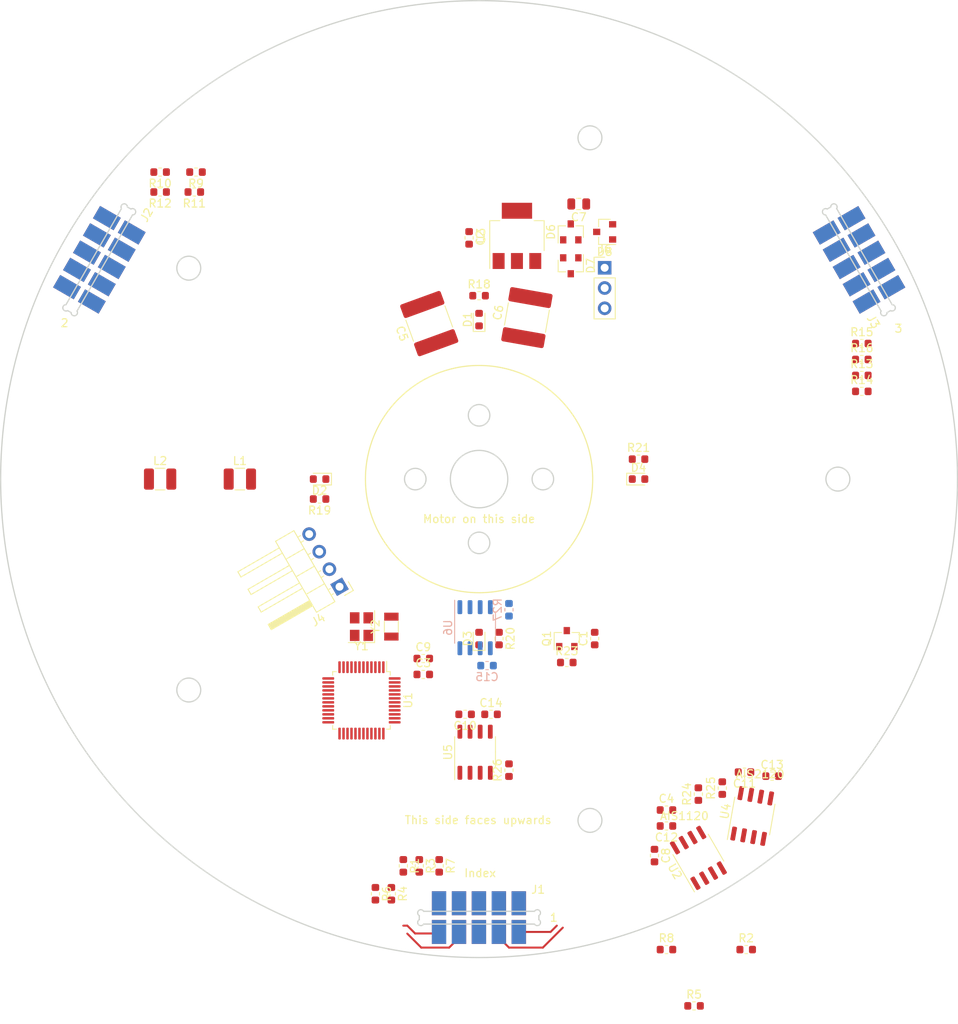
<source format=kicad_pcb>
(kicad_pcb (version 20200811) (host pcbnew "(5.99.0-2820-g96f4e8f6f)")

  (general
    (thickness 1.6)
    (drawings 44)
    (tracks 14)
    (modules 63)
    (nets 91)
  )

  (paper "A4")
  (layers
    (0 "F.Cu" signal)
    (31 "B.Cu" signal)
    (32 "B.Adhes" user)
    (33 "F.Adhes" user)
    (34 "B.Paste" user)
    (35 "F.Paste" user)
    (36 "B.SilkS" user)
    (37 "F.SilkS" user)
    (38 "B.Mask" user)
    (39 "F.Mask" user)
    (40 "Dwgs.User" user)
    (41 "Cmts.User" user)
    (42 "Eco1.User" user)
    (43 "Eco2.User" user)
    (44 "Edge.Cuts" user)
    (45 "Margin" user)
    (46 "B.CrtYd" user)
    (47 "F.CrtYd" user)
    (48 "B.Fab" user)
    (49 "F.Fab" user)
  )

  (setup
    (grid_origin 150 100)
    (pcbplotparams
      (layerselection 0x010fc_ffffffff)
      (usegerberextensions false)
      (usegerberattributes true)
      (usegerberadvancedattributes true)
      (creategerberjobfile true)
      (svguseinch false)
      (svgprecision 6)
      (excludeedgelayer true)
      (linewidth 0.100000)
      (plotframeref false)
      (viasonmask false)
      (mode 1)
      (useauxorigin false)
      (hpglpennumber 1)
      (hpglpenspeed 20)
      (hpglpendiameter 15.000000)
      (psnegative false)
      (psa4output false)
      (plotreference true)
      (plotvalue true)
      (plotinvisibletext false)
      (sketchpadsonfab false)
      (subtractmaskfromsilk false)
      (outputformat 1)
      (mirror false)
      (drillshape 1)
      (scaleselection 1)
      (outputdirectory "")
    )
  )

  (net 0 "")
  (net 1 "GND")
  (net 2 "+3V3")
  (net 3 "Net-(C4-Pad1)")
  (net 4 "/DC_PREREG")
  (net 5 "Net-(D1-Pad2)")
  (net 6 "Net-(D2-Pad2)")
  (net 7 "Net-(D3-Pad2)")
  (net 8 "Net-(D4-Pad2)")
  (net 9 "/AC_IN_B")
  (net 10 "/AC_IN_A")
  (net 11 "/mesh_vert0up_0s")
  (net 12 "/mesh_vert0up_1s")
  (net 13 "/mesh_vert0up_1r")
  (net 14 "/mesh_vert0up_0r")
  (net 15 "/mesh_top_0r")
  (net 16 "/mesh_top_1r")
  (net 17 "/mesh_top_1s")
  (net 18 "/mesh_top_0s")
  (net 19 "Net-(J2-Pad20)")
  (net 20 "Net-(J2-Pad19)")
  (net 21 "/mesh_vert0dn_0s")
  (net 22 "Net-(J2-Pad17)")
  (net 23 "Net-(J2-Pad16)")
  (net 24 "/mesh_vert0dn_1s")
  (net 25 "/mesh_vert0dn_1r")
  (net 26 "/mesh_vert0dn_0r")
  (net 27 "/mesh_bot_0r")
  (net 28 "/mesh_bot_1r")
  (net 29 "Net-(J2-Pad10)")
  (net 30 "Net-(J2-Pad9)")
  (net 31 "/mesh_bot_1s")
  (net 32 "Net-(J2-Pad7)")
  (net 33 "Net-(J2-Pad6)")
  (net 34 "/mesh_bot_0s")
  (net 35 "/mesh_vert1up_0s")
  (net 36 "/mesh_vert1up_1s")
  (net 37 "/mesh_vert1up_1r")
  (net 38 "/mesh_vert1up_0r")
  (net 39 "Net-(J3-Pad20)")
  (net 40 "Net-(J3-Pad19)")
  (net 41 "/mesh_vert1dn_0s")
  (net 42 "Net-(J3-Pad17)")
  (net 43 "Net-(J3-Pad16)")
  (net 44 "/mesh_vert1dn_1s")
  (net 45 "/mesh_vert1dn_1r")
  (net 46 "/mesh_vert1dn_0r")
  (net 47 "/mesh_vert2up_0s")
  (net 48 "/mesh_vert2up_1s")
  (net 49 "Net-(J3-Pad10)")
  (net 50 "Net-(J3-Pad9)")
  (net 51 "/mesh_vert2up_1r")
  (net 52 "Net-(J3-Pad7)")
  (net 53 "Net-(J3-Pad6)")
  (net 54 "/mesh_vert2up_0r")
  (net 55 "/mesh_vert2dn_0s")
  (net 56 "/mesh_vert2dn_1s")
  (net 57 "/mesh_vert2dn_1r")
  (net 58 "/mesh_vert2dn_0r")
  (net 59 "/SWCLK")
  (net 60 "/SWDIO")
  (net 61 "/mesh_global_stim_0s")
  (net 62 "/mesh_global_stim_1s")
  (net 63 "/LED_TX")
  (net 64 "/~AIS_CS")
  (net 65 "Net-(U1-Pad38)")
  (net 66 "Net-(U1-Pad36)")
  (net 67 "Net-(U1-Pad35)")
  (net 68 "Net-(U1-Pad33)")
  (net 69 "Net-(U1-Pad32)")
  (net 70 "Net-(U1-Pad31)")
  (net 71 "/DBG_SENSE")
  (net 72 "/MOSI")
  (net 73 "/MISO")
  (net 74 "/SCK")
  (net 75 "/DBG_RX")
  (net 76 "/DBG_TX")
  (net 77 "/XT_HSE_B")
  (net 78 "/XT_HSE_A")
  (net 79 "/XT_LSE_B")
  (net 80 "/XT_LSE_A")
  (net 81 "Net-(U1-Pad2)")
  (net 82 "Net-(C13-Pad1)")
  (net 83 "Net-(C14-Pad1)")
  (net 84 "Net-(C15-Pad1)")
  (net 85 "/~AIS_CS1")
  (net 86 "/~AIS_CS2")
  (net 87 "/~AIS_CS3")
  (net 88 "/~AIS_CS4")
  (net 89 "Net-(D1-Pad1)")
  (net 90 "Net-(Q1-Pad1)")

  (module "Resistor_SMD:R_0603_1608Metric" (layer "F.Cu") (tedit 5B301BBD) (tstamp 0030cca1-9e37-4d03-b81b-3d50a8e5848f)
    (at 176.96 166.06)
    (descr "Resistor SMD 0603 (1608 Metric), square (rectangular) end terminal, IPC_7351 nominal, (Body size source: http://www.tortai-tech.com/upload/download/2011102023233369053.pdf), generated with kicad-footprint-generator")
    (tags "resistor")
    (property "Reichelt" "Stock")
    (path "/61f19ebe-0ac5-4fe8-b7f0-91569091e23e")
    (attr smd)
    (fp_text reference "R5" (at 0 -1.43) (layer "F.SilkS")
      (effects (font (size 1 1) (thickness 0.15)))
      (tstamp 0240228c-5741-4203-8b1a-b5e210381551)
    )
    (fp_text value "0" (at 0 1.43) (layer "F.Fab")
      (effects (font (size 1 1) (thickness 0.15)))
      (tstamp 494c99d1-8d06-4bcd-a800-dee52ece3918)
    )
    (fp_text user "${REFERENCE}" (at 0 0) (layer "F.Fab")
      (effects (font (size 0.4 0.4) (thickness 0.06)))
      (tstamp f9731ee6-f0c5-47c1-8480-863dcdbef0b6)
    )
    (fp_line (start -0.162779 -0.51) (end 0.162779 -0.51) (layer "F.SilkS") (width 0.12) (tstamp 571fbc79-3820-48a7-948e-5577186f9abc))
    (fp_line (start -0.162779 0.51) (end 0.162779 0.51) (layer "F.SilkS") (width 0.12) (tstamp 66faa2f9-768b-4cd7-8711-182075787a3b))
    (fp_line (start -1.48 -0.73) (end 1.48 -0.73) (layer "F.CrtYd") (width 0.05) (tstamp 1d741510-3946-4669-b8e7-882068d0b7b8))
    (fp_line (start -1.48 0.73) (end -1.48 -0.73) (layer "F.CrtYd") (width 0.05) (tstamp 31428b17-05f2-40a0-860c-c79c8f22b84f))
    (fp_line (start 1.48 0.73) (end -1.48 0.73) (layer "F.CrtYd") (width 0.05) (tstamp 851a66f0-f757-4564-b04b-65ebf696cc36))
    (fp_line (start 1.48 -0.73) (end 1.48 0.73) (layer "F.CrtYd") (width 0.05) (tstamp d15ed120-23fb-4ed0-8571-a09a9f07bb4d))
    (fp_line (start -0.8 0.4) (end -0.8 -0.4) (layer "F.Fab") (width 0.1) (tstamp 545fcbe3-fbf5-48f6-ab66-af70e4a3af81))
    (fp_line (start 0.8 0.4) (end -0.8 0.4) (layer "F.Fab") (width 0.1) (tstamp d0e12057-9e9f-495b-9044-d56eb00f380b))
    (fp_line (start 0.8 -0.4) (end 0.8 0.4) (layer "F.Fab") (width 0.1) (tstamp e8a5e9c1-f119-4e70-89d7-cae52f7951cc))
    (fp_line (start -0.8 -0.4) (end 0.8 -0.4) (layer "F.Fab") (width 0.1) (tstamp f088be0a-2bf9-425a-a247-69983cb31ea2))
    (pad "1" smd roundrect (at -0.7875 0) (size 0.875 0.95) (layers "F.Cu" "F.Paste" "F.Mask") (roundrect_rratio 0.25)
      (net 61 "/mesh_global_stim_0s") (tstamp adb952be-4041-4103-b7f9-cb6af024063b))
    (pad "2" smd roundrect (at 0.7875 0) (size 0.875 0.95) (layers "F.Cu" "F.Paste" "F.Mask") (roundrect_rratio 0.25)
      (net 18 "/mesh_top_0s") (tstamp 82833057-5f4c-460d-9ca4-ebb22063cd63))
    (model "${KISYS3DMOD}/Resistor_SMD.3dshapes/R_0603_1608Metric.wrl"
      (offset (xyz 0 0 0))
      (scale (xyz 1 1 1))
      (rotate (xyz 0 0 0))
    )
  )

  (module "Resistor_SMD:R_0603_1608Metric" (layer "F.Cu") (tedit 5B301BBD) (tstamp 01b3040b-e05f-48b3-9a27-bb9b847bb9bd)
    (at 198 83)
    (descr "Resistor SMD 0603 (1608 Metric), square (rectangular) end terminal, IPC_7351 nominal, (Body size source: http://www.tortai-tech.com/upload/download/2011102023233369053.pdf), generated with kicad-footprint-generator")
    (tags "resistor")
    (property "Reichelt" "Stock")
    (path "/5cf9b135-1ca8-48a6-8df3-29e6d5949c89")
    (attr smd)
    (fp_text reference "R15" (at 0 -1.43) (layer "F.SilkS")
      (effects (font (size 1 1) (thickness 0.15)))
      (tstamp 6592b437-19ee-41a5-b6c1-aab6f252b8b5)
    )
    (fp_text value "0" (at 0 1.43) (layer "F.Fab")
      (effects (font (size 1 1) (thickness 0.15)))
      (tstamp 1ffc3bae-5cbd-415f-b61f-e5575317b344)
    )
    (fp_text user "${REFERENCE}" (at 0 0) (layer "F.Fab")
      (effects (font (size 0.4 0.4) (thickness 0.06)))
      (tstamp 7ebf1744-21ee-43d8-a232-695c73c0e2f2)
    )
    (fp_line (start -0.162779 0.51) (end 0.162779 0.51) (layer "F.SilkS") (width 0.12) (tstamp 2d4893c4-46c9-4553-9aa0-1e4a8bbfb83f))
    (fp_line (start -0.162779 -0.51) (end 0.162779 -0.51) (layer "F.SilkS") (width 0.12) (tstamp f2348551-65d8-49dd-a50c-f7ed17395a51))
    (fp_line (start 1.48 0.73) (end -1.48 0.73) (layer "F.CrtYd") (width 0.05) (tstamp 5b8e3b0d-b549-463b-bc0a-adca3b4d3aa9))
    (fp_line (start -1.48 0.73) (end -1.48 -0.73) (layer "F.CrtYd") (width 0.05) (tstamp 786e7eaa-8ac1-45d6-91db-f3bb34ae2147))
    (fp_line (start -1.48 -0.73) (end 1.48 -0.73) (layer "F.CrtYd") (width 0.05) (tstamp 977e148d-da6b-4db1-8221-e9d2d6550e98))
    (fp_line (start 1.48 -0.73) (end 1.48 0.73) (layer "F.CrtYd") (width 0.05) (tstamp af516cd1-9c8c-450c-8756-e7353f8cd030))
    (fp_line (start 0.8 -0.4) (end 0.8 0.4) (layer "F.Fab") (width 0.1) (tstamp 0ef39109-e592-4d2a-89ca-8e4a5e9ba46d))
    (fp_line (start -0.8 0.4) (end -0.8 -0.4) (layer "F.Fab") (width 0.1) (tstamp 766eaaca-3f62-468d-a483-b208d6758ec0))
    (fp_line (start 0.8 0.4) (end -0.8 0.4) (layer "F.Fab") (width 0.1) (tstamp 8d525ba2-2b4d-46b4-a044-be2717b3a984))
    (fp_line (start -0.8 -0.4) (end 0.8 -0.4) (layer "F.Fab") (width 0.1) (tstamp e4d0fdbf-b157-4be8-b308-3df04e2e280e))
    (pad "1" smd roundrect (at -0.7875 0) (size 0.875 0.95) (layers "F.Cu" "F.Paste" "F.Mask") (roundrect_rratio 0.25)
      (net 61 "/mesh_global_stim_0s") (tstamp ac7b2888-e4a3-4ca4-b3f4-c9446f0e65dc))
    (pad "2" smd roundrect (at 0.7875 0) (size 0.875 0.95) (layers "F.Cu" "F.Paste" "F.Mask") (roundrect_rratio 0.25)
      (net 55 "/mesh_vert2dn_0s") (tstamp d5c13bdd-c5a4-4c28-8f19-5ee15c8331f0))
    (model "${KISYS3DMOD}/Resistor_SMD.3dshapes/R_0603_1608Metric.wrl"
      (offset (xyz 0 0 0))
      (scale (xyz 1 1 1))
      (rotate (xyz 0 0 0))
    )
  )

  (module "Package_SO:SO-8_3.9x4.9mm_P1.27mm" (layer "F.Cu") (tedit 5C509AD1) (tstamp 066c9a90-9350-41f0-ad84-21ee45290216)
    (at 149.5 134.25 90)
    (descr "SO, 8 Pin (https://www.nxp.com/docs/en/data-sheet/PCF8523.pdf), generated with kicad-footprint-generator ipc_gullwing_generator.py")
    (tags "SO SO")
    (property "Reichelt" "Stock (TBD)")
    (path "/7a0d0b5b-1bd2-4cc3-a5a0-d174fe6f3ae2")
    (attr smd)
    (fp_text reference "U5" (at 0 -3.4 90) (layer "F.SilkS")
      (effects (font (size 1 1) (thickness 0.15)))
      (tstamp 90b233d6-8dd2-410e-aee6-2272541b8b14)
    )
    (fp_text value "AIS1120SX" (at 0 3.4 90) (layer "F.Fab")
      (effects (font (size 1 1) (thickness 0.15)))
      (tstamp 8f9e5192-95a7-4eab-befe-4171c8164690)
    )
    (fp_text user "${REFERENCE}" (at 0 0 90) (layer "F.Fab")
      (effects (font (size 0.98 0.98) (thickness 0.15)))
      (tstamp 6e06573f-29b9-4290-bf36-69c951fcb081)
    )
    (fp_line (start 0 -2.56) (end 1.95 -2.56) (layer "F.SilkS") (width 0.12) (tstamp 150761a3-0ec6-409e-803a-173b9e44b66d))
    (fp_line (start 0 2.56) (end 1.95 2.56) (layer "F.SilkS") (width 0.12) (tstamp b567f7ae-d4ab-4db5-9998-d1ff64d4e661))
    (fp_line (start 0 2.56) (end -1.95 2.56) (layer "F.SilkS") (width 0.12) (tstamp bfa6a967-94b7-4a66-89e2-5eaf09e4a86b))
    (fp_line (start 0 -2.56) (end -3.45 -2.56) (layer "F.SilkS") (width 0.12) (tstamp c86ea067-d4cd-43c9-a7ae-3e865acd2dd8))
    (fp_line (start -3.7 2.7) (end 3.7 2.7) (layer "F.CrtYd") (width 0.05) (tstamp b65922a7-052e-4c7f-8e24-ee50368ac0b3))
    (fp_line (start 3.7 -2.7) (end -3.7 -2.7) (layer "F.CrtYd") (width 0.05) (tstamp c05becfd-92d8-4db8-8128-483c075c1806))
    (fp_line (start 3.7 2.7) (end 3.7 -2.7) (layer "F.CrtYd") (width 0.05) (tstamp c9290d68-dbd6-4c35-a7ff-67aa2fcf75a8))
    (fp_line (start -3.7 -2.7) (end -3.7 2.7) (layer "F.CrtYd") (width 0.05) (tstamp ec83bbb2-9f2d-448b-a666-4003df2d273e))
    (fp_line (start -1.95 2.45) (end -1.95 -1.475) (layer "F.Fab") (width 0.1) (tstamp 22126fa2-00ba-45c8-b575-4fe3ee0f2718))
    (fp_line (start 1.95 2.45) (end -1.95 2.45) (layer "F.Fab") (width 0.1) (tstamp 98791076-f04c-4552-9a15-df54008eb004))
    (fp_line (start 1.95 -2.45) (end 1.95 2.45) (layer "F.Fab") (width 0.1) (tstamp cf9799f7-ed0d-4a2a-91d3-6201a1fd8084))
    (fp_line (start -1.95 -1.475) (end -0.975 -2.45) (layer "F.Fab") (width 0.1) (tstamp d38443ae-b07c-436c-8b32-b4d362f0d4ab))
    (fp_line (start -0.975 -2.45) (end 1.95 -2.45) (layer "F.Fab") (width 0.1) (tstamp e79a88c3-63ef-4ce3-b02b-6438edde1169))
    (pad "1" smd roundrect (at -2.575 -1.905 90) (size 1.75 0.6) (layers "F.Cu" "F.Paste" "F.Mask") (roundrect_rratio 0.25)
      (net 74 "/SCK") (pinfunction "SCL") (tstamp 26e105ab-ebe5-46f3-9c00-5bc8c73d82a8))
    (pad "2" smd roundrect (at -2.575 -0.635 90) (size 1.75 0.6) (layers "F.Cu" "F.Paste" "F.Mask") (roundrect_rratio 0.25)
      (net 72 "/MOSI") (pinfunction "SDI") (tstamp 7deeaf64-e678-49f1-b1a5-10ba0369a3b5))
    (pad "3" smd roundrect (at -2.575 0.635 90) (size 1.75 0.6) (layers "F.Cu" "F.Paste" "F.Mask") (roundrect_rratio 0.25)
      (net 73 "/MISO") (pinfunction "SDO") (tstamp 53e3a129-c41b-4ecb-9be3-5af79a651b09))
    (pad "4" smd roundrect (at -2.575 1.905 90) (size 1.75 0.6) (layers "F.Cu" "F.Paste" "F.Mask") (roundrect_rratio 0.25)
      (net 87 "/~AIS_CS3") (pinfunction "CS") (tstamp de603224-b93c-49c9-866b-1c62c2c3276c))
    (pad "5" smd roundrect (at 2.575 1.905 90) (size 1.75 0.6) (layers "F.Cu" "F.Paste" "F.Mask") (roundrect_rratio 0.25)
      (net 1 "GND") (pinfunction "GND") (tstamp fed33bf7-6115-425a-81c0-cc71e7dace73))
    (pad "6" smd roundrect (at 2.575 0.635 90) (size 1.75 0.6) (layers "F.Cu" "F.Paste" "F.Mask") (roundrect_rratio 0.25)
      (net 83 "Net-(C14-Pad1)") (pinfunction "VREG") (tstamp 75df39e3-8081-4f0f-95b0-9203859f509d))
    (pad "7" smd roundrect (at 2.575 -0.635 90) (size 1.75 0.6) (layers "F.Cu" "F.Paste" "F.Mask") (roundrect_rratio 0.25)
      (net 2 "+3V3") (pinfunction "VDD") (tstamp 603eb265-dc65-4d61-8fd0-35e59736d4db))
    (pad "8" smd roundrect (at 2.575 -1.905 90) (size 1.75 0.6) (layers "F.Cu" "F.Paste" "F.Mask") (roundrect_rratio 0.25)
      (net 1 "GND") (pinfunction "MP") (tstamp 49be4cd1-9aa4-4bc3-bab5-2df64e5b67d7))
    (model "${KISYS3DMOD}/Package_SO.3dshapes/SO-8_3.9x4.9mm_P1.27mm.wrl"
      (offset (xyz 0 0 0))
      (scale (xyz 1 1 1))
      (rotate (xyz 0 0 0))
    )
  )

  (module "Resistor_SMD:R_0603_1608Metric" (layer "F.Cu") (tedit 5B301BBD) (tstamp 0a44c48b-df19-47e8-b0ed-ff131e6ce16c)
    (at 173.5 159)
    (descr "Resistor SMD 0603 (1608 Metric), square (rectangular) end terminal, IPC_7351 nominal, (Body size source: http://www.tortai-tech.com/upload/download/2011102023233369053.pdf), generated with kicad-footprint-generator")
    (tags "resistor")
    (property "Reichelt" "Stock")
    (path "/c47d523e-a80c-48c2-a3c9-6a9c96e3ddc6")
    (attr smd)
    (fp_text reference "R8" (at 0 -1.43) (layer "F.SilkS")
      (effects (font (size 1 1) (thickness 0.15)))
      (tstamp 12dbb2c5-6d0b-42b5-a88f-f7bbbe07bc79)
    )
    (fp_text value "0" (at 0 1.43) (layer "F.Fab")
      (effects (font (size 1 1) (thickness 0.15)))
      (tstamp 929f49ae-ac2e-47fb-a6f1-5f7e44c43589)
    )
    (fp_text user "${REFERENCE}" (at 0 0) (layer "F.Fab")
      (effects (font (size 0.4 0.4) (thickness 0.06)))
      (tstamp ca763d7a-76f6-4bdf-bea2-544ccadc5678)
    )
    (fp_line (start -0.162779 -0.51) (end 0.162779 -0.51) (layer "F.SilkS") (width 0.12) (tstamp 2a1c1a9f-17ab-425a-bc07-b53cad0c7158))
    (fp_line (start -0.162779 0.51) (end 0.162779 0.51) (layer "F.SilkS") (width 0.12) (tstamp 4e44d27a-6de3-440b-9ca9-0133daca3455))
    (fp_line (start 1.48 -0.73) (end 1.48 0.73) (layer "F.CrtYd") (width 0.05) (tstamp 2e3605d3-8b27-4fc4-9835-b7838876f5fb))
    (fp_line (start -1.48 0.73) (end -1.48 -0.73) (layer "F.CrtYd") (width 0.05) (tstamp a0d163be-b27c-4f06-9f51-c8e89ae12028))
    (fp_line (start 1.48 0.73) (end -1.48 0.73) (layer "F.CrtYd") (width 0.05) (tstamp a3b39d80-75f0-453c-adec-b32e8eb67ea7))
    (fp_line (start -1.48 -0.73) (end 1.48 -0.73) (layer "F.CrtYd") (width 0.05) (tstamp e29c2ae6-eae1-4ecb-9f5f-2c9c0145fca0))
    (fp_line (start -0.8 -0.4) (end 0.8 -0.4) (layer "F.Fab") (width 0.1) (tstamp 02daf059-6da1-4364-9275-bfa23240aec2))
    (fp_line (start -0.8 0.4) (end -0.8 -0.4) (layer "F.Fab") (width 0.1) (tstamp 0d560913-4951-4f85-b4f5-cf97d0d5dbce))
    (fp_line (start 0.8 0.4) (end -0.8 0.4) (layer "F.Fab") (width 0.1) (tstamp 68d02529-f09d-49f4-a52f-6a587300546b))
    (fp_line (start 0.8 -0.4) (end 0.8 0.4) (layer "F.Fab") (width 0.1) (tstamp 9ee05ead-e085-4797-9697-7a7de833b631))
    (pad "1" smd roundrect (at -0.7875 0) (size 0.875 0.95) (layers "F.Cu" "F.Paste" "F.Mask") (roundrect_rratio 0.25)
      (net 62 "/mesh_global_stim_1s") (tstamp df71207e-80c6-4596-868c-712fb5c78556))
    (pad "2" smd roundrect (at 0.7875 0) (size 0.875 0.95) (layers "F.Cu" "F.Paste" "F.Mask") (roundrect_rratio 0.25)
      (net 31 "/mesh_bot_1s") (tstamp 7f7a5842-fbe6-4590-ae0e-418ac11f629e))
    (model "${KISYS3DMOD}/Resistor_SMD.3dshapes/R_0603_1608Metric.wrl"
      (offset (xyz 0 0 0))
      (scale (xyz 1 1 1))
      (rotate (xyz 0 0 0))
    )
  )

  (module "Capacitor_SMD:C_0603_1608Metric" (layer "F.Cu") (tedit 5B301BBE) (tstamp 1456e116-33d8-4df6-84a5-06083aba6b03)
    (at 173.5 143.5 180)
    (descr "Capacitor SMD 0603 (1608 Metric), square (rectangular) end terminal, IPC_7351 nominal, (Body size source: http://www.tortai-tech.com/upload/download/2011102023233369053.pdf), generated with kicad-footprint-generator")
    (tags "capacitor")
    (property "Reichelt" "X7R-G0603 100N")
    (path "/66f86923-ef92-42a1-922e-41f32db77f54")
    (attr smd)
    (fp_text reference "C12" (at 0 -1.43) (layer "F.SilkS")
      (effects (font (size 1 1) (thickness 0.15)))
      (tstamp be1f3e9f-4b26-4183-b31a-fdc74417bba2)
    )
    (fp_text value "100n" (at 0 1.43) (layer "F.Fab")
      (effects (font (size 1 1) (thickness 0.15)))
      (tstamp 761efba8-c66f-4f14-bccd-c5fa6d3fff1f)
    )
    (fp_text user "${REFERENCE}" (at 0 0) (layer "F.Fab")
      (effects (font (size 0.4 0.4) (thickness 0.06)))
      (tstamp 4b1ff772-090f-4396-94b7-bce416b713a4)
    )
    (fp_line (start -0.162779 -0.51) (end 0.162779 -0.51) (layer "F.SilkS") (width 0.12) (tstamp 21ed1746-72a9-4547-a3f2-f53d38bb7a1e))
    (fp_line (start -0.162779 0.51) (end 0.162779 0.51) (layer "F.SilkS") (width 0.12) (tstamp c2af6ccc-08e5-4411-a7db-3b7179aec586))
    (fp_line (start 1.48 0.73) (end -1.48 0.73) (layer "F.CrtYd") (width 0.05) (tstamp 691fdcca-151c-430f-bf8b-b85b982299c5))
    (fp_line (start 1.48 -0.73) (end 1.48 0.73) (layer "F.CrtYd") (width 0.05) (tstamp 72e2933d-5dfe-4aa4-8b6b-a98bfce3c079))
    (fp_line (start -1.48 -0.73) (end 1.48 -0.73) (layer "F.CrtYd") (width 0.05) (tstamp a10ebc9b-5eb1-459b-b8c7-1a0fef683819))
    (fp_line (start -1.48 0.73) (end -1.48 -0.73) (layer "F.CrtYd") (width 0.05) (tstamp fad550dd-4223-4e41-a433-6c1479d519be))
    (fp_line (start 0.8 0.4) (end -0.8 0.4) (layer "F.Fab") (width 0.1) (tstamp 5abcfb5b-68ef-40fd-b2b1-47617c639276))
    (fp_line (start -0.8 0.4) (end -0.8 -0.4) (layer "F.Fab") (width 0.1) (tstamp 759cb160-2cd2-43b7-94b9-ac7be38d1388))
    (fp_line (start 0.8 -0.4) (end 0.8 0.4) (layer "F.Fab") (width 0.1) (tstamp 8aa65a2c-975d-4f04-b410-1bad34918465))
    (fp_line (start -0.8 -0.4) (end 0.8 -0.4) (layer "F.Fab") (width 0.1) (tstamp ff9bb5b1-25b1-4323-b1f3-ae7ae91f1c9a))
    (pad "1" smd roundrect (at -0.7875 0 180) (size 0.875 0.95) (layers "F.Cu" "F.Paste" "F.Mask") (roundrect_rratio 0.25)
      (net 2 "+3V3") (tstamp e169bb95-57f8-40f2-b3a0-09a31a841c8f))
    (pad "2" smd roundrect (at 0.7875 0 180) (size 0.875 0.95) (layers "F.Cu" "F.Paste" "F.Mask") (roundrect_rratio 0.25)
      (net 1 "GND") (tstamp 4bc5b079-53f1-4594-ad04-d0b725325ea6))
    (model "${KISYS3DMOD}/Capacitor_SMD.3dshapes/C_0603_1608Metric.wrl"
      (offset (xyz 0 0 0))
      (scale (xyz 1 1 1))
      (rotate (xyz 0 0 0))
    )
  )

  (module "Resistor_SMD:R_0603_1608Metric" (layer "F.Cu") (tedit 5B301BBD) (tstamp 1cd8ef96-8852-4638-8dfe-8ded60024234)
    (at 177.5 139.5 90)
    (descr "Resistor SMD 0603 (1608 Metric), square (rectangular) end terminal, IPC_7351 nominal, (Body size source: http://www.tortai-tech.com/upload/download/2011102023233369053.pdf), generated with kicad-footprint-generator")
    (tags "resistor")
    (property "DNP" "DNP")
    (property "Reichelt" "Stock")
    (path "/6f847c9b-c54d-4385-ab17-477eb2ded7cd")
    (attr smd)
    (fp_text reference "R24" (at 0 -1.43 90) (layer "F.SilkS")
      (effects (font (size 1 1) (thickness 0.15)))
      (tstamp 99322d28-8f58-4c42-b87d-30f4fe231ab0)
    )
    (fp_text value "47k" (at 0 1.43 90) (layer "F.Fab")
      (effects (font (size 1 1) (thickness 0.15)))
      (tstamp 0095b5ca-d083-4cfd-b5b7-6f725e2f91da)
    )
    (fp_text user "${REFERENCE}" (at 0 0 90) (layer "F.Fab")
      (effects (font (size 0.4 0.4) (thickness 0.06)))
      (tstamp 06a151e1-fa72-48ae-96da-e9d3b36e82f4)
    )
    (fp_line (start -0.162779 -0.51) (end 0.162779 -0.51) (layer "F.SilkS") (width 0.12) (tstamp 6ff02d36-c8f2-4709-9d17-247d2ad531fb))
    (fp_line (start -0.162779 0.51) (end 0.162779 0.51) (layer "F.SilkS") (width 0.12) (tstamp faf6cc3d-b6bc-4cb8-803b-e19d8e344bc9))
    (fp_line (start 1.48 -0.73) (end 1.48 0.73) (layer "F.CrtYd") (width 0.05) (tstamp 54eaf4bd-b109-4c54-894a-ceb3bd5eabf9))
    (fp_line (start -1.48 0.73) (end -1.48 -0.73) (layer "F.CrtYd") (width 0.05) (tstamp 61ca11a6-3597-44fe-9e6f-f3e7abb74c11))
    (fp_line (start 1.48 0.73) (end -1.48 0.73) (layer "F.CrtYd") (width 0.05) (tstamp 853b5139-9c65-4a02-b37b-da6da815ea43))
    (fp_line (start -1.48 -0.73) (end 1.48 -0.73) (layer "F.CrtYd") (width 0.05) (tstamp e041cf72-ce77-4d07-81f6-8653164230fa))
    (fp_line (start -0.8 0.4) (end -0.8 -0.4) (layer "F.Fab") (width 0.1) (tstamp 2c75b438-712d-45c8-8730-7f57948ebd32))
    (fp_line (start 0.8 -0.4) (end 0.8 0.4) (layer "F.Fab") (width 0.1) (tstamp 6b8b1711-8f01-495f-a2d3-a356395420f4))
    (fp_line (start -0.8 -0.4) (end 0.8 -0.4) (layer "F.Fab") (width 0.1) (tstamp 8b1288c5-fa82-4be1-85cd-5381759fe951))
    (fp_line (start 0.8 0.4) (end -0.8 0.4) (layer "F.Fab") (width 0.1) (tstamp ba4ec1a1-aeb3-4964-be21-e051bdb9fb61))
    (pad "1" smd roundrect (at -0.7875 0 90) (size 0.875 0.95) (layers "F.Cu" "F.Paste" "F.Mask") (roundrect_rratio 0.25)
      (net 85 "/~AIS_CS1") (tstamp 89c0d4f5-bbb8-47a4-9124-f40be182138a))
    (pad "2" smd roundrect (at 0.7875 0 90) (size 0.875 0.95) (layers "F.Cu" "F.Paste" "F.Mask") (roundrect_rratio 0.25)
      (net 1 "GND") (tstamp ddd7376c-25a4-4d58-80ce-e6bb02da2d2f))
    (model "${KISYS3DMOD}/Resistor_SMD.3dshapes/R_0603_1608Metric.wrl"
      (offset (xyz 0 0 0))
      (scale (xyz 1 1 1))
      (rotate (xyz 0 0 0))
    )
  )

  (module "Resistor_SMD:R_0603_1608Metric" (layer "F.Cu") (tedit 5B301BBD) (tstamp 1f317944-62c0-4291-8896-9016a97d0664)
    (at 161 123)
    (descr "Resistor SMD 0603 (1608 Metric), square (rectangular) end terminal, IPC_7351 nominal, (Body size source: http://www.tortai-tech.com/upload/download/2011102023233369053.pdf), generated with kicad-footprint-generator")
    (tags "resistor")
    (property "Reichelt" "Stock")
    (path "/022ba49e-05fc-4b00-baf0-d6f0bd12e5c7")
    (attr smd)
    (fp_text reference "R23" (at 0 -1.43) (layer "F.SilkS")
      (effects (font (size 1 1) (thickness 0.15)))
      (tstamp e400f15f-c2ac-4bfc-838a-85ef8369f34a)
    )
    (fp_text value "1k" (at 0 1.43) (layer "F.Fab")
      (effects (font (size 1 1) (thickness 0.15)))
      (tstamp 183ad681-1031-44eb-91f3-f79622af1f8a)
    )
    (fp_text user "${REFERENCE}" (at 0 0) (layer "F.Fab")
      (effects (font (size 0.4 0.4) (thickness 0.06)))
      (tstamp 649a6d9d-d0be-4fda-8421-9049f5c24bc9)
    )
    (fp_line (start -0.162779 -0.51) (end 0.162779 -0.51) (layer "F.SilkS") (width 0.12) (tstamp 0385bda5-836a-4164-bb12-ad2c18b404a5))
    (fp_line (start -0.162779 0.51) (end 0.162779 0.51) (layer "F.SilkS") (width 0.12) (tstamp db5089d2-feaa-46b3-8a08-eb3555abc6c1))
    (fp_line (start -1.48 0.73) (end -1.48 -0.73) (layer "F.CrtYd") (width 0.05) (tstamp 22b3dbe4-4a81-4cca-9cc0-fb21d7efd4e0))
    (fp_line (start 1.48 0.73) (end -1.48 0.73) (layer "F.CrtYd") (width 0.05) (tstamp 78be639d-90b0-4d80-921b-2c6105bb96f1))
    (fp_line (start 1.48 -0.73) (end 1.48 0.73) (layer "F.CrtYd") (width 0.05) (tstamp 975b71d7-596f-4e55-b18e-f41cc32fe1c6))
    (fp_line (start -1.48 -0.73) (end 1.48 -0.73) (layer "F.CrtYd") (width 0.05) (tstamp 9e5e9147-1ee5-4de5-85f7-56462da8b06a))
    (fp_line (start 0.8 -0.4) (end 0.8 0.4) (layer "F.Fab") (width 0.1) (tstamp 636e1bd9-8190-410f-80a7-a54bd1c855b4))
    (fp_line (start 0.8 0.4) (end -0.8 0.4) (layer "F.Fab") (width 0.1) (tstamp 82baa1a7-db00-4e75-a67a-da20c270ba44))
    (fp_line (start -0.8 0.4) (end -0.8 -0.4) (layer "F.Fab") (width 0.1) (tstamp b3601492-78b5-42c9-9628-1cb292d91c73))
    (fp_line (start -0.8 -0.4) (end 0.8 -0.4) (layer "F.Fab") (width 0.1) (tstamp f484c2af-f115-4a60-bce5-31701df8178f))
    (pad "1" smd roundrect (at -0.7875 0) (size 0.875 0.95) (layers "F.Cu" "F.Paste" "F.Mask") (roundrect_rratio 0.25)
      (net 63 "/LED_TX") (tstamp f73e3191-194c-491c-8b0e-ecf908255b5d))
    (pad "2" smd roundrect (at 0.7875 0) (size 0.875 0.95) (layers "F.Cu" "F.Paste" "F.Mask") (roundrect_rratio 0.25)
      (net 90 "Net-(Q1-Pad1)") (tstamp e90577c3-e47c-4911-be6b-3cdba1f44cfa))
    (model "${KISYS3DMOD}/Resistor_SMD.3dshapes/R_0603_1608Metric.wrl"
      (offset (xyz 0 0 0))
      (scale (xyz 1 1 1))
      (rotate (xyz 0 0 0))
    )
  )

  (module "Capacitor_SMD:C_0603_1608Metric" (layer "F.Cu") (tedit 5B301BBE) (tstamp 340e087d-b72f-44a3-b2ac-5095237b855e)
    (at 183.2875 136.75 180)
    (descr "Capacitor SMD 0603 (1608 Metric), square (rectangular) end terminal, IPC_7351 nominal, (Body size source: http://www.tortai-tech.com/upload/download/2011102023233369053.pdf), generated with kicad-footprint-generator")
    (tags "capacitor")
    (property "Reichelt" "X7R-G0603 100N")
    (path "/18fb3743-49d4-4ed9-9a66-15606e400fe4")
    (attr smd)
    (fp_text reference "C11" (at 0 -1.43) (layer "F.SilkS")
      (effects (font (size 1 1) (thickness 0.15)))
      (tstamp 29f7a7c6-6ca2-40e8-b1d2-1739ef1f5b63)
    )
    (fp_text value "100n" (at 0 1.43) (layer "F.Fab")
      (effects (font (size 1 1) (thickness 0.15)))
      (tstamp dfc136ed-129c-4d62-932c-40520b742bca)
    )
    (fp_text user "${REFERENCE}" (at 0 0) (layer "F.Fab")
      (effects (font (size 0.4 0.4) (thickness 0.06)))
      (tstamp de3f294b-0bbf-4d3b-af4f-deb7314d1fe6)
    )
    (fp_line (start -0.162779 0.51) (end 0.162779 0.51) (layer "F.SilkS") (width 0.12) (tstamp 800b7cb0-ca7c-4697-8bc4-ab3d151186d6))
    (fp_line (start -0.162779 -0.51) (end 0.162779 -0.51) (layer "F.SilkS") (width 0.12) (tstamp 86094acc-612c-45ef-847e-e4bdd63ae49c))
    (fp_line (start 1.48 -0.73) (end 1.48 0.73) (layer "F.CrtYd") (width 0.05) (tstamp 3c12c534-2c39-4383-8054-59f8fd50a321))
    (fp_line (start 1.48 0.73) (end -1.48 0.73) (layer "F.CrtYd") (width 0.05) (tstamp 5fcc3ad2-6589-41a3-881b-84818ee8eb78))
    (fp_line (start -1.48 0.73) (end -1.48 -0.73) (layer "F.CrtYd") (width 0.05) (tstamp be1f0c97-d128-48e1-bed3-ecbc555ed4f7))
    (fp_line (start -1.48 -0.73) (end 1.48 -0.73) (layer "F.CrtYd") (width 0.05) (tstamp ec420738-4a05-45fe-978c-c221891b7ef7))
    (fp_line (start -0.8 -0.4) (end 0.8 -0.4) (layer "F.Fab") (width 0.1) (tstamp 2213d509-25a8-4e09-ab1d-035392053daa))
    (fp_line (start -0.8 0.4) (end -0.8 -0.4) (layer "F.Fab") (width 0.1) (tstamp 2e0a323e-1dcb-4ae9-90e8-c9d752e9b9f2))
    (fp_line (start 0.8 -0.4) (end 0.8 0.4) (layer "F.Fab") (width 0.1) (tstamp 686f202d-eae9-4811-b5f1-e0e667ed8b06))
    (fp_line (start 0.8 0.4) (end -0.8 0.4) (layer "F.Fab") (width 0.1) (tstamp 94c193ca-d229-44dd-97a7-82261db27eea))
    (pad "1" smd roundrect (at -0.7875 0 180) (size 0.875 0.95) (layers "F.Cu" "F.Paste" "F.Mask") (roundrect_rratio 0.25)
      (net 2 "+3V3") (tstamp 36770381-dbc8-4881-9678-590e8a6196ac))
    (pad "2" smd roundrect (at 0.7875 0 180) (size 0.875 0.95) (layers "F.Cu" "F.Paste" "F.Mask") (roundrect_rratio 0.25)
      (net 1 "GND") (tstamp 8b68c14e-04ef-445c-a1c5-56166c94e511))
    (model "${KISYS3DMOD}/Capacitor_SMD.3dshapes/C_0603_1608Metric.wrl"
      (offset (xyz 0 0 0))
      (scale (xyz 1 1 1))
      (rotate (xyz 0 0 0))
    )
  )

  (module "Package_TO_SOT_SMD:SOT-23" (layer "F.Cu") (tedit 5A02FF57) (tstamp 37774f63-fe71-4bd2-8f4f-72e65b37dbe2)
    (at 161.5 73.25 -90)
    (descr "SOT-23, Standard")
    (tags "SOT-23")
    (property "Reichelt" "BAT 64-04 INF")
    (path "/5aee4248-535d-4f9c-a242-830a15891907")
    (attr smd)
    (fp_text reference "D7" (at 0 -2.5 90) (layer "F.SilkS")
      (effects (font (size 1 1) (thickness 0.15)))
      (tstamp ac8c7cd6-a022-4c8d-875a-1ccbe8d755e8)
    )
    (fp_text value "BAT64-04" (at 0 2.5 90) (layer "F.Fab")
      (effects (font (size 1 1) (thickness 0.15)))
      (tstamp d4001125-f87c-4442-9846-c515d3bc1c93)
    )
    (fp_text user "${REFERENCE}" (at 0 0) (layer "F.Fab")
      (effects (font (size 0.5 0.5) (thickness 0.075)))
      (tstamp e125238e-e812-4cf7-b795-cf4e5c48269c)
    )
    (fp_line (start 0.76 -1.58) (end 0.76 -0.65) (layer "F.SilkS") (width 0.12) (tstamp 577e8b9a-7988-4e7e-81f0-31e4a9df4482))
    (fp_line (start 0.76 1.58) (end -0.7 1.58) (layer "F.SilkS") (width 0.12) (tstamp 7a65f781-abf3-49e3-b09c-27385a9497ad))
    (fp_line (start 0.76 1.58) (end 0.76 0.65) (layer "F.SilkS") (width 0.12) (tstamp c072d028-dc17-4ec8-accf-7170ac0a1ff3))
    (fp_line (start 0.76 -1.58) (end -1.4 -1.58) (layer "F.SilkS") (width 0.12) (tstamp d1bdb979-dbd2-4414-9cc7-b0864ed19e30))
    (fp_line (start -1.7 1.75) (end -1.7 -1.75) (layer "F.CrtYd") (width 0.05) (tstamp 2d516228-013a-4dc0-9901-ecefb7b38f2d))
    (fp_line (start 1.7 1.75) (end -1.7 1.75) (layer "F.CrtYd") (width 0.05) (tstamp 7dbd5d45-1480-4ead-8add-f98020a94a5a))
    (fp_line (start -1.7 -1.75) (end 1.7 -1.75) (layer "F.CrtYd") (width 0.05) (tstamp 95d23499-1515-489a-8f75-29012b696829))
    (fp_line (start 1.7 -1.75) (end 1.7 1.75) (layer "F.CrtYd") (width 0.05) (tstamp feb83771-61d3-44fb-b687-3078d99f5b77))
    (fp_line (start -0.7 1.52) (end 0.7 1.52) (layer "F.Fab") (width 0.1) (tstamp 1d6ae35a-344c-4d8c-aa63-91accd82982a))
    (fp_line (start -0.15 -1.52) (end 0.7 -1.52) (layer "F.Fab") (width 0.1) (tstamp 42bafba0-53d7-4674-b8d2-c1aa9f47edde))
    (fp_line (start 0.7 -1.52) (end 0.7 1.52) (layer "F.Fab") (width 0.1) (tstamp 77044f72-bf3c-43ea-b48c-a3a270eeb76f))
    (fp_line (start -0.7 -0.95) (end -0.7 1.5) (layer "F.Fab") (width 0.1) (tstamp d752485d-d445-440d-92e2-8479ffb8ede6))
    (fp_line (start -0.7 -0.95) (end -0.15 -1.52) (layer "F.Fab") (width 0.1) (tstamp fb9b939f-4087-4212-86f3-d98305497b1a))
    (pad "1" smd rect (at -1 -0.95 270) (size 0.9 0.8) (layers "F.Cu" "F.Paste" "F.Mask")
      (net 1 "GND") (pinfunction "A") (tstamp be7d2da9-d36b-4f47-8f85-4413f0a323a9))
    (pad "2" smd rect (at -1 0.95 270) (size 0.9 0.8) (layers "F.Cu" "F.Paste" "F.Mask")
      (net 4 "/DC_PREREG") (pinfunction "K") (tstamp 047fcd8e-ff90-4f66-9c62-a2a13408d22d))
    (pad "3" smd rect (at 1 0 270) (size 0.9 0.8) (layers "F.Cu" "F.Paste" "F.Mask")
      (net 10 "/AC_IN_A") (pinfunction "common") (tstamp 8312aaa6-f1b3-47fa-be71-64f1714e1180))
    (model "${KISYS3DMOD}/Package_TO_SOT_SMD.3dshapes/SOT-23.wrl"
      (offset (xyz 0 0 0))
      (scale (xyz 1 1 1))
      (rotate (xyz 0 0 0))
    )
  )

  (module "Inductor_SMD:L_1210_3225Metric" (layer "F.Cu") (tedit 5B301BBE) (tstamp 451e54b6-5ce7-4f6f-85af-4ecb587a1c80)
    (at 120 100)
    (descr "Inductor SMD 1210 (3225 Metric), square (rectangular) end terminal, IPC_7351 nominal, (Body size source: http://www.tortai-tech.com/upload/download/2011102023233369053.pdf), generated with kicad-footprint-generator")
    (tags "inductor")
    (property "DNP" "DNP")
    (property "Reichelt" "L-1210F 100µ")
    (path "/b075cd79-6da6-4549-9f91-cda24db19958")
    (attr smd)
    (fp_text reference "L1" (at 0 -2.28) (layer "F.SilkS")
      (effects (font (size 1 1) (thickness 0.15)))
      (tstamp f91f4b6c-41ed-4c73-bf4a-d4408c3feb3d)
    )
    (fp_text value "100u" (at 0 2.28) (layer "F.Fab")
      (effects (font (size 1 1) (thickness 0.15)))
      (tstamp ee1b7a40-89a4-43e6-a8ee-1ace80f686a1)
    )
    (fp_text user "${REFERENCE}" (at 0 0) (layer "F.Fab")
      (effects (font (size 0.8 0.8) (thickness 0.12)))
      (tstamp d8d6e2cc-e6f1-4d1c-8a28-356d2ce2642e)
    )
    (fp_line (start -0.602064 1.36) (end 0.602064 1.36) (layer "F.SilkS") (width 0.12) (tstamp 2d71f7d0-bf08-482b-8b20-a211d6108368))
    (fp_line (start -0.602064 -1.36) (end 0.602064 -1.36) (layer "F.SilkS") (width 0.12) (tstamp 566a215d-6c02-4831-9b09-720e8e0bf3a2))
    (fp_line (start 2.28 -1.58) (end 2.28 1.58) (layer "F.CrtYd") (width 0.05) (tstamp 2159fd05-3521-4675-b6aa-6823498901bf))
    (fp_line (start 2.28 1.58) (end -2.28 1.58) (layer "F.CrtYd") (width 0.05) (tstamp 258a5723-91b5-4da5-a4e5-3a6a553c73bc))
    (fp_line (start -2.28 -1.58) (end 2.28 -1.58) (layer "F.CrtYd") (width 0.05) (tstamp 328a3fa4-7679-4dd4-9ecb-43a023e8181a))
    (fp_line (start -2.28 1.58) (end -2.28 -1.58) (layer "F.CrtYd") (width 0.05) (tstamp 59f68860-57b6-4652-a073-cc33869d8f3d))
    (fp_line (start -1.6 1.25) (end -1.6 -1.25) (layer "F.Fab") (width 0.1) (tstamp 46103e68-1bed-44cc-88ff-15ebb1978cc4))
    (fp_line (start 1.6 -1.25) (end 1.6 1.25) (layer "F.Fab") (width 0.1) (tstamp 9239ac1c-3c72-447f-a91c-6959b1d28290))
    (fp_line (start 1.6 1.25) (end -1.6 1.25) (layer "F.Fab") (width 0.1) (tstamp bdaec9a4-ce69-47e0-8194-83753d31fcf5))
    (fp_line (start -1.6 -1.25) (end 1.6 -1.25) (layer "F.Fab") (width 0.1) (tstamp d29dccf5-5489-4120-ac2b-11449b5d85db))
    (pad "1" smd roundrect (at -1.4 0) (size 1.25 2.65) (layers "F.Cu" "F.Paste" "F.Mask") (roundrect_rratio 0.2)
      (net 10 "/AC_IN_A") (pinfunction "1") (tstamp e600d365-8ca1-4021-8939-75a5e8a88f6a))
    (pad "2" smd roundrect (at 1.4 0) (size 1.25 2.65) (layers "F.Cu" "F.Paste" "F.Mask") (roundrect_rratio 0.2)
      (net 9 "/AC_IN_B") (pinfunction "2") (tstamp f285aa0f-bd21-47cb-a590-4dadc24c61d8))
    (model "${KISYS3DMOD}/Inductor_SMD.3dshapes/L_1210_3225Metric.wrl"
      (offset (xyz 0 0 0))
      (scale (xyz 1 1 1))
      (rotate (xyz 0 0 0))
    )
  )

  (module "common_footprints:15mm_base" (layer "F.Cu") (tedit 5F75A762) (tstamp 47e35ce8-8cde-45aa-9cfe-1267e6ac891f)
    (at 149.98 154.99)
    (property "Reichelt" "n/a")
    (path "/a56a8a68-3eb9-47fd-9b40-a271d9769e60")
    (fp_text reference "J1" (at 7.43 -3.51 unlocked) (layer "F.SilkS")
      (effects (font (size 1 1) (thickness 0.15)))
      (tstamp cde7aa2d-1709-4723-a809-698e0ce7d2d9)
    )
    (fp_text value "15mm_junction" (at 0 1 unlocked) (layer "F.Fab")
      (effects (font (size 1 1) (thickness 0.15)))
      (tstamp 8db56b44-6fa6-4e6f-8166-730d50561195)
    )
    (fp_rect (start -7.5 0.8) (end 7.5 -0.8) (layer "Dwgs.User") (width 0.1) (tstamp b139bd9c-fb49-426c-bdec-0ef471c865d1))
    (pad "1" smd rect (at -5 1.8) (size 1.8 3) (layers "F.Cu" "F.Mask")
      (net 11 "/mesh_vert0up_0s") (tstamp 3c03100c-e80a-48a4-a66c-818190891a32))
    (pad "2" smd rect (at -2.5 1.8) (size 1.8 3) (layers "F.Cu" "F.Mask")
      (net 12 "/mesh_vert0up_1s") (tstamp 054211a6-bcf2-46a7-8321-56e4b1ec2fc1))
    (pad "3" smd rect (at 0 1.8) (size 1.8 3) (layers "F.Cu" "F.Mask")
      (net 1 "GND") (tstamp 65a42e7f-1e40-403c-b4b5-387aa2888c4c))
    (pad "4" smd rect (at 2.5 1.8) (size 1.8 3) (layers "F.Cu" "F.Mask")
      (net 13 "/mesh_vert0up_1r") (tstamp 78a1f5ae-634c-4549-a6c7-c68b1fc64be2))
    (pad "5" smd rect (at 5 1.8) (size 1.8 3) (layers "F.Cu" "F.Mask")
      (net 14 "/mesh_vert0up_0r") (tstamp 6fc6ac4e-0268-493e-bc4d-c25d9f9b95fd))
    (pad "6" smd rect (at 5 -1.8) (size 1.8 3) (layers "F.Cu" "F.Mask")
      (net 15 "/mesh_top_0r") (tstamp da71713f-3cd3-43cd-a22c-26822396eaaa))
    (pad "7" smd rect (at 2.5 -1.8) (size 1.8 3) (layers "F.Cu" "F.Mask")
      (net 16 "/mesh_top_1r") (tstamp 645a258b-d42f-4810-a04f-dbe514671b9b))
    (pad "8" smd rect (at 0 -1.8) (size 1.8 3) (layers "F.Cu" "F.Mask")
      (net 2 "+3V3") (tstamp 8aac680c-857b-4f95-9d5d-69e114a896e3))
    (pad "9" smd rect (at -2.5 -1.8) (size 1.8 3) (layers "F.Cu" "F.Mask")
      (net 17 "/mesh_top_1s") (tstamp 4e832736-a061-472b-869b-dfb345129107))
    (pad "10" smd rect (at -5 -1.8) (size 1.8 3) (layers "F.Cu" "F.Mask")
      (net 18 "/mesh_top_0s") (tstamp 08212a57-775f-4776-8621-28b6a9d42da9))
    (pad "11" smd rect (at -5 1.8) (size 1.8 3) (layers "B.Cu" "B.Mask")
      (net 21 "/mesh_vert0dn_0s") (solder_mask_margin 0.1) (tstamp 64d0d04f-8101-4c2b-a04c-fee36fe899c2))
    (pad "12" smd rect (at -2.5 1.8) (size 1.8 3) (layers "B.Cu" "B.Mask")
      (net 24 "/mesh_vert0dn_1s") (solder_mask_margin 0.1) (tstamp 88a31677-b26b-4c0b-ada0-36f432127315))
    (pad "13" smd rect (at 0 1.8) (size 1.8 3) (layers "B.Cu" "B.Mask")
      (net 1 "GND") (solder_mask_margin 0.1) (tstamp ba589870-be99-4f8f-8824-0e744eab6f32))
    (pad "14" smd rect (at 2.5 1.8) (size 1.8 3) (layers "B.Cu" "B.Mask")
      (net 25 "/mesh_vert0dn_1r") (solder_mask_margin 0.1) (tstamp 313c7ed2-63bd-435d-9fd0-63a19e759118))
    (pad "15" smd rect (at 5 1.8) (size 1.8 3) (layers "B.Cu" "B.Mask")
      (net 26 "/mesh_vert0dn_0r") (solder_mask_margin 0.1) (tstamp dbcac4c5-fd5a-40c7-8254-a87dec6b36a4))
    (pad "16" smd rect (at 5 -1.8) (size 1.8 3) (layers "B.Cu" "B.Mask")
      (net 27 "/mesh_bot_0r") (solder_mask_margin 0.1) (tstamp a3e80e6b-4dbf-477f-be76-6b3124dc8805))
    (pad "17" smd rect (at 2.5 -1.8) (size 1.8 3) (layers "B.Cu" "B.Mask")
      (net 28 "/mesh_bot_1r") (solder_mask_margin 0.1) (tstamp 3ad98179-1f2b-4db0-8b4d-01f9f344954f))
    (pad "18" smd rect (at 0 -1.8) (size 1.8 3) (layers "B.Cu" "B.Mask")
      (net 2 "+3V3") (solder_mask_margin 0.1) (tstamp 3ae3b81a-1727-4d8a-a778-7993ce4c339f))
    (pad "19" smd rect (at -2.5 -1.8) (size 1.8 3) (layers "B.Cu" "B.Mask")
      (net 31 "/mesh_bot_1s") (solder_mask_margin 0.1) (tstamp ec2df55d-2164-4bd5-beea-95dc7effb384))
    (pad "20" smd rect (at -5 -1.8) (size 1.8 3) (layers "B.Cu" "B.Mask")
      (net 34 "/mesh_bot_0s") (solder_mask_margin 0.1) (tstamp f827cace-4bf0-40b6-8c92-b32a3548346c))
  )

  (module "Resistor_SMD:R_0603_1608Metric" (layer "F.Cu") (tedit 5B301BBD) (tstamp 4e242a91-369e-4c3d-a8fd-2509e4e791ed)
    (at 198 89)
    (descr "Resistor SMD 0603 (1608 Metric), square (rectangular) end terminal, IPC_7351 nominal, (Body size source: http://www.tortai-tech.com/upload/download/2011102023233369053.pdf), generated with kicad-footprint-generator")
    (tags "resistor")
    (property "Reichelt" "Stock")
    (path "/cfb92d5f-0afd-49ea-bda6-11e9236c6cf4")
    (attr smd)
    (fp_text reference "R14" (at 0 -1.43) (layer "F.SilkS")
      (effects (font (size 1 1) (thickness 0.15)))
      (tstamp afd78d88-2abd-4d7d-932e-10cebc6bb0ef)
    )
    (fp_text value "0" (at 0 1.43) (layer "F.Fab")
      (effects (font (size 1 1) (thickness 0.15)))
      (tstamp 24794c15-754a-404c-831d-981e76d8fb5c)
    )
    (fp_text user "${REFERENCE}" (at 0 0) (layer "F.Fab")
      (effects (font (size 0.4 0.4) (thickness 0.06)))
      (tstamp f0b627d4-8ccb-455a-b4c2-c25a45e428d9)
    )
    (fp_line (start -0.162779 0.51) (end 0.162779 0.51) (layer "F.SilkS") (width 0.12) (tstamp 5234908f-74e2-4be8-9500-33971a6d7df4))
    (fp_line (start -0.162779 -0.51) (end 0.162779 -0.51) (layer "F.SilkS") (width 0.12) (tstamp c26761b7-cfae-4b66-8e5e-d56a8541174a))
    (fp_line (start 1.48 -0.73) (end 1.48 0.73) (layer "F.CrtYd") (width 0.05) (tstamp 4c34e7b6-befe-47eb-afba-35d3d005ecec))
    (fp_line (start -1.48 0.73) (end -1.48 -0.73) (layer "F.CrtYd") (width 0.05) (tstamp 83569ec9-77ac-4369-9658-3f4ba130a12d))
    (fp_line (start -1.48 -0.73) (end 1.48 -0.73) (layer "F.CrtYd") (width 0.05) (tstamp cdb515f7-49ea-4fd0-a00f-95d042d6665f))
    (fp_line (start 1.48 0.73) (end -1.48 0.73) (layer "F.CrtYd") (width 0.05) (tstamp d4d91450-2223-45e4-99d5-b78f39ef19b5))
    (fp_line (start 0.8 0.4) (end -0.8 0.4) (layer "F.Fab") (width 0.1) (tstamp 2e56e3c2-7a89-42ae-a6c0-67db2abd731a))
    (fp_line (start -0.8 -0.4) (end 0.8 -0.4) (layer "F.Fab") (width 0.1) (tstamp 8a3cff56-c3df-4ec4-9505-452ad6085492))
    (fp_line (start -0.8 0.4) (end -0.8 -0.4) (layer "F.Fab") (width 0.1) (tstamp 8cdd12c3-b0cf-404f-8eb7-2d20334ea660))
    (fp_line (start 0.8 -0.4) (end 0.8 0.4) (layer "F.Fab") (width 0.1) (tstamp 9fe61a8d-a224-42fc-91a2-984e0a38c5bb))
    (pad "1" smd roundrect (at -0.7875 0) (size 0.875 0.95) (layers "F.Cu" "F.Paste" "F.Mask") (roundrect_rratio 0.25)
      (net 62 "/mesh_global_stim_1s") (tstamp cdeaeca2-fcf1-40c5-a8ab-e4e0e969c39b))
    (pad "2" smd roundrect (at 0.7875 0) (size 0.875 0.95) (layers "F.Cu" "F.Paste" "F.Mask") (roundrect_rratio 0.25)
      (net 48 "/mesh_vert2up_1s") (tstamp 7e7c47a1-7d82-4447-a113-6e3e5e4a16ef))
    (model "${KISYS3DMOD}/Resistor_SMD.3dshapes/R_0603_1608Metric.wrl"
      (offset (xyz 0 0 0))
      (scale (xyz 1 1 1))
      (rotate (xyz 0 0 0))
    )
  )

  (module "Connector_PinHeader_2.54mm:PinHeader_1x03_P2.54mm_Vertical" (layer "F.Cu") (tedit 59FED5CC) (tstamp 57b537d3-2210-47bd-937c-d7a07494c911)
    (at 165.75 73.5)
    (descr "Through hole straight pin header, 1x03, 2.54mm pitch, single row")
    (tags "Through hole pin header THT 1x03 2.54mm single row")
    (property "DNP" "DNP")
    (property "Reichelt" "Stock")
    (path "/4deb68c2-2968-440b-984c-67d0eca59659")
    (fp_text reference "J6" (at 0 -2.33) (layer "F.SilkS")
      (effects (font (size 1 1) (thickness 0.15)))
      (tstamp a743aa65-cd3e-4ac2-a162-dc65bb4937c8)
    )
    (fp_text value "Conn_01x03" (at 0 7.41) (layer "F.Fab")
      (effects (font (size 1 1) (thickness 0.15)))
      (tstamp ee76df15-46f8-4731-a658-c30baa279ac0)
    )
    (fp_text user "${REFERENCE}" (at 0 2.54 90) (layer "F.Fab")
      (effects (font (size 1 1) (thickness 0.15)))
      (tstamp a9d38829-7ac6-4586-9f47-26951d9c7890)
    )
    (fp_line (start 1.33 1.27) (end 1.33 6.41) (layer "F.SilkS") (width 0.12) (tstamp 1daf4508-db21-4a09-82c4-5104a5a26881))
    (fp_line (start -1.33 1.27) (end 1.33 1.27) (layer "F.SilkS") (width 0.12) (tstamp 49341f90-b01f-4036-a382-301205f43f3b))
    (fp_line (start -1.33 6.41) (end 1.33 6.41) (layer "F.SilkS") (width 0.12) (tstamp 7983cbd8-b2b9-45fc-a70c-490cd879e888))
    (fp_line (start -1.33 1.27) (end -1.33 6.41) (layer "F.SilkS") (width 0.12) (tstamp 96faaa62-e1ef-4f2e-b741-066b545d5b6b))
    (fp_line (start -1.33 0) (end -1.33 -1.33) (layer "F.SilkS") (width 0.12) (tstamp 9ce95397-037f-48d7-ab41-27c13ff5a2d3))
    (fp_line (start -1.33 -1.33) (end 0 -1.33) (layer "F.SilkS") (width 0.12) (tstamp f5fc6fda-102a-40df-8012-6d466199d4cc))
    (fp_line (start -1.8 -1.8) (end -1.8 6.85) (layer "F.CrtYd") (width 0.05) (tstamp 4ad88707-55cf-4984-99fe-b04d7a603903))
    (fp_line (start -1.8 6.85) (end 1.8 6.85) (layer "F.CrtYd") (width 0.05) (tstamp 866b03ee-8bc9-4105-b352-c148e79e385c))
    (fp_line (start 1.8 6.85) (end 1.8 -1.8) (layer "F.CrtYd") (width 0.05) (tstamp 914f0f78-9347-4f33-9090-b134c3df530a))
    (fp_line (start 1.8 -1.8) (end -1.8 -1.8) (layer "F.CrtYd") (width 0.05) (tstamp eefca680-d4c7-4b0f-a2d3-c3484bd532dc))
    (fp_line (start -0.635 -1.27) (end 1.27 -1.27) (layer "F.Fab") (width 0.1) (tstamp 6e405c2b-00bf-45fe-921e-b786a78e343a))
    (fp_line (start -1.27 6.35) (end -1.27 -0.635) (layer "F.Fab") (width 0.1) (tstamp 9512dff6-f6fc-4190-a313-b5ea62aff41f))
    (fp_line (start 1.27 -1.27) (end 1.27 6.35) (layer "F.Fab") (width 0.1) (tstamp a4b585e1-c4e7-4a85-946d-230d6fa0cbe1))
    (fp_line (start -1.27 -0.635) (end -0.635 -1.27) (layer "F.Fab") (width 0.1) (tstamp ad5c1148-5762-46f4-ba57-464d6c30d767))
    (fp_line (start 1.27 6.35) (end -1.27 6.35) (layer "F.Fab") (width 0.1) (tstamp fc0d6536-b263-45bb-80eb-fa5de4e190e5))
    (pad "1" thru_hole rect (at 0 0) (size 1.7 1.7) (drill 1) (layers *.Cu *.Mask)
      (net 9 "/AC_IN_B") (pinfunction "Pin_1") (tstamp 0e508a66-f218-444e-8715-e8b4f53b2ca8))
    (pad "2" thru_hole oval (at 0 2.54) (size 1.7 1.7) (drill 1) (layers *.Cu *.Mask) (remove_unused_layers) (keep_end_layers)
      (net 1 "GND") (pinfunction "Pin_2") (tstamp 5da5f161-a337-4112-82ae-dcc131577e14))
    (pad "3" thru_hole oval (at 0 5.08) (size 1.7 1.7) (drill 1) (layers *.Cu *.Mask) (remove_unused_layers) (keep_end_layers)
      (net 10 "/AC_IN_A") (pinfunction "Pin_3") (tstamp 538ec3ee-3253-4412-8d27-58de5fb6837c))
    (model "${KISYS3DMOD}/Connector_PinHeader_2.54mm.3dshapes/PinHeader_1x03_P2.54mm_Vertical.wrl"
      (offset (xyz 0 0 0))
      (scale (xyz 1 1 1))
      (rotate (xyz 0 0 0))
    )
  )

  (module "Resistor_SMD:R_0603_1608Metric" (layer "F.Cu") (tedit 5B301BBD) (tstamp 58cb5900-648a-4499-84d4-b329c0d6de45)
    (at 114.2875 64 180)
    (descr "Resistor SMD 0603 (1608 Metric), square (rectangular) end terminal, IPC_7351 nominal, (Body size source: http://www.tortai-tech.com/upload/download/2011102023233369053.pdf), generated with kicad-footprint-generator")
    (tags "resistor")
    (property "Reichelt" "Stock")
    (path "/2fdbe3f2-e81c-4bd2-87c5-4d679a28f536")
    (attr smd)
    (fp_text reference "R11" (at 0 -1.43) (layer "F.SilkS")
      (effects (font (size 1 1) (thickness 0.15)))
      (tstamp 6c64075b-8379-40de-a44c-6b83bb0ffbb1)
    )
    (fp_text value "0" (at 0 1.43) (layer "F.Fab")
      (effects (font (size 1 1) (thickness 0.15)))
      (tstamp a25e0ef3-8fba-4525-b0eb-0f36b52d2ccd)
    )
    (fp_text user "${REFERENCE}" (at 0 0) (layer "F.Fab")
      (effects (font (size 0.4 0.4) (thickness 0.06)))
      (tstamp 466b0c67-7e29-4b24-983b-90bfd3d555a0)
    )
    (fp_line (start -0.162779 0.51) (end 0.162779 0.51) (layer "F.SilkS") (width 0.12) (tstamp a7f14075-e729-44f4-acb4-db73218b6f99))
    (fp_line (start -0.162779 -0.51) (end 0.162779 -0.51) (layer "F.SilkS") (width 0.12) (tstamp b2f47678-2253-4345-86e5-448895980f2d))
    (fp_line (start 1.48 -0.73) (end 1.48 0.73) (layer "F.CrtYd") (width 0.05) (tstamp 06098ee2-e1c0-4de4-9281-bce15c285d5a))
    (fp_line (start -1.48 0.73) (end -1.48 -0.73) (layer "F.CrtYd") (width 0.05) (tstamp 8b1f376c-40d1-412d-b76a-6802771bddcd))
    (fp_line (start -1.48 -0.73) (end 1.48 -0.73) (layer "F.CrtYd") (width 0.05) (tstamp bc54a819-97f7-4bb0-848d-ad34d752caaa))
    (fp_line (start 1.48 0.73) (end -1.48 0.73) (layer "F.CrtYd") (width 0.05) (tstamp e5acb1ed-8a66-4789-ae0c-334a9dc668d6))
    (fp_line (start 0.8 0.4) (end -0.8 0.4) (layer "F.Fab") (width 0.1) (tstamp 5836a70c-f903-4ff7-83df-aeb91f4d47d6))
    (fp_line (start -0.8 0.4) (end -0.8 -0.4) (layer "F.Fab") (width 0.1) (tstamp 5930a345-1337-4d18-b582-b033d455bb2a))
    (fp_line (start -0.8 -0.4) (end 0.8 -0.4) (layer "F.Fab") (width 0.1) (tstamp c25cca50-19bf-4c1e-b1ba-d7141ca108b5))
    (fp_line (start 0.8 -0.4) (end 0.8 0.4) (layer "F.Fab") (width 0.1) (tstamp d54ddd80-c362-4284-80c7-ba136252c068))
    (pad "1" smd roundrect (at -0.7875 0 180) (size 0.875 0.95) (layers "F.Cu" "F.Paste" "F.Mask") (roundrect_rratio 0.25)
      (net 61 "/mesh_global_stim_0s") (tstamp d805543b-df6d-4f18-98bc-a177c9bef407))
    (pad "2" smd roundrect (at 0.7875 0 180) (size 0.875 0.95) (layers "F.Cu" "F.Paste" "F.Mask") (roundrect_rratio 0.25)
      (net 41 "/mesh_vert1dn_0s") (tstamp 42c6e35a-672c-4612-8447-cbfc327f92eb))
    (model "${KISYS3DMOD}/Resistor_SMD.3dshapes/R_0603_1608Metric.wrl"
      (offset (xyz 0 0 0))
      (scale (xyz 1 1 1))
      (rotate (xyz 0 0 0))
    )
  )

  (module "Package_TO_SOT_SMD:SOT-23" (layer "F.Cu") (tedit 5A02FF57) (tstamp 58e1d514-13a4-4ef7-8fe9-a50659cf8520)
    (at 161 120 90)
    (descr "SOT-23, Standard")
    (tags "SOT-23")
    (property "Reichelt" "BC 847C SMD ")
    (path "/24fc75e6-72dc-4625-aa31-751fd6b7d70d")
    (attr smd)
    (fp_text reference "Q1" (at 0 -2.5 90) (layer "F.SilkS")
      (effects (font (size 1 1) (thickness 0.15)))
      (tstamp c57b26d8-a21b-4038-9c7f-0550f3f5b09a)
    )
    (fp_text value "BC847C" (at 0 2.5 90) (layer "F.Fab")
      (effects (font (size 1 1) (thickness 0.15)))
      (tstamp 875dca37-3297-4458-aabf-19edd4bd660a)
    )
    (fp_text user "${REFERENCE}" (at 0 0) (layer "F.Fab")
      (effects (font (size 0.5 0.5) (thickness 0.075)))
      (tstamp 1ef21bc7-0af8-4501-95a7-b11e397d5892)
    )
    (fp_line (start 0.76 1.58) (end 0.76 0.65) (layer "F.SilkS") (width 0.12) (tstamp 3771784d-7460-47fc-ae00-b27493e38c3a))
    (fp_line (start 0.76 -1.58) (end -1.4 -1.58) (layer "F.SilkS") (width 0.12) (tstamp 67edaf16-784c-495a-9a7f-c7ff63097aea))
    (fp_line (start 0.76 1.58) (end -0.7 1.58) (layer "F.SilkS") (width 0.12) (tstamp bf54353d-5f51-4751-a161-387b9cfe6621))
    (fp_line (start 0.76 -1.58) (end 0.76 -0.65) (layer "F.SilkS") (width 0.12) (tstamp f893aaf7-ddcb-49d2-874c-59040994c410))
    (fp_line (start 1.7 -1.75) (end 1.7 1.75) (layer "F.CrtYd") (width 0.05) (tstamp 06cf94e3-707e-49b6-8483-ae441bca2b0e))
    (fp_line (start -1.7 1.75) (end -1.7 -1.75) (layer "F.CrtYd") (width 0.05) (tstamp 734c3456-28d1-4c20-a464-15c153f52328))
    (fp_line (start -1.7 -1.75) (end 1.7 -1.75) (layer "F.CrtYd") (width 0.05) (tstamp 844eb213-42d6-4775-bc16-939af8deaf88))
    (fp_line (start 1.7 1.75) (end -1.7 1.75) (layer "F.CrtYd") (width 0.05) (tstamp c4017eeb-b433-4ed4-95b7-31a8abedf75c))
    (fp_line (start -0.15 -1.52) (end 0.7 -1.52) (layer "F.Fab") (width 0.1) (tstamp 1e343dc3-2ed5-4a45-b35e-adcfb677ef5b))
    (fp_line (start -0.7 -0.95) (end -0.7 1.5) (layer "F.Fab") (width 0.1) (tstamp 44bbc3d7-2f8b-4e29-a9f3-cc05772df0c5))
    (fp_line (start -0.7 1.52) (end 0.7 1.52) (layer "F.Fab") (width 0.1) (tstamp 507eb630-f918-4150-825c-087ab702f73b))
    (fp_line (start -0.7 -0.95) (end -0.15 -1.52) (layer "F.Fab") (width 0.1) (tstamp 6e667d12-4638-43f2-9af2-3dadd179cea5))
    (fp_line (start 0.7 -1.52) (end 0.7 1.52) (layer "F.Fab") (width 0.1) (tstamp 7d1fb3e1-603f-4f94-aa94-e3530e43b91c))
    (pad "1" smd rect (at -1 -0.95 90) (size 0.9 0.8) (layers "F.Cu" "F.Paste" "F.Mask")
      (net 90 "Net-(Q1-Pad1)") (pinfunction "B") (tstamp 453cdc2b-0d1d-4eab-8f24-bcfb32806c35))
    (pad "2" smd rect (at -1 0.95 90) (size 0.9 0.8) (layers "F.Cu" "F.Paste" "F.Mask")
      (net 1 "GND") (pinfunction "E") (tstamp 80eeb910-e80a-4e04-9c2a-78bb13362385))
    (pad "3" smd rect (at 1 0 90) (size 0.9 0.8) (layers "F.Cu" "F.Paste" "F.Mask")
      (net 89 "Net-(D1-Pad1)") (pinfunction "C") (tstamp 544fd27b-efb0-47e5-b6c6-8d4589058843))
    (model "${KISYS3DMOD}/Package_TO_SOT_SMD.3dshapes/SOT-23.wrl"
      (offset (xyz 0 0 0))
      (scale (xyz 1 1 1))
      (rotate (xyz 0 0 0))
    )
  )

  (module "Capacitor_SMD:C_0603_1608Metric" (layer "F.Cu") (tedit 5B301BBE) (tstamp 63afbb5e-ebbc-416f-b577-7054df76f11f)
    (at 172 147.2125 -90)
    (descr "Capacitor SMD 0603 (1608 Metric), square (rectangular) end terminal, IPC_7351 nominal, (Body size source: http://www.tortai-tech.com/upload/download/2011102023233369053.pdf), generated with kicad-footprint-generator")
    (tags "capacitor")
    (property "Reichelt" "X7R-G0603 100N")
    (path "/7ac33396-556f-4a9a-9d77-7193c982dc03")
    (attr smd)
    (fp_text reference "C8" (at 0 -1.43 90) (layer "F.SilkS")
      (effects (font (size 1 1) (thickness 0.15)))
      (tstamp 3532334b-5d47-46da-bdff-9f6d6848e684)
    )
    (fp_text value "100n" (at 0 1.43 90) (layer "F.Fab")
      (effects (font (size 1 1) (thickness 0.15)))
      (tstamp 9d3f3f9e-c703-4f13-aa8f-f6bf59525164)
    )
    (fp_text user "${REFERENCE}" (at 0 0 90) (layer "F.Fab")
      (effects (font (size 0.4 0.4) (thickness 0.06)))
      (tstamp ce95351c-051f-4c50-bdfd-6be7169771fc)
    )
    (fp_line (start -0.162779 -0.51) (end 0.162779 -0.51) (layer "F.SilkS") (width 0.12) (tstamp 71a31f60-d028-4f19-b874-efc10180f514))
    (fp_line (start -0.162779 0.51) (end 0.162779 0.51) (layer "F.SilkS") (width 0.12) (tstamp abb7b7f9-0304-442b-b17a-ad8a00cec4ec))
    (fp_line (start -1.48 -0.73) (end 1.48 -0.73) (layer "F.CrtYd") (width 0.05) (tstamp 1b3dd17e-f384-4957-b745-5c4500e1b71f))
    (fp_line (start 1.48 -0.73) (end 1.48 0.73) (layer "F.CrtYd") (width 0.05) (tstamp ad883a99-1817-4518-86f2-1fdf3ef667ba))
    (fp_line (start 1.48 0.73) (end -1.48 0.73) (layer "F.CrtYd") (width 0.05) (tstamp d62e71e5-f332-4308-b478-24896d66e8a9))
    (fp_line (start -1.48 0.73) (end -1.48 -0.73) (layer "F.CrtYd") (width 0.05) (tstamp ddbc0457-9dec-4799-9852-51e3baeb7804))
    (fp_line (start -0.8 -0.4) (end 0.8 -0.4) (layer "F.Fab") (width 0.1) (tstamp 15e61b3f-ad27-4a96-9a66-614052f42ff4))
    (fp_line (start -0.8 0.4) (end -0.8 -0.4) (layer "F.Fab") (width 0.1) (tstamp 627f5c73-322c-4d8c-9779-8c6e97f815d8))
    (fp_line (start 0.8 0.4) (end -0.8 0.4) (layer "F.Fab") (width 0.1) (tstamp f6ef5ce6-6468-4e3c-a74a-4f3ccdd46c52))
    (fp_line (start 0.8 -0.4) (end 0.8 0.4) (layer "F.Fab") (width 0.1) (tstamp ffafe31a-108d-492b-b36e-ee76b831c39d))
    (pad "1" smd roundrect (at -0.7875 0 270) (size 0.875 0.95) (layers "F.Cu" "F.Paste" "F.Mask") (roundrect_rratio 0.25)
      (net 1 "GND") (tstamp 75f8a198-3253-460b-9a40-85f335d94106))
    (pad "2" smd roundrect (at 0.7875 0 270) (size 0.875 0.95) (layers "F.Cu" "F.Paste" "F.Mask") (roundrect_rratio 0.25)
      (net 2 "+3V3") (tstamp f750ee76-91c1-4ed6-a153-be081e089df8))
    (model "${KISYS3DMOD}/Capacitor_SMD.3dshapes/C_0603_1608Metric.wrl"
      (offset (xyz 0 0 0))
      (scale (xyz 1 1 1))
      (rotate (xyz 0 0 0))
    )
  )

  (module "Capacitor_SMD:C_2220_5650Metric" (layer "F.Cu") (tedit 5B301BBE) (tstamp 64d40322-8efb-43e0-af83-484b3228f64c)
    (at 143.75 80.5 110)
    (descr "Capacitor SMD 2220 (5650 Metric), square (rectangular) end terminal, IPC_7351 nominal, (Body size from: http://datasheets.avx.com/AVX-HV_MLCC.pdf), generated with kicad-footprint-generator")
    (tags "capacitor")
    (property "Reichelt" "ECC KTS250B336K")
    (path "/7bd9667f-f165-4ddf-b20b-79491d331538")
    (attr smd)
    (fp_text reference "C5" (at 0 -3.65 110) (layer "F.SilkS")
      (effects (font (size 1 1) (thickness 0.15)))
      (tstamp 06cad515-ca13-45ab-b785-6bb870d01c54)
    )
    (fp_text value "33/25" (at 0 3.65 110) (layer "F.Fab")
      (effects (font (size 1 1) (thickness 0.15)))
      (tstamp 3fceb8b6-739c-463b-9eb2-5e803ba4c58c)
    )
    (fp_text user "${REFERENCE}" (at 0 0 110) (layer "F.Fab")
      (effects (font (size 1 1) (thickness 0.15)))
      (tstamp 1d54dadf-e474-42a8-8d9f-8a7c33b7f17a)
    )
    (fp_line (start -1.415748 2.61) (end 1.415748 2.61) (layer "F.SilkS") (width 0.12) (tstamp 304be9e1-a74f-4763-805a-9a83828b82d2))
    (fp_line (start -1.415748 -2.61) (end 1.415748 -2.61) (layer "F.SilkS") (width 0.12) (tstamp 8e2a2d2c-8a1b-4992-9c8d-19d7240cd615))
    (fp_line (start 3.7 2.95) (end -3.7 2.95) (layer "F.CrtYd") (width 0.05) (tstamp 1cbc0c9d-fca5-41dc-92d9-1d052a62be2a))
    (fp_line (start 3.7 -2.95) (end 3.7 2.95) (layer "F.CrtYd") (width 0.05) (tstamp 2384d49d-f911-4b5f-a4a1-8500c75e4432))
    (fp_line (start -3.7 -2.95) (end 3.7 -2.95) (layer "F.CrtYd") (width 0.05) (tstamp 4500106a-9021-4c8e-aada-1fdab15ea42e))
    (fp_line (start -3.7 2.95) (end -3.7 -2.95) (layer "F.CrtYd") (width 0.05) (tstamp 84cf3f14-c696-4985-883b-20cbf4a26510))
    (fp_line (start 2.85 2.5) (end -2.85 2.5) (layer "F.Fab") (width 0.1) (tstamp 40f564dd-0243-4483-8e3d-6a5f62aa8e73))
    (fp_line (start -2.85 2.5) (end -2.85 -2.5) (layer "F.Fab") (width 0.1) (tstamp 83240c28-60f5-49ae-9115-e354659118e9))
    (fp_line (start 2.85 -2.5) (end 2.85 2.5) (layer "F.Fab") (width 0.1) (tstamp 94a8da60-c9e9-4ba7-a625-efbd0e6e944d))
    (fp_line (start -2.85 -2.5) (end 2.85 -2.5) (layer "F.Fab") (width 0.1) (tstamp f334382c-6c36-40ae-8a72-641a62d850cb))
    (pad "1" smd roundrect (at -2.55 0 110) (size 1.8 5.4) (layers "F.Cu" "F.Paste" "F.Mask") (roundrect_rratio 0.138889)
      (net 1 "GND") (tstamp ce69b2e8-6b8c-47be-a4b3-2e77c4095e24))
    (pad "2" smd roundrect (at 2.55 0 110) (size 1.8 5.4) (layers "F.Cu" "F.Paste" "F.Mask") (roundrect_rratio 0.138889)
      (net 4 "/DC_PREREG") (tstamp a65b5598-ed6b-4763-a216-be59de5024df))
    (model "${KISYS3DMOD}/Capacitor_SMD.3dshapes/C_2220_5650Metric.wrl"
      (offset (xyz 0 0 0))
      (scale (xyz 1 1 1))
      (rotate (xyz 0 0 0))
    )
  )

  (module "common_footprints:15mm_base" (layer "F.Cu") (tedit 5F75A762) (tstamp 6aa9e5bb-8fef-4d90-9fd5-cc69e99f6d3d)
    (at 197.65 72.51 120)
    (property "Reichelt" "n/a")
    (path "/fb0bb324-bc42-42e5-ac43-48fa44dd28d8")
    (fp_text reference "J3" (at -7.620357 -2.321154 300 unlocked) (layer "F.SilkS")
      (effects (font (size 1 1) (thickness 0.15)))
      (tstamp 7c28aad3-c23d-4299-af02-fc80e13ada38)
    )
    (fp_text value "15mm_junction" (at 0 1 120 unlocked) (layer "F.Fab")
      (effects (font (size 1 1) (thickness 0.15)))
      (tstamp 4ecbfdf9-1b0b-4fa4-8cc0-e05e7dba5dac)
    )
    (fp_rect (start -7.5 0.8) (end 7.5 -0.8) (layer "Dwgs.User") (width 0.1) (tstamp de787f8f-ced1-47b0-ab61-14b5e6085203))
    (pad "1" smd rect (at -5 1.8 120) (size 1.8 3) (layers "F.Cu" "F.Mask")
      (net 47 "/mesh_vert2up_0s") (tstamp 88cebb2d-9a8b-4679-a693-3545939aa007))
    (pad "2" smd rect (at -2.5 1.8 120) (size 1.8 3) (layers "F.Cu" "F.Mask")
      (net 48 "/mesh_vert2up_1s") (tstamp 747c75a0-8a83-4787-8adf-20def92f4b6a))
    (pad "3" smd rect (at 0 1.8 120) (size 1.8 3) (layers "F.Cu" "F.Mask")
      (net 1 "GND") (tstamp 9e334194-aff0-4da3-8a89-68ad2721af02))
    (pad "4" smd rect (at 2.5 1.8 120) (size 1.8 3) (layers "F.Cu" "F.Mask")
      (net 51 "/mesh_vert2up_1r") (tstamp e7d76805-3aac-4531-8397-ecb039fec06e))
    (pad "5" smd rect (at 5 1.8 120) (size 1.8 3) (layers "F.Cu" "F.Mask")
      (net 54 "/mesh_vert2up_0r") (tstamp 181dcb45-6750-4b93-9b11-b5fd6310051b))
    (pad "6" smd rect (at 5 -1.8 120) (size 1.8 3) (layers "F.Cu" "F.Mask")
      (net 53 "Net-(J3-Pad6)") (tstamp 1b17e4fc-a09b-4488-8f8e-7458ccafda4c))
    (pad "7" smd rect (at 2.5 -1.8 120) (size 1.8 3) (layers "F.Cu" "F.Mask")
      (net 52 "Net-(J3-Pad7)") (tstamp 4323a721-e172-4eac-b91e-c5585f987fa5))
    (pad "8" smd rect (at 0 -1.8 120) (size 1.8 3) (layers "F.Cu" "F.Mask")
      (net 2 "+3V3") (tstamp 46e6e9fd-39a4-4755-adad-4dd5febfed40))
    (pad "9" smd rect (at -2.5 -1.8 120) (size 1.8 3) (layers "F.Cu" "F.Mask")
      (net 50 "Net-(J3-Pad9)") (tstamp cf333ab3-a5b2-43b6-bfaa-340534437c50))
    (pad "10" smd rect (at -5 -1.8 120) (size 1.8 3) (layers "F.Cu" "F.Mask")
      (net 49 "Net-(J3-Pad10)") (tstamp 0d27893a-6c8b-410a-a76d-beff58962ffa))
    (pad "11" smd rect (at -5 1.8 120) (size 1.8 3) (layers "B.Cu" "B.Mask")
      (net 55 "/mesh_vert2dn_0s") (solder_mask_margin 0.1) (tstamp d14993af-7313-4493-8660-9bab882e18f8))
    (pad "12" smd rect (at -2.5 1.8 120) (size 1.8 3) (layers "B.Cu" "B.Mask")
      (net 56 "/mesh_vert2dn_1s") (solder_mask_margin 0.1) (tstamp fc1179d9-26d6-4675-ba30-96ef46cd8cad))
    (pad "13" smd rect (at 0 1.8 120) (size 1.8 3) (layers "B.Cu" "B.Mask")
      (net 1 "GND") (solder_mask_margin 0.1) (tstamp a93a0973-195a-4742-b27f-743c1360174b))
    (pad "14" smd rect (at 2.5 1.8 120) (size 1.8 3) (layers "B.Cu" "B.Mask")
      (net 57 "/mesh_vert2dn_1r") (solder_mask_margin 0.1) (tstamp f9d0b4db-86c2-4ae2-809c-47bdb26d0e66))
    (pad "15" smd rect (at 5 1.8 120) (size 1.8 3) (layers "B.Cu" "B.Mask")
      (net 58 "/mesh_vert2dn_0r") (solder_mask_margin 0.1) (tstamp 85b8e04c-1287-47a6-a2e6-09de25ca774a))
    (pad "16" smd rect (at 5 -1.8 120) (size 1.8 3) (layers "B.Cu" "B.Mask")
      (net 43 "Net-(J3-Pad16)") (solder_mask_margin 0.1) (tstamp 7746bb64-18bb-43ae-9528-8ea2bd98d949))
    (pad "17" smd rect (at 2.5 -1.8 120) (size 1.8 3) (layers "B.Cu" "B.Mask")
      (net 42 "Net-(J3-Pad17)") (solder_mask_margin 0.1) (tstamp 4f4a21ff-bd5b-4d15-877d-65b123e675d1))
    (pad "18" smd rect (at 0 -1.8 120) (size 1.8 3) (layers "B.Cu" "B.Mask")
      (net 2 "+3V3") (solder_mask_margin 0.1) (tstamp e7bc0c1c-def0-4976-a900-3ea7df1f943d))
    (pad "19" smd rect (at -2.5 -1.8 120) (size 1.8 3) (layers "B.Cu" "B.Mask")
      (net 40 "Net-(J3-Pad19)") (solder_mask_margin 0.1) (tstamp aff52a40-4193-4745-b630-72cb05fac212))
    (pad "20" smd rect (at -5 -1.8 120) (size 1.8 3) (layers "B.Cu" "B.Mask")
      (net 39 "Net-(J3-Pad20)") (solder_mask_margin 0.1) (tstamp 7863ccae-e089-49e5-b937-441b6598c531))
  )

  (module "Resistor_SMD:R_0603_1608Metric" (layer "F.Cu") (tedit 5B301BBD) (tstamp 6fe3a3ae-62fb-4185-bde0-7e9e4327b708)
    (at 139 152 -90)
    (descr "Resistor SMD 0603 (1608 Metric), square (rectangular) end terminal, IPC_7351 nominal, (Body size source: http://www.tortai-tech.com/upload/download/2011102023233369053.pdf), generated with kicad-footprint-generator")
    (tags "resistor")
    (property "Reichelt" "Stock")
    (path "/303ad3f8-8fff-45d9-8fa6-e53ed4688642")
    (attr smd)
    (fp_text reference "R4" (at 0 -1.43 90) (layer "F.SilkS")
      (effects (font (size 1 1) (thickness 0.15)))
      (tstamp 02f7e778-c24a-4787-8387-4936343d7435)
    )
    (fp_text value "0" (at 0 1.43 90) (layer "F.Fab")
      (effects (font (size 1 1) (thickness 0.15)))
      (tstamp f56066ab-91ca-4d65-8820-e2b95e80cba4)
    )
    (fp_text user "${REFERENCE}" (at 0 0 90) (layer "F.Fab")
      (effects (font (size 0.4 0.4) (thickness 0.06)))
      (tstamp 7d85f01e-64d1-4045-8fd0-f1e06678bd57)
    )
    (fp_line (start -0.162779 -0.51) (end 0.162779 -0.51) (layer "F.SilkS") (width 0.12) (tstamp bd06c978-f635-4b7b-9d5e-4d3aaa5dd1cd))
    (fp_line (start -0.162779 0.51) (end 0.162779 0.51) (layer "F.SilkS") (width 0.12) (tstamp ea58fdd8-be40-4d73-8eaf-94068c682495))
    (fp_line (start 1.48 -0.73) (end 1.48 0.73) (layer "F.CrtYd") (width 0.05) (tstamp 3d3585bc-254a-46a5-8167-638e87a1c6a6))
    (fp_line (start -1.48 -0.73) (end 1.48 -0.73) (layer "F.CrtYd") (width 0.05) (tstamp 69f74644-d5d0-4f48-ae28-1007e5a989cf))
    (fp_line (start 1.48 0.73) (end -1.48 0.73) (layer "F.CrtYd") (width 0.05) (tstamp 6fb135de-66b7-4811-a4f2-7b5488d1dbe6))
    (fp_line (start -1.48 0.73) (end -1.48 -0.73) (layer "F.CrtYd") (width 0.05) (tstamp be3a8e15-2503-41aa-8dd0-0ce661a7cb8c))
    (fp_line (start 0.8 -0.4) (end 0.8 0.4) (layer "F.Fab") (width 0.1) (tstamp 03356007-b3c7-483c-88c9-82cbf43dd32b))
    (fp_line (start 0.8 0.4) (end -0.8 0.4) (layer "F.Fab") (width 0.1) (tstamp a26a966c-13fb-4694-85ab-9a1518ffb69f))
    (fp_line (start -0.8 -0.4) (end 0.8 -0.4) (layer "F.Fab") (width 0.1) (tstamp b85bed01-28a5-401b-b86e-2e8b4ed9a13b))
    (fp_line (start -0.8 0.4) (end -0.8 -0.4) (layer "F.Fab") (width 0.1) (tstamp c3d85d4d-0628-4ef1-a6b6-ed3d5e0a13d7))
    (pad "1" smd roundrect (at -0.7875 0 270) (size 0.875 0.95) (layers "F.Cu" "F.Paste" "F.Mask") (roundrect_rratio 0.25)
      (net 62 "/mesh_global_stim_1s") (tstamp 96fa271f-d83b-4616-90ae-e583b7e8de6e))
    (pad "2" smd roundrect (at 0.7875 0 270) (size 0.875 0.95) (layers "F.Cu" "F.Paste" "F.Mask") (roundrect_rratio 0.25)
      (net 24 "/mesh_vert0dn_1s") (tstamp e8bca09e-0395-4860-ac1c-53683bc8265b))
    (model "${KISYS3DMOD}/Resistor_SMD.3dshapes/R_0603_1608Metric.wrl"
      (offset (xyz 0 0 0))
      (scale (xyz 1 1 1))
      (rotate (xyz 0 0 0))
    )
  )

  (module "Resistor_SMD:R_0603_1608Metric" (layer "F.Cu") (tedit 5B301BBD) (tstamp 71e369d3-f2d2-459d-a229-13caaef211a5)
    (at 145 148.5 -90)
    (descr "Resistor SMD 0603 (1608 Metric), square (rectangular) end terminal, IPC_7351 nominal, (Body size source: http://www.tortai-tech.com/upload/download/2011102023233369053.pdf), generated with kicad-footprint-generator")
    (tags "resistor")
    (property "Reichelt" "Stock")
    (path "/c2bd4cb1-c982-42da-97fd-fa00a9fcbd3a")
    (attr smd)
    (fp_text reference "R7" (at 0 -1.43 90) (layer "F.SilkS")
      (effects (font (size 1 1) (thickness 0.15)))
      (tstamp 5c9d7826-09c1-4082-bcb5-a2f4354f4d4d)
    )
    (fp_text value "0" (at 0 1.43 90) (layer "F.Fab")
      (effects (font (size 1 1) (thickness 0.15)))
      (tstamp 9f9b1e86-efef-4034-bac9-233979ea59c6)
    )
    (fp_text user "${REFERENCE}" (at 0 0 90) (layer "F.Fab")
      (effects (font (size 0.4 0.4) (thickness 0.06)))
      (tstamp 8e0140e5-95f7-435c-b6cd-06d4ce326574)
    )
    (fp_line (start -0.162779 -0.51) (end 0.162779 -0.51) (layer "F.SilkS") (width 0.12) (tstamp 1a3019a2-6d16-4748-a112-dc27fe314005))
    (fp_line (start -0.162779 0.51) (end 0.162779 0.51) (layer "F.SilkS") (width 0.12) (tstamp dc012031-5fac-4797-a42b-4f1b4d9ea3a9))
    (fp_line (start 1.48 0.73) (end -1.48 0.73) (layer "F.CrtYd") (width 0.05) (tstamp 2de6e423-55c8-4736-9103-c0c0eda09d97))
    (fp_line (start 1.48 -0.73) (end 1.48 0.73) (layer "F.CrtYd") (width 0.05) (tstamp 3a61db1c-4883-4b02-bae8-24968d3272c5))
    (fp_line (start -1.48 0.73) (end -1.48 -0.73) (layer "F.CrtYd") (width 0.05) (tstamp 4a19d91b-71e5-4a87-aa94-324ec34892c4))
    (fp_line (start -1.48 -0.73) (end 1.48 -0.73) (layer "F.CrtYd") (width 0.05) (tstamp 9330720b-5584-4abf-93c1-ae183d9994ff))
    (fp_line (start -0.8 -0.4) (end 0.8 -0.4) (layer "F.Fab") (width 0.1) (tstamp 5645c159-b49a-4bff-9b45-70fee32089a4))
    (fp_line (start 0.8 0.4) (end -0.8 0.4) (layer "F.Fab") (width 0.1) (tstamp 79820891-8fe5-45d4-b7f7-d87e2e20578b))
    (fp_line (start -0.8 0.4) (end -0.8 -0.4) (layer "F.Fab") (width 0.1) (tstamp d8ad6b8b-4519-4c77-9c0b-82003ce6e6b5))
    (fp_line (start 0.8 -0.4) (end 0.8 0.4) (layer "F.Fab") (width 0.1) (tstamp f7d038a3-926a-49d1-98d0-c0e63fa1874e))
    (pad "1" smd roundrect (at -0.7875 0 270) (size 0.875 0.95) (layers "F.Cu" "F.Paste" "F.Mask") (roundrect_rratio 0.25)
      (net 61 "/mesh_global_stim_0s") (tstamp 7cc10eff-ce8f-475d-9093-fe9b7861878e))
    (pad "2" smd roundrect (at 0.7875 0 270) (size 0.875 0.95) (layers "F.Cu" "F.Paste" "F.Mask") (roundrect_rratio 0.25)
      (net 34 "/mesh_bot_0s") (tstamp 45ab383f-d0af-4857-857f-ba455964bb12))
    (model "${KISYS3DMOD}/Resistor_SMD.3dshapes/R_0603_1608Metric.wrl"
      (offset (xyz 0 0 0))
      (scale (xyz 1 1 1))
      (rotate (xyz 0 0 0))
    )
  )

  (module "Resistor_SMD:R_0603_1608Metric" (layer "F.Cu") (tedit 5B301BBD) (tstamp 736d2ba8-3bcb-4634-b4a5-892e09c32f7e)
    (at 130 102.5 180)
    (descr "Resistor SMD 0603 (1608 Metric), square (rectangular) end terminal, IPC_7351 nominal, (Body size source: http://www.tortai-tech.com/upload/download/2011102023233369053.pdf), generated with kicad-footprint-generator")
    (tags "resistor")
    (property "Reichelt" "Stock")
    (path "/540298f1-b724-4e12-9c85-b5bf1e7ee34d")
    (attr smd)
    (fp_text reference "R19" (at 0 -1.43) (layer "F.SilkS")
      (effects (font (size 1 1) (thickness 0.15)))
      (tstamp 385312d6-0e25-4f51-bc33-e5757dfc353a)
    )
    (fp_text value "68" (at 0 1.43) (layer "F.Fab")
      (effects (font (size 1 1) (thickness 0.15)))
      (tstamp 1c8985c6-dde8-4f7a-a6ba-b40136bba060)
    )
    (fp_text user "${REFERENCE}" (at 0 0) (layer "F.Fab")
      (effects (font (size 0.4 0.4) (thickness 0.06)))
      (tstamp cc1ce743-919d-486d-a13b-f18844f8823b)
    )
    (fp_line (start -0.162779 -0.51) (end 0.162779 -0.51) (layer "F.SilkS") (width 0.12) (tstamp 144a664a-2a8c-46f5-b99b-2eb80cd51aec))
    (fp_line (start -0.162779 0.51) (end 0.162779 0.51) (layer "F.SilkS") (width 0.12) (tstamp 8dfcf158-bf9c-434b-89f9-2ad1aac76942))
    (fp_line (start 1.48 0.73) (end -1.48 0.73) (layer "F.CrtYd") (width 0.05) (tstamp 7e7e7a96-885c-46fc-a0f5-dad0ea755350))
    (fp_line (start 1.48 -0.73) (end 1.48 0.73) (layer "F.CrtYd") (width 0.05) (tstamp d599bba3-4c1f-4b0c-a9aa-a297e17b5dbe))
    (fp_line (start -1.48 0.73) (end -1.48 -0.73) (layer "F.CrtYd") (width 0.05) (tstamp e6e88e61-c276-4f99-bcfc-b224114c5dae))
    (fp_line (start -1.48 -0.73) (end 1.48 -0.73) (layer "F.CrtYd") (width 0.05) (tstamp e84629e7-c475-4847-a265-7716fb4c34b7))
    (fp_line (start -0.8 0.4) (end -0.8 -0.4) (layer "F.Fab") (width 0.1) (tstamp 187b0186-c684-4f45-b23a-1bb7750d2fb7))
    (fp_line (start 0.8 -0.4) (end 0.8 0.4) (layer "F.Fab") (width 0.1) (tstamp d6454813-3801-4d73-b18e-42b59a3056c0))
    (fp_line (start -0.8 -0.4) (end 0.8 -0.4) (layer "F.Fab") (width 0.1) (tstamp e1a5a83b-8301-460e-bacb-670d18a1d015))
    (fp_line (start 0.8 0.4) (end -0.8 0.4) (layer "F.Fab") (width 0.1) (tstamp ef9c70ec-64b3-4391-9976-aabb2e01fe37))
    (pad "1" smd roundrect (at -0.7875 0 180) (size 0.875 0.95) (layers "F.Cu" "F.Paste" "F.Mask") (roundrect_rratio 0.25)
      (net 2 "+3V3") (tstamp f9f821a7-f48c-446d-a0f0-0db42f7009a4))
    (pad "2" smd roundrect (at 0.7875 0 180) (size 0.875 0.95) (layers "F.Cu" "F.Paste" "F.Mask") (roundrect_rratio 0.25)
      (net 6 "Net-(D2-Pad2)") (tstamp 2e0ecc96-4565-4e59-96e0-cd4dd199a046))
    (model "${KISYS3DMOD}/Resistor_SMD.3dshapes/R_0603_1608Metric.wrl"
      (offset (xyz 0 0 0))
      (scale (xyz 1 1 1))
      (rotate (xyz 0 0 0))
    )
  )

  (module "LED_SMD:LED_0603_1608Metric" (layer "F.Cu") (tedit 5B301BBE) (tstamp 838cb7dc-bcc1-47a9-83aa-c92ad8530d4f)
    (at 130 100 180)
    (descr "LED SMD 0603 (1608 Metric), square (rectangular) end terminal, IPC_7351 nominal, (Body size source: http://www.tortai-tech.com/upload/download/2011102023233369053.pdf), generated with kicad-footprint-generator")
    (tags "diode")
    (property "Reichelt" "IR 19-21C EVL ")
    (path "/bbcc5822-47f5-4511-ad99-7a3d28b29917")
    (attr smd)
    (fp_text reference "D2" (at 0 -1.43) (layer "F.SilkS")
      (effects (font (size 1 1) (thickness 0.15)))
      (tstamp 4c7a1278-84ec-4c41-8127-f4a144bb4154)
    )
    (fp_text value "IR" (at 0 1.43) (layer "F.Fab")
      (effects (font (size 1 1) (thickness 0.15)))
      (tstamp 2dac23eb-2ec7-4255-a698-a37a2b281ddd)
    )
    (fp_text user "${REFERENCE}" (at 0 0) (layer "F.Fab")
      (effects (font (size 0.4 0.4) (thickness 0.06)))
      (tstamp 5e10d548-e0ce-4fec-ba2c-5ff5f815e86e)
    )
    (fp_line (start -1.485 0.735) (end 0.8 0.735) (layer "F.SilkS") (width 0.12) (tstamp 6fce0478-e37c-46ed-81f6-329907b760f2))
    (fp_line (start -1.485 -0.735) (end -1.485 0.735) (layer "F.SilkS") (width 0.12) (tstamp 7dc4437d-c6d4-4894-b7e3-b0a2f02e8871))
    (fp_line (start 0.8 -0.735) (end -1.485 -0.735) (layer "F.SilkS") (width 0.12) (tstamp dffaf0f2-7360-42ac-a170-4d0bf7c45417))
    (fp_line (start 1.48 0.73) (end -1.48 0.73) (layer "F.CrtYd") (width 0.05) (tstamp 92fc9299-2e50-41a9-b44f-c836b19bb3e2))
    (fp_line (start 1.48 -0.73) (end 1.48 0.73) (layer "F.CrtYd") (width 0.05) (tstamp a9e8dcae-6791-4517-832b-73b6260386bf))
    (fp_line (start -1.48 0.73) (end -1.48 -0.73) (layer "F.CrtYd") (width 0.05) (tstamp bfe19918-5d4e-4a97-9036-4f8a6eb2db9a))
    (fp_line (start -1.48 -0.73) (end 1.48 -0.73) (layer "F.CrtYd") (width 0.05) (tstamp e7fc810e-0f10-42ec-b892-f8d329bbe4f3))
    (fp_line (start -0.8 0.4) (end 0.8 0.4) (layer "F.Fab") (width 0.1) (tstamp 212e89ac-b93d-4af0-b37a-8bd882bc0b82))
    (fp_line (start -0.5 -0.4) (end -0.8 -0.1) (layer "F.Fab") (width 0.1) (tstamp 31cc92d2-a5b1-40f1-9e2a-f54b1a17d435))
    (fp_line (start 0.8 -0.4) (end -0.5 -0.4) (layer "F.Fab") (width 0.1) (tstamp 7dae4bb3-6071-4b4a-b56b-1fa01ef99df3))
    (fp_line (start -0.8 -0.1) (end -0.8 0.4) (layer "F.Fab") (width 0.1) (tstamp 8248381c-c2b3-448f-86f3-6cca61b17312))
    (fp_line (start 0.8 0.4) (end 0.8 -0.4) (layer "F.Fab") (width 0.1) (tstamp ca09ddab-22df-4c98-9a61-e368bb6b8d4e))
    (pad "1" smd roundrect (at -0.7875 0 180) (size 0.875 0.95) (layers "F.Cu" "F.Paste" "F.Mask") (roundrect_rratio 0.25)
      (net 89 "Net-(D1-Pad1)") (pinfunction "K") (tstamp 7581201f-b4e7-45f8-8683-1fc0a7e183fb))
    (pad "2" smd roundrect (at 0.7875 0 180) (size 0.875 0.95) (layers "F.Cu" "F.Paste" "F.Mask") (roundrect_rratio 0.25)
      (net 6 "Net-(D2-Pad2)") (pinfunction "A") (tstamp 2da1f5c7-ba1b-44f6-8a62-58c4cacb2578))
    (model "${KISYS3DMOD}/LED_SMD.3dshapes/LED_0603_1608Metric.wrl"
      (offset (xyz 0 0 0))
      (scale (xyz 1 1 1))
      (rotate (xyz 0 0 0))
    )
  )

  (module "Resistor_SMD:R_0603_1608Metric" (layer "F.Cu") (tedit 5B301BBD) (tstamp 867c6202-bd50-4aac-932e-f353d04dc809)
    (at 142.5 148.5 -90)
    (descr "Resistor SMD 0603 (1608 Metric), square (rectangular) end terminal, IPC_7351 nominal, (Body size source: http://www.tortai-tech.com/upload/download/2011102023233369053.pdf), generated with kicad-footprint-generator")
    (tags "resistor")
    (property "Reichelt" "Stock")
    (path "/78d576d6-c374-45da-88c6-e23caa6e39dd")
    (attr smd)
    (fp_text reference "R3" (at 0 -1.43 90) (layer "F.SilkS")
      (effects (font (size 1 1) (thickness 0.15)))
      (tstamp 657d9f96-0432-46d0-b2cb-83296c2e3f51)
    )
    (fp_text value "0" (at 0 1.43 90) (layer "F.Fab")
      (effects (font (size 1 1) (thickness 0.15)))
      (tstamp 7d65add8-bb09-4c15-a563-4ef9ef367a18)
    )
    (fp_text user "${REFERENCE}" (at 0 0 90) (layer "F.Fab")
      (effects (font (size 0.4 0.4) (thickness 0.06)))
      (tstamp 80523798-73a3-410c-978d-509351f62715)
    )
    (fp_line (start -0.162779 -0.51) (end 0.162779 -0.51) (layer "F.SilkS") (width 0.12) (tstamp 18f4ecad-4685-4048-bf04-861b63f647f0))
    (fp_line (start -0.162779 0.51) (end 0.162779 0.51) (layer "F.SilkS") (width 0.12) (tstamp 19c1cc33-3420-41c8-a448-f70f93d5729b))
    (fp_line (start -1.48 -0.73) (end 1.48 -0.73) (layer "F.CrtYd") (width 0.05) (tstamp 3677f350-debb-469b-8f2d-0318c6d97833))
    (fp_line (start 1.48 -0.73) (end 1.48 0.73) (layer "F.CrtYd") (width 0.05) (tstamp 3f9f6d97-80ea-432a-9865-f64f2be8fdd2))
    (fp_line (start 1.48 0.73) (end -1.48 0.73) (layer "F.CrtYd") (width 0.05) (tstamp 83798d61-032f-4ea8-8f67-01daa00f8681))
    (fp_line (start -1.48 0.73) (end -1.48 -0.73) (layer "F.CrtYd") (width 0.05) (tstamp 910c186f-eef6-47b0-a2e1-402be191a5ab))
    (fp_line (start -0.8 0.4) (end -0.8 -0.4) (layer "F.Fab") (width 0.1) (tstamp 197530a6-7954-45bd-9a0c-781cd103fb76))
    (fp_line (start 0.8 -0.4) (end 0.8 0.4) (layer "F.Fab") (width 0.1) (tstamp 4e6aa1b6-125e-4c96-a479-83ce326eacc1))
    (fp_line (start -0.8 -0.4) (end 0.8 -0.4) (layer "F.Fab") (width 0.1) (tstamp 86ffe885-a1f7-45b0-a5b2-a343ef416c58))
    (fp_line (start 0.8 0.4) (end -0.8 0.4) (layer "F.Fab") (width 0.1) (tstamp d8dff4c4-559b-4248-8263-8685ac65225d))
    (pad "1" smd roundrect (at -0.7875 0 270) (size 0.875 0.95) (layers "F.Cu" "F.Paste" "F.Mask") (roundrect_rratio 0.25)
      (net 61 "/mesh_global_stim_0s") (tstamp 75145a8c-84d5-4da8-b23e-763e04e257fe))
    (pad "2" smd roundrect (at 0.7875 0 270) (size 0.875 0.95) (layers "F.Cu" "F.Paste" "F.Mask") (roundrect_rratio 0.25)
      (net 21 "/mesh_vert0dn_0s") (tstamp d354b839-01a8-4784-b9a3-b85220ba06cb))
    (model "${KISYS3DMOD}/Resistor_SMD.3dshapes/R_0603_1608Metric.wrl"
      (offset (xyz 0 0 0))
      (scale (xyz 1 1 1))
      (rotate (xyz 0 0 0))
    )
  )

  (module "Resistor_SMD:R_0603_1608Metric" (layer "F.Cu") (tedit 5B301BBD) (tstamp 8750dfdf-3a0e-46ec-8259-8e9703fc80c8)
    (at 152.5 120 -90)
    (descr "Resistor SMD 0603 (1608 Metric), square (rectangular) end terminal, IPC_7351 nominal, (Body size source: http://www.tortai-tech.com/upload/download/2011102023233369053.pdf), generated with kicad-footprint-generator")
    (tags "resistor")
    (property "Reichelt" "Stock")
    (path "/e7d97573-481b-47f8-ac2a-d324f0a7cb95")
    (attr smd)
    (fp_text reference "R20" (at 0 -1.43 90) (layer "F.SilkS")
      (effects (font (size 1 1) (thickness 0.15)))
      (tstamp 0374a9ab-32f9-48b7-8a52-2c3d160235aa)
    )
    (fp_text value "68" (at 0 1.43 90) (layer "F.Fab")
      (effects (font (size 1 1) (thickness 0.15)))
      (tstamp 4b3935d6-cdd8-4ec0-b591-25aa91f3e0bd)
    )
    (fp_text user "${REFERENCE}" (at 0 0 90) (layer "F.Fab")
      (effects (font (size 0.4 0.4) (thickness 0.06)))
      (tstamp 524dbc81-a2d0-40ce-ba0a-f7725917e003)
    )
    (fp_line (start -0.162779 0.51) (end 0.162779 0.51) (layer "F.SilkS") (width 0.12) (tstamp 38b35cd7-a16c-4450-8678-479d2d627d58))
    (fp_line (start -0.162779 -0.51) (end 0.162779 -0.51) (layer "F.SilkS") (width 0.12) (tstamp c503c157-2596-498d-ba18-6097dd884229))
    (fp_line (start -1.48 0.73) (end -1.48 -0.73) (layer "F.CrtYd") (width 0.05) (tstamp 234a2334-23e7-43bb-b1cd-e158837af98d))
    (fp_line (start 1.48 -0.73) (end 1.48 0.73) (layer "F.CrtYd") (width 0.05) (tstamp 33d54876-f6a5-4a25-a962-209bd9d70651))
    (fp_line (start -1.48 -0.73) (end 1.48 -0.73) (layer "F.CrtYd") (width 0.05) (tstamp 67482647-9ac2-4138-b999-062fbc19eb5c))
    (fp_line (start 1.48 0.73) (end -1.48 0.73) (layer "F.CrtYd") (width 0.05) (tstamp 857b95e6-cb28-4072-b0e9-b7321d8157e5))
    (fp_line (start -0.8 -0.4) (end 0.8 -0.4) (layer "F.Fab") (width 0.1) (tstamp 2aa75a27-2189-464f-82bb-a9f38bf3fa82))
    (fp_line (start 0.8 -0.4) (end 0.8 0.4) (layer "F.Fab") (width 0.1) (tstamp a8ee8e0e-364e-4caf-93c1-8f85bbdf192d))
    (fp_line (start 0.8 0.4) (end -0.8 0.4) (layer "F.Fab") (width 0.1) (tstamp dcb972dc-2907-4c6e-b79a-ee8b8501d002))
    (fp_line (start -0.8 0.4) (end -0.8 -0.4) (layer "F.Fab") (width 0.1) (tstamp fb4de221-364d-47d3-a510-46454c00c2a5))
    (pad "1" smd roundrect (at -0.7875 0 270) (size 0.875 0.95) (layers "F.Cu" "F.Paste" "F.Mask") (roundrect_rratio 0.25)
      (net 2 "+3V3") (tstamp a0fb489a-9eb2-4b1b-8374-0258788db4d0))
    (pad "2" smd roundrect (at 0.7875 0 270) (size 0.875 0.95) (layers "F.Cu" "F.Paste" "F.Mask") (roundrect_rratio 0.25)
      (net 7 "Net-(D3-Pad2)") (tstamp 6f1e6eed-97e9-4511-9ee0-8d42db89c6b2))
    (model "${KISYS3DMOD}/Resistor_SMD.3dshapes/R_0603_1608Metric.wrl"
      (offset (xyz 0 0 0))
      (scale (xyz 1 1 1))
      (rotate (xyz 0 0 0))
    )
  )

  (module "Capacitor_SMD:C_0603_1608Metric" (layer "F.Cu") (tedit 5B301BBE) (tstamp 8a9d0892-26be-4bc7-ae81-7a74d625fc08)
    (at 173.5 141.5)
    (descr "Capacitor SMD 0603 (1608 Metric), square (rectangular) end terminal, IPC_7351 nominal, (Body size source: http://www.tortai-tech.com/upload/download/2011102023233369053.pdf), generated with kicad-footprint-generator")
    (tags "capacitor")
    (property "Reichelt" "X7R-G0603 1,0/16")
    (path "/c46ec18f-ee83-453b-ac2e-d9b0d45bd1c2")
    (attr smd)
    (fp_text reference "C4" (at 0 -1.43) (layer "F.SilkS")
      (effects (font (size 1 1) (thickness 0.15)))
      (tstamp 62da733d-84bf-441d-82d5-dead6d8e80ae)
    )
    (fp_text value "1u 10V" (at 0 1.43) (layer "F.Fab")
      (effects (font (size 1 1) (thickness 0.15)))
      (tstamp bcce3ee1-0c92-440e-b418-f32c7ba3ae77)
    )
    (fp_text user "${REFERENCE}" (at 0 0) (layer "F.Fab")
      (effects (font (size 0.4 0.4) (thickness 0.06)))
      (tstamp 0842c13f-091c-467b-a176-1239085b4804)
    )
    (fp_line (start -0.162779 -0.51) (end 0.162779 -0.51) (layer "F.SilkS") (width 0.12) (tstamp 0d9ddbd0-8cea-4a06-9c3d-6d6d1851e900))
    (fp_line (start -0.162779 0.51) (end 0.162779 0.51) (layer "F.SilkS") (width 0.12) (tstamp a428975b-a909-4699-b79e-461b595f0be9))
    (fp_line (start 1.48 0.73) (end -1.48 0.73) (layer "F.CrtYd") (width 0.05) (tstamp 29a520c9-3258-41e9-973d-ff88e3b1f4dc))
    (fp_line (start -1.48 -0.73) (end 1.48 -0.73) (layer "F.CrtYd") (width 0.05) (tstamp 466d0c92-984b-4913-b400-48dc1141cb92))
    (fp_line (start 1.48 -0.73) (end 1.48 0.73) (layer "F.CrtYd") (width 0.05) (tstamp 7493e717-4bf5-40c8-9cb4-4898b585f249))
    (fp_line (start -1.48 0.73) (end -1.48 -0.73) (layer "F.CrtYd") (width 0.05) (tstamp ea1adbd9-b0ef-4970-ab45-ad25f8c79134))
    (fp_line (start 0.8 0.4) (end -0.8 0.4) (layer "F.Fab") (width 0.1) (tstamp 0c294c79-04a4-4586-82a3-714df74a9e93))
    (fp_line (start -0.8 0.4) (end -0.8 -0.4) (layer "F.Fab") (width 0.1) (tstamp 7be7cef5-bcda-4829-8654-672c23128876))
    (fp_line (start -0.8 -0.4) (end 0.8 -0.4) (layer "F.Fab") (width 0.1) (tstamp 8099c572-e60d-46a6-9acc-ddeb29d261e9))
    (fp_line (start 0.8 -0.4) (end 0.8 0.4) (layer "F.Fab") (width 0.1) (tstamp 8eef313e-c6db-4d18-94d1-bec19144a071))
    (pad "1" smd roundrect (at -0.7875 0) (size 0.875 0.95) (layers "F.Cu" "F.Paste" "F.Mask") (roundrect_rratio 0.25)
      (net 3 "Net-(C4-Pad1)") (tstamp fae445bc-e154-4406-b669-f84336bcf612))
    (pad "2" smd roundrect (at 0.7875 0) (size 0.875 0.95) (layers "F.Cu" "F.Paste" "F.Mask") (roundrect_rratio 0.25)
      (net 1 "GND") (tstamp fdf36359-add8-4e9b-b99b-e20f2c2de249))
    (model "${KISYS3DMOD}/Capacitor_SMD.3dshapes/C_0603_1608Metric.wrl"
      (offset (xyz 0 0 0))
      (scale (xyz 1 1 1))
      (rotate (xyz 0 0 0))
    )
  )

  (module "Resistor_SMD:R_0603_1608Metric" (layer "F.Cu") (tedit 5B301BBD) (tstamp 8d4d4bbd-16ec-45c9-9f36-d6b710429a88)
    (at 150 77)
    (descr "Resistor SMD 0603 (1608 Metric), square (rectangular) end terminal, IPC_7351 nominal, (Body size source: http://www.tortai-tech.com/upload/download/2011102023233369053.pdf), generated with kicad-footprint-generator")
    (tags "resistor")
    (property "Reichelt" "Stock")
    (path "/190d4939-3f06-44cd-9927-32a58f31384e")
    (attr smd)
    (fp_text reference "R18" (at 0 -1.43) (layer "F.SilkS")
      (effects (font (size 1 1) (thickness 0.15)))
      (tstamp 4e4952f5-31c3-4efc-bd0e-a91e9d38e832)
    )
    (fp_text value "68" (at 0 1.43) (layer "F.Fab")
      (effects (font (size 1 1) (thickness 0.15)))
      (tstamp e72aabc1-7d2f-40ad-a001-486097af8d6f)
    )
    (fp_text user "${REFERENCE}" (at 0 0) (layer "F.Fab")
      (effects (font (size 0.4 0.4) (thickness 0.06)))
      (tstamp 167a6354-f01f-4da7-85b9-155bf1f4e360)
    )
    (fp_line (start -0.162779 0.51) (end 0.162779 0.51) (layer "F.SilkS") (width 0.12) (tstamp 5ea45bd7-5777-4240-8cb2-52ea36f35fce))
    (fp_line (start -0.162779 -0.51) (end 0.162779 -0.51) (layer "F.SilkS") (width 0.12) (tstamp cb218fa9-4de1-43fd-ba9b-46cbdc752f9b))
    (fp_line (start -1.48 -0.73) (end 1.48 -0.73) (layer "F.CrtYd") (width 0.05) (tstamp 3c89c0a3-4e04-496c-9684-15e28b681bfa))
    (fp_line (start -1.48 0.73) (end -1.48 -0.73) (layer "F.CrtYd") (width 0.05) (tstamp 4fbce482-8129-4d54-878b-70b290e090d2))
    (fp_line (start 1.48 -0.73) (end 1.48 0.73) (layer "F.CrtYd") (width 0.05) (tstamp c586c062-ac80-4aae-882f-73a0973b17a9))
    (fp_line (start 1.48 0.73) (end -1.48 0.73) (layer "F.CrtYd") (width 0.05) (tstamp d3c31a20-2454-4081-881f-54b6f7f99157))
    (fp_line (start 0.8 0.4) (end -0.8 0.4) (layer "F.Fab") (width 0.1) (tstamp 00cff813-7e33-41e1-b338-0cac59023415))
    (fp_line (start -0.8 0.4) (end -0.8 -0.4) (layer "F.Fab") (width 0.1) (tstamp 1b2f7dad-d6f7-4087-a2ae-9dbf9d56c5bf))
    (fp_line (start 0.8 -0.4) (end 0.8 0.4) (layer "F.Fab") (width 0.1) (tstamp 519a40b6-b197-4186-a123-796efd0c79df))
    (fp_line (start -0.8 -0.4) (end 0.8 -0.4) (layer "F.Fab") (width 0.1) (tstamp bcb4c902-e939-412c-9542-f5b1321c0815))
    (pad "1" smd roundrect (at -0.7875 0) (size 0.875 0.95) (layers "F.Cu" "F.Paste" "F.Mask") (roundrect_rratio 0.25)
      (net 2 "+3V3") (tstamp 42723eb2-89a1-44f7-8708-5fd07624b8f8))
    (pad "2" smd roundrect (at 0.7875 0) (size 0.875 0.95) (layers "F.Cu" "F.Paste" "F.Mask") (roundrect_rratio 0.25)
      (net 5 "Net-(D1-Pad2)") (tstamp 64b69b87-ae9b-42f7-b3c3-0f6b13b7b263))
    (model "${KISYS3DMOD}/Resistor_SMD.3dshapes/R_0603_1608Metric.wrl"
      (offset (xyz 0 0 0))
      (scale (xyz 1 1 1))
      (rotate (xyz 0 0 0))
    )
  )

  (module "Resistor_SMD:R_0603_1608Metric" (layer "F.Cu") (tedit 5B301BBD) (tstamp 92364ed9-a0c7-46c2-9032-7dc391e202d7)
    (at 180.5 138.75 90)
    (descr "Resistor SMD 0603 (1608 Metric), square (rectangular) end terminal, IPC_7351 nominal, (Body size source: http://www.tortai-tech.com/upload/download/2011102023233369053.pdf), generated with kicad-footprint-generator")
    (tags "resistor")
    (property "DNP" "DNP")
    (property "Reichelt" "Stock")
    (path "/16bcc19d-1b56-4cc0-a4c4-f5784c86b649")
    (attr smd)
    (fp_text reference "R25" (at 0 -1.43 90) (layer "F.SilkS")
      (effects (font (size 1 1) (thickness 0.15)))
      (tstamp ca4c3007-b0a7-42db-8c82-897b9cfac210)
    )
    (fp_text value "47k" (at 0 1.43 90) (layer "F.Fab")
      (effects (font (size 1 1) (thickness 0.15)))
      (tstamp ce99df49-68f0-47f2-a2b8-4de47a61c365)
    )
    (fp_text user "${REFERENCE}" (at 0 0 90) (layer "F.Fab")
      (effects (font (size 0.4 0.4) (thickness 0.06)))
      (tstamp 3c6297ef-18ee-433c-af01-128678e8761f)
    )
    (fp_line (start -0.162779 -0.51) (end 0.162779 -0.51) (layer "F.SilkS") (width 0.12) (tstamp c067527b-bce6-4e0d-89ea-3aa5e969c3f1))
    (fp_line (start -0.162779 0.51) (end 0.162779 0.51) (layer "F.SilkS") (width 0.12) (tstamp da6f4bb1-0de1-44df-9cb8-e90eeed2d68f))
    (fp_line (start 1.48 -0.73) (end 1.48 0.73) (layer "F.CrtYd") (width 0.05) (tstamp 50b9b0a8-7b98-446b-bd74-f91c90ac0c45))
    (fp_line (start -1.48 0.73) (end -1.48 -0.73) (layer "F.CrtYd") (width 0.05) (tstamp 5b5e65ce-aba1-400b-a3d7-db3c7b19b6b1))
    (fp_line (start 1.48 0.73) (end -1.48 0.73) (layer "F.CrtYd") (width 0.05) (tstamp acb15053-d14b-45f5-b73c-9cbc8cfe467a))
    (fp_line (start -1.48 -0.73) (end 1.48 -0.73) (layer "F.CrtYd") (width 0.05) (tstamp f82eb4ae-eb1a-4b0a-bb90-61d90546c488))
    (fp_line (start -0.8 0.4) (end -0.8 -0.4) (layer "F.Fab") (width 0.1) (tstamp 2d390bf9-559a-415a-95ce-4cebb1eb5612))
    (fp_line (start -0.8 -0.4) (end 0.8 -0.4) (layer "F.Fab") (width 0.1) (tstamp 858ee81c-3d35-4a96-a741-8be1e901e5f7))
    (fp_line (start 0.8 0.4) (end -0.8 0.4) (layer "F.Fab") (width 0.1) (tstamp 92d717dd-ce92-4323-a8b9-ae60c982be0e))
    (fp_line (start 0.8 -0.4) (end 0.8 0.4) (layer "F.Fab") (width 0.1) (tstamp d53c5252-3460-4488-9ba7-0ddb35903f19))
    (pad "1" smd roundrect (at -0.7875 0 90) (size 0.875 0.95) (layers "F.Cu" "F.Paste" "F.Mask") (roundrect_rratio 0.25)
      (net 86 "/~AIS_CS2") (tstamp 163da2ea-29f2-49d0-9f85-3c8e8da2b78e))
    (pad "2" smd roundrect (at 0.7875 0 90) (size 0.875 0.95) (layers "F.Cu" "F.Paste" "F.Mask") (roundrect_rratio 0.25)
      (net 1 "GND") (tstamp cdc047ad-1f83-4e42-982c-8baa487af64e))
    (model "${KISYS3DMOD}/Resistor_SMD.3dshapes/R_0603_1608Metric.wrl"
      (offset (xyz 0 0 0))
      (scale (xyz 1 1 1))
      (rotate (xyz 0 0 0))
    )
  )

  (module "Package_SO:SO-8_3.9x4.9mm_P1.27mm" (layer "F.Cu") (tedit 5C509AD1) (tstamp 9aa6d032-3cb7-47d1-9d43-e09662ae9b37)
    (at 177.5 147.5 120)
    (descr "SO, 8 Pin (https://www.nxp.com/docs/en/data-sheet/PCF8523.pdf), generated with kicad-footprint-generator ipc_gullwing_generator.py")
    (tags "SO SO")
    (property "Reichelt" "Stock (TBD)")
    (path "/81ec419a-76d6-436f-8163-cd7fcaf7798a")
    (attr smd)
    (fp_text reference "U2" (at 0 -3.4 120) (layer "F.SilkS")
      (effects (font (size 1 1) (thickness 0.15)))
      (tstamp 1cb6a43e-3d83-4ebc-a677-a3e00a9b4729)
    )
    (fp_text value "AIS1120SX" (at 0 3.4 120) (layer "F.Fab")
      (effects (font (size 1 1) (thickness 0.15)))
      (tstamp 881f36a0-76d2-425b-9a60-6b491ff30ff5)
    )
    (fp_text user "${REFERENCE}" (at 0 0 120) (layer "F.Fab")
      (effects (font (size 0.98 0.98) (thickness 0.15)))
      (tstamp 9460a2d9-5f37-4f9b-b10c-4dc6f819b924)
    )
    (fp_line (start 0 2.56) (end -1.95 2.56) (layer "F.SilkS") (width 0.12) (tstamp 12c02944-d268-438f-be90-81323bb4ee9d))
    (fp_line (start 0 -2.56) (end 1.95 -2.56) (layer "F.SilkS") (width 0.12) (tstamp 1571f576-1ffc-477d-ac4d-6964e83b352d))
    (fp_line (start 0 -2.56) (end -3.45 -2.56) (layer "F.SilkS") (width 0.12) (tstamp 719587ed-1d35-465f-a415-0e881684bd7e))
    (fp_line (start 0 2.56) (end 1.95 2.56) (layer "F.SilkS") (width 0.12) (tstamp a0f51ca8-5f6d-4943-b5f8-a7e457ca6363))
    (fp_line (start -3.7 2.7) (end 3.7 2.7) (layer "F.CrtYd") (width 0.05) (tstamp 4223c6ae-a111-44ee-b0ec-f296c691dbbc))
    (fp_line (start -3.7 -2.7) (end -3.7 2.7) (layer "F.CrtYd") (width 0.05) (tstamp 4bd6efb4-b302-4178-ab7d-c62740cbc0e0))
    (fp_line (start 3.7 -2.7) (end -3.7 -2.7) (layer "F.CrtYd") (width 0.05) (tstamp 7936d8d5-2ea2-4b3a-a73d-a060f4b0d616))
    (fp_line (start 3.7 2.7) (end 3.7 -2.7) (layer "F.CrtYd") (width 0.05) (tstamp 7f2aa20a-f466-4f9c-84cd-848a2de8a1a2))
    (fp_line (start -0.975 -2.45) (end 1.95 -2.45) (layer "F.Fab") (width 0.1) (tstamp 38b392ed-57fb-4fae-81b5-458152bf848b))
    (fp_line (start -1.95 2.45) (end -1.95 -1.475) (layer "F.Fab") (width 0.1) (tstamp 419fe9c5-ec5d-47d9-a823-bb2553d8c3ac))
    (fp_line (start 1.95 -2.45) (end 1.95 2.45) (layer "F.Fab") (width 0.1) (tstamp 7d255115-afad-4f66-8e0b-12abf5aab7a3))
    (fp_line (start -1.95 -1.475) (end -0.975 -2.45) (layer "F.Fab") (width 0.1) (tstamp a966d40a-b576-4962-9f9c-148ea64574c7))
    (fp_line (start 1.95 2.45) (end -1.95 2.45) (layer "F.Fab") (width 0.1) (tstamp c4a98ab5-3443-459f-8987-7f684dfde185))
    (pad "1" smd roundrect (at -2.575 -1.905 120) (size 1.75 0.6) (layers "F.Cu" "F.Paste" "F.Mask") (roundrect_rratio 0.25)
      (net 74 "/SCK") (pinfunction "SCL") (tstamp 62d11f1c-a475-4a54-9767-451f2dfa5378))
    (pad "2" smd roundrect (at -2.575 -0.635 120) (size 1.75 0.6) (layers "F.Cu" "F.Paste" "F.Mask") (roundrect_rratio 0.25)
      (net 72 "/MOSI") (pinfunction "SDI") (tstamp b77ebd05-3ef5-41ca-8cac-f380953c93c6))
    (pad "3" smd roundrect (at -2.575 0.635 120) (size 1.75 0.6) (layers "F.Cu" "F.Paste" "F.Mask") (roundrect_rratio 0.25)
      (net 73 "/MISO") (pinfunction "SDO") (tstamp 4d1404c2-f5de-4029-983c-9f6374382788))
    (pad "4" smd roundrect (at -2.575 1.905 120) (size 1.75 0.6) (layers "F.Cu" "F.Paste" "F.Mask") (roundrect_rratio 0.25)
      (net 85 "/~AIS_CS1") (pinfunction "CS") (tstamp b4af88e0-6f34-4ff3-a970-f572dfbd2526))
    (pad "5" smd roundrect (at 2.575 1.905 120) (size 1.75 0.6) (layers "F.Cu" "F.Paste" "F.Mask") (roundrect_rratio 0.25)
      (net 1 "GND") (pinfunction "GND") (tstamp 9cfc9a9b-89a2-4ca0-87e9-11a33b6adf2e))
    (pad "6" smd roundrect (at 2.575 0.635 120) (size 1.75 0.6) (layers "F.Cu" "F.Paste" "F.Mask") (roundrect_rratio 0.25)
      (net 3 "Net-(C4-Pad1)") (pinfunction "VREG") (tstamp 71142c93-69fd-4380-80b4-d5702ad01f11))
    (pad "7" smd roundrect (at 2.575 -0.635 120) (size 1.75 0.6) (layers "F.Cu" "F.Paste" "F.Mask") (roundrect_rratio 0.25)
      (net 2 "+3V3") (pinfunction "VDD") (tstamp 8012b538-f529-4616-90d2-a4f32f96b74f))
    (pad "8" smd roundrect (at 2.575 -1.905 120) (size 1.75 0.6) (layers "F.Cu" "F.Paste" "F.Mask") (roundrect_rratio 0.25)
      (net 1 "GND") (pinfunction "MP") (tstamp bb8828e7-1ecf-4c1b-9e73-8158fd6dde1e))
    (model "${KISYS3DMOD}/Package_SO.3dshapes/SO-8_3.9x4.9mm_P1.27mm.wrl"
      (offset (xyz 0 0 0))
      (scale (xyz 1 1 1))
      (rotate (xyz 0 0 0))
    )
  )

  (module "Diode_SMD:D_SOT-23_ANK" (layer "F.Cu") (tedit 587CCEF9) (tstamp 9d65e371-7896-4f10-a2d9-4bd5cf6726b2)
    (at 165.75 69 180)
    (descr "SOT-23, Single Diode")
    (tags "SOT-23")
    (property "Reichelt" "SMD ZD 12")
    (path "/2c0779c7-7f7c-4ed8-ab90-ba2f89dd4054")
    (attr smd)
    (fp_text reference "D8" (at 0 -2.5) (layer "F.SilkS")
      (effects (font (size 1 1) (thickness 0.15)))
      (tstamp ee0b8467-c488-407b-b2e5-0a9544d88719)
    )
    (fp_text value "12V" (at 0 2.5) (layer "F.Fab")
      (effects (font (size 1 1) (thickness 0.15)))
      (tstamp eae886bc-cb13-4386-ba72-cdb302de88ef)
    )
    (fp_text user "${REFERENCE}" (at 0 -2.5) (layer "F.Fab")
      (effects (font (size 1 1) (thickness 0.15)))
      (tstamp 8d1402a7-2d34-4116-a43a-105db2959a1e)
    )
    (fp_line (start 0.76 -1.58) (end -1.4 -1.58) (layer "F.SilkS") (width 0.12) (tstamp 3e757b78-1d9f-46a8-8ce7-14a754caebbb))
    (fp_line (start 0.76 -1.58) (end 0.76 -0.65) (layer "F.SilkS") (width 0.12) (tstamp c3532be5-5c34-4696-a375-5f25f4d2ef83))
    (fp_line (start 0.76 1.58) (end -0.7 1.58) (layer "F.SilkS") (width 0.12) (tstamp e4729805-5757-479a-8dd8-76fa7a8d3b66))
    (fp_line (start 0.76 1.58) (end 0.76 0.65) (layer "F.SilkS") (width 0.12) (tstamp e4e0a8f9-f304-44b9-b494-7a815e174ef3))
    (fp_line (start 1.7 -1.75) (end 1.7 1.75) (layer "F.CrtYd") (width 0.05) (tstamp 5175ce36-8ef6-4224-9076-4403847a64e0))
    (fp_line (start -1.7 -1.75) (end 1.7 -1.75) (layer "F.CrtYd") (width 0.05) (tstamp 7555c7d3-adef-4b50-aec5-b3aa1f6d7f3f))
    (fp_line (start 1.7 1.75) (end -1.7 1.75) (layer "F.CrtYd") (width 0.05) (tstamp 8c7d12e6-54ba-42fe-834a-bccd68fe0a2c))
    (fp_line (start -1.7 1.75) (end -1.7 -1.75) (layer "F.CrtYd") (width 0.05) (tstamp b5a4cfb7-4e49-42c4-82d4-5592b18f30f5))
    (fp_line (start 0.15 -0.45) (end -0.15 -0.65) (layer "F.Fab") (width 0.1) (tstamp 055c8004-37fd-4215-ab2f-d356bf3a5c6e))
    (fp_line (start 0.15 -0.45) (end 0.4 -0.45) (layer "F.Fab") (width 0.1) (tstamp 105e5894-3ea6-4687-ab51-efb70f28734b))
    (fp_line (start -0.7 -1.52) (end 0.7 -1.52) (layer "F.Fab") (width 0.1) (tstamp 23c37d1a-dc7e-4c97-bb10-5a874f6cded5))
    (fp_line (start -0.15 -0.25) (end 0.15 -0.45) (layer "F.Fab") (width 0.1) (tstamp 31234b89-0ec3-4543-b810-6fa105d29c7e))
    (fp_line (start 0.7 -1.52) (end 0.7 1.52) (layer "F.Fab") (width 0.1) (tstamp 3da71f71-6c5b-4390-afbc-501fcc8e15e8))
    (fp_line (start -0.15 -0.45) (end -0.4 -0.45) (layer "F.Fab") (width 0.1) (tstamp 98593f0d-4597-4f88-86a4-d2eba4be0b6b))
    (fp_line (start -0.7 1.52) (end 0.7 1.52) (layer "F.Fab") (width 0.1) (tstamp a2c71f58-b4fe-4522-903e-074766e1ea9e))
    (fp_line (start -0.15 -0.65) (end -0.15 -0.25) (layer "F.Fab") (width 0.1) (tstamp d215ce79-81c5-4395-bafe-658c9df8f95d))
    (fp_line (start -0.7 -1.52) (end -0.7 1.52) (layer "F.Fab") (width 0.1) (tstamp ec308c57-a885-403e-aae9-3da41ec8f243))
    (fp_line (start 0.15 -0.65) (end 0.15 -0.25) (layer "F.Fab") (width 0.1) (tstamp fbda8b20-06e1-41f9-85a2-d752291782e9))
    (pad "" smd rect (at -1 0.95 180) (size 0.9 0.8) (layers "F.Cu" "F.Paste" "F.Mask") (tstamp c5e7b867-2712-42fd-a1b0-1a93fe960a7c))
    (pad "1" smd rect (at 1 0 180) (size 0.9 0.8) (layers "F.Cu" "F.Paste" "F.Mask")
      (net 4 "/DC_PREREG") (pinfunction "K") (tstamp 50eb4d14-ec9f-4450-9974-543b334460ed))
    (pad "2" smd rect (at -1 -0.95 180) (size 0.9 0.8) (layers "F.Cu" "F.Paste" "F.Mask")
      (net 1 "GND") (pinfunction "A") (tstamp ed776c9a-6e99-48cb-b359-a408a0221bb6))
    (model "${KISYS3DMOD}/Diode_SMD.3dshapes/D_SOT-23.wrl"
      (offset (xyz 0 0 0))
      (scale (xyz 1 1 1))
      (rotate (xyz 0 0 0))
    )
  )

  (module "Capacitor_SMD:C_0603_1608Metric" (layer "F.Cu") (tedit 5B301BBE) (tstamp 9ec9cef1-1b91-462a-8fca-55d372c98a33)
    (at 151.5 129.5)
    (descr "Capacitor SMD 0603 (1608 Metric), square (rectangular) end terminal, IPC_7351 nominal, (Body size source: http://www.tortai-tech.com/upload/download/2011102023233369053.pdf), generated with kicad-footprint-generator")
    (tags "capacitor")
    (property "Reichelt" "X7R-G0603 1,0/16")
    (path "/ce44620f-a728-437c-a7fa-0896d7d18088")
    (attr smd)
    (fp_text reference "C14" (at 0 -1.43) (layer "F.SilkS")
      (effects (font (size 1 1) (thickness 0.15)))
      (tstamp 99d05ad1-37b1-433c-ad0b-7461df6497fb)
    )
    (fp_text value "1u 10V" (at 0 1.43) (layer "F.Fab")
      (effects (font (size 1 1) (thickness 0.15)))
      (tstamp 6d19c84a-6345-4653-b55d-fd23b9a43de3)
    )
    (fp_text user "${REFERENCE}" (at 0 0) (layer "F.Fab")
      (effects (font (size 0.4 0.4) (thickness 0.06)))
      (tstamp c6dc3858-d3b8-45ba-849e-172dac09054d)
    )
    (fp_line (start -0.162779 0.51) (end 0.162779 0.51) (layer "F.SilkS") (width 0.12) (tstamp 8ccfe384-1fd2-4427-ad0d-c42ccf2b4f3e))
    (fp_line (start -0.162779 -0.51) (end 0.162779 -0.51) (layer "F.SilkS") (width 0.12) (tstamp fe7662b1-7c1e-489d-b0c8-6a7af6e772b3))
    (fp_line (start 1.48 0.73) (end -1.48 0.73) (layer "F.CrtYd") (width 0.05) (tstamp 1000fcae-0fdc-4fe9-a492-e1e4fe75c5cb))
    (fp_line (start -1.48 -0.73) (end 1.48 -0.73) (layer "F.CrtYd") (width 0.05) (tstamp 5c6f9629-3668-4c87-9fbb-2f7625777e47))
    (fp_line (start 1.48 -0.73) (end 1.48 0.73) (layer "F.CrtYd") (width 0.05) (tstamp 955b3914-27fc-426c-8c35-4c8d79947815))
    (fp_line (start -1.48 0.73) (end -1.48 -0.73) (layer "F.CrtYd") (width 0.05) (tstamp a6b59e1d-b827-4841-9936-cee32626991e))
    (fp_line (start -0.8 0.4) (end -0.8 -0.4) (layer "F.Fab") (width 0.1) (tstamp 1f345bcb-202d-4c6f-a92b-3fb2b3d4291c))
    (fp_line (start -0.8 -0.4) (end 0.8 -0.4) (layer "F.Fab") (width 0.1) (tstamp 3d80fbf0-855b-4cb1-9a21-3c02bb1997d7))
    (fp_line (start 0.8 -0.4) (end 0.8 0.4) (layer "F.Fab") (width 0.1) (tstamp 488b1528-867b-4cd9-a1ad-fe560489fe83))
    (fp_line (start 0.8 0.4) (end -0.8 0.4) (layer "F.Fab") (width 0.1) (tstamp 4ce9a9ca-745b-483e-bff5-ea2eb5aa6433))
    (pad "1" smd roundrect (at -0.7875 0) (size 0.875 0.95) (layers "F.Cu" "F.Paste" "F.Mask") (roundrect_rratio 0.25)
      (net 83 "Net-(C14-Pad1)") (tstamp e2606afa-a57d-4de7-b253-bcb71fa96288))
    (pad "2" smd roundrect (at 0.7875 0) (size 0.875 0.95) (layers "F.Cu" "F.Paste" "F.Mask") (roundrect_rratio 0.25)
      (net 1 "GND") (tstamp 98651058-05b7-462c-92eb-c16b4cfced32))
    (model "${KISYS3DMOD}/Capacitor_SMD.3dshapes/C_0603_1608Metric.wrl"
      (offset (xyz 0 0 0))
      (scale (xyz 1 1 1))
      (rotate (xyz 0 0 0))
    )
  )

  (module "Capacitor_SMD:C_2220_5650Metric" (layer "F.Cu") (tedit 5B301BBE) (tstamp a01ea6cc-2c0b-404e-9839-82777c32d924)
    (at 156 79.75 80)
    (descr "Capacitor SMD 2220 (5650 Metric), square (rectangular) end terminal, IPC_7351 nominal, (Body size from: http://datasheets.avx.com/AVX-HV_MLCC.pdf), generated with kicad-footprint-generator")
    (tags "capacitor")
    (property "Reichelt" "ECC KTS250B336K")
    (path "/642edf86-3671-4a65-af0a-81c73d53dfb3")
    (attr smd)
    (fp_text reference "C6" (at 0 -3.65 80) (layer "F.SilkS")
      (effects (font (size 1 1) (thickness 0.15)))
      (tstamp 285cdf2f-9068-4ce9-a012-dcf2e626e266)
    )
    (fp_text value "33/25" (at 0 3.65 80) (layer "F.Fab")
      (effects (font (size 1 1) (thickness 0.15)))
      (tstamp e607cf1b-6ce9-4aed-958f-28788b181c93)
    )
    (fp_text user "${REFERENCE}" (at 0 0 80) (layer "F.Fab")
      (effects (font (size 1 1) (thickness 0.15)))
      (tstamp cc02e6c6-c225-4fa0-8407-a7a988f5c2f5)
    )
    (fp_line (start -1.415748 2.61) (end 1.415748 2.61) (layer "F.SilkS") (width 0.12) (tstamp 2d85b5a5-6f89-4d15-aa2f-dff40f2122a2))
    (fp_line (start -1.415748 -2.61) (end 1.415748 -2.61) (layer "F.SilkS") (width 0.12) (tstamp b3f280c5-6b55-4d94-ae42-e4cb04144468))
    (fp_line (start 3.7 2.95) (end -3.7 2.95) (layer "F.CrtYd") (width 0.05) (tstamp 39b1a47a-1d90-443f-9d7f-908be34a9589))
    (fp_line (start -3.7 2.95) (end -3.7 -2.95) (layer "F.CrtYd") (width 0.05) (tstamp 4da047ab-64fe-4aed-9e62-8d0cd47cdfad))
    (fp_line (start 3.7 -2.95) (end 3.7 2.95) (layer "F.CrtYd") (width 0.05) (tstamp 5a46c456-3742-4c6e-88e5-307fa15b81a3))
    (fp_line (start -3.7 -2.95) (end 3.7 -2.95) (layer "F.CrtYd") (width 0.05) (tstamp a7bd6288-b081-48b6-af9f-e5fdc6d5faf5))
    (fp_line (start -2.85 -2.5) (end 2.85 -2.5) (layer "F.Fab") (width 0.1) (tstamp 268251a7-2ec5-4c37-a078-acc2acce1ad3))
    (fp_line (start -2.85 2.5) (end -2.85 -2.5) (layer "F.Fab") (width 0.1) (tstamp 90487366-eceb-4f2b-9e37-9bb52bedb308))
    (fp_line (start 2.85 2.5) (end -2.85 2.5) (layer "F.Fab") (width 0.1) (tstamp b3509b66-ddc1-4b6e-9461-03950e293bdd))
    (fp_line (start 2.85 -2.5) (end 2.85 2.5) (layer "F.Fab") (width 0.1) (tstamp fd8c95ae-fe10-45eb-b698-ac546490e66e))
    (pad "1" smd roundrect (at -2.55 0 80) (size 1.8 5.4) (layers "F.Cu" "F.Paste" "F.Mask") (roundrect_rratio 0.138889)
      (net 1 "GND") (tstamp 885664c9-1ec9-404d-9cea-53d3243b1dea))
    (pad "2" smd roundrect (at 2.55 0 80) (size 1.8 5.4) (layers "F.Cu" "F.Paste" "F.Mask") (roundrect_rratio 0.138889)
      (net 4 "/DC_PREREG") (tstamp 2f12f914-2e2f-423e-9ada-1590163a7678))
    (model "${KISYS3DMOD}/Capacitor_SMD.3dshapes/C_2220_5650Metric.wrl"
      (offset (xyz 0 0 0))
      (scale (xyz 1 1 1))
      (rotate (xyz 0 0 0))
    )
  )

  (module "common_footprints:15mm_base" (layer "F.Cu") (tedit 5F75A762) (tstamp a2d1075b-c606-4357-a997-6aa6dc63e363)
    (at 102.38 72.5 -120)
    (property "Reichelt" "n/a")
    (path "/c0ce2bb8-f1ea-415c-a77e-282936069498")
    (fp_text reference "J2" (at -7.840723 -2.320531 60 unlocked) (layer "F.SilkS")
      (effects (font (size 1 1) (thickness 0.15)))
      (tstamp dbe99a42-8a45-4ccc-847b-7c6aec9ff0c2)
    )
    (fp_text value "15mm_junction" (at 0 1 -120 unlocked) (layer "F.Fab")
      (effects (font (size 1 1) (thickness 0.15)))
      (tstamp 45d29f69-2363-4d15-912c-ef581109ca74)
    )
    (fp_rect (start -7.5 0.8) (end 7.5 -0.8) (layer "Dwgs.User") (width 0.1) (tstamp 73a3ba06-91f7-46c7-8a3e-86f05dfc6136))
    (pad "1" smd rect (at -5 1.8 240) (size 1.8 3) (layers "F.Cu" "F.Mask")
      (net 35 "/mesh_vert1up_0s") (tstamp 13142bb1-cd91-467e-aedf-682032639973))
    (pad "2" smd rect (at -2.5 1.8 240) (size 1.8 3) (layers "F.Cu" "F.Mask")
      (net 36 "/mesh_vert1up_1s") (tstamp b4681234-2830-4308-acf8-eaf1df3e3c63))
    (pad "3" smd rect (at 0 1.8 240) (size 1.8 3) (layers "F.Cu" "F.Mask")
      (net 1 "GND") (tstamp 23a4da2b-c6b2-41e1-806c-1a3e5b15e1a1))
    (pad "4" smd rect (at 2.5 1.8 240) (size 1.8 3) (layers "F.Cu" "F.Mask")
      (net 37 "/mesh_vert1up_1r") (tstamp 7805d320-7120-46e6-bb16-169f3fab198b))
    (pad "5" smd rect (at 5 1.8 240) (size 1.8 3) (layers "F.Cu" "F.Mask")
      (net 38 "/mesh_vert1up_0r") (tstamp 474c356e-9f4b-4bad-8e5b-e39407637e09))
    (pad "6" smd rect (at 5 -1.8 240) (size 1.8 3) (layers "F.Cu" "F.Mask")
      (net 33 "Net-(J2-Pad6)") (tstamp 0e8def97-6262-433e-9e5a-b375bb382b41))
    (pad "7" smd rect (at 2.5 -1.8 240) (size 1.8 3) (layers "F.Cu" "F.Mask")
      (net 32 "Net-(J2-Pad7)") (tstamp 0f39c82e-7d57-438f-80c2-277e412cafad))
    (pad "8" smd rect (at 0 -1.8 240) (size 1.8 3) (layers "F.Cu" "F.Mask")
      (net 2 "+3V3") (tstamp 6001a12a-9184-408d-9a35-db93ea3dfc9c))
    (pad "9" smd rect (at -2.5 -1.8 240) (size 1.8 3) (layers "F.Cu" "F.Mask")
      (net 30 "Net-(J2-Pad9)") (tstamp e53daa65-fd90-4e69-8367-b987b82a7fb2))
    (pad "10" smd rect (at -5 -1.8 240) (size 1.8 3) (layers "F.Cu" "F.Mask")
      (net 29 "Net-(J2-Pad10)") (tstamp a1305747-f40b-4c5d-adf0-89f3d8972845))
    (pad "11" smd rect (at -5 1.8 240) (size 1.8 3) (layers "B.Cu" "B.Mask")
      (net 41 "/mesh_vert1dn_0s") (solder_mask_margin 0.1) (tstamp 31a1f164-cfbb-4960-86d1-85f13e304c1f))
    (pad "12" smd rect (at -2.5 1.8 240) (size 1.8 3) (layers "B.Cu" "B.Mask")
      (net 44 "/mesh_vert1dn_1s") (solder_mask_margin 0.1) (tstamp eb7f1f67-b77b-486b-9ea5-f04226e1d4e5))
    (pad "13" smd rect (at 0 1.8 240) (size 1.8 3) (layers "B.Cu" "B.Mask")
      (net 1 "GND") (solder_mask_margin 0.1) (tstamp 470cfccb-44a0-426d-a0bf-b086cffdce95))
    (pad "14" smd rect (at 2.5 1.8 240) (size 1.8 3) (layers "B.Cu" "B.Mask")
      (net 45 "/mesh_vert1dn_1r") (solder_mask_margin 0.1) (tstamp 21af97d1-5425-46dd-801c-ddff0f3a51a5))
    (pad "15" smd rect (at 5 1.8 240) (size 1.8 3) (layers "B.Cu" "B.Mask")
      (net 46 "/mesh_vert1dn_0r") (solder_mask_margin 0.1) (tstamp 6713f423-dc8b-42c8-87ae-dda089435e44))
    (pad "16" smd rect (at 5 -1.8 240) (size 1.8 3) (layers "B.Cu" "B.Mask")
      (net 23 "Net-(J2-Pad16)") (solder_mask_margin 0.1) (tstamp ece97853-cfc2-4113-806f-73684069f444))
    (pad "17" smd rect (at 2.5 -1.8 240) (size 1.8 3) (layers "B.Cu" "B.Mask")
      (net 22 "Net-(J2-Pad17)") (solder_mask_margin 0.1) (tstamp e363c58b-ae1c-4b33-b9ae-e49acd33f78b))
    (pad "18" smd rect (at 0 -1.8 240) (size 1.8 3) (layers "B.Cu" "B.Mask")
      (net 2 "+3V3") (solder_mask_margin 0.1) (tstamp 45ad0e6c-3dd5-4539-a1b4-e6bbea158198))
    (pad "19" smd rect (at -2.5 -1.8 240) (size 1.8 3) (layers "B.Cu" "B.Mask")
      (net 20 "Net-(J2-Pad19)") (solder_mask_margin 0.1) (tstamp e3acbe8e-a76f-42bf-9329-7341829677ba))
    (pad "20" smd rect (at -5 -1.8 240) (size 1.8 3) (layers "B.Cu" "B.Mask")
      (net 19 "Net-(J2-Pad20)") (solder_mask_margin 0.1) (tstamp 847b3234-47af-4116-b127-4cc8940243df))
  )

  (module "Capacitor_SMD:C_0603_1608Metric" (layer "F.Cu") (tedit 5B301BBE) (tstamp a62872db-87e8-4664-a715-2ffa009b410d)
    (at 143 124.5)
    (descr "Capacitor SMD 0603 (1608 Metric), square (rectangular) end terminal, IPC_7351 nominal, (Body size source: http://www.tortai-tech.com/upload/download/2011102023233369053.pdf), generated with kicad-footprint-generator")
    (tags "capacitor")
    (property "Reichelt" "X7R-G0603 100N")
    (path "/afb67993-ac46-427a-be56-7053d28c2596")
    (attr smd)
    (fp_text reference "C3" (at 0 -1.43) (layer "F.SilkS")
      (effects (font (size 1 1) (thickness 0.15)))
      (tstamp 1cd5c13e-6e73-4d88-a4fc-64014d85fc26)
    )
    (fp_text value "100n" (at 0 1.43) (layer "F.Fab")
      (effects (font (size 1 1) (thickness 0.15)))
      (tstamp 99f837af-30a6-4173-8576-1a97f9848552)
    )
    (fp_text user "${REFERENCE}" (at 0 0) (layer "F.Fab")
      (effects (font (size 0.4 0.4) (thickness 0.06)))
      (tstamp dae85e6a-619d-4817-8450-24bb70f8b39b)
    )
    (fp_line (start -0.162779 0.51) (end 0.162779 0.51) (layer "F.SilkS") (width 0.12) (tstamp 774ada85-ad16-4874-bd0a-7f63516e84c9))
    (fp_line (start -0.162779 -0.51) (end 0.162779 -0.51) (layer "F.SilkS") (width 0.12) (tstamp bd30f82c-eb5d-40d9-9563-1f18451597ab))
    (fp_line (start -1.48 -0.73) (end 1.48 -0.73) (layer "F.CrtYd") (width 0.05) (tstamp 94bfc700-a8ca-4f80-b691-cebc864bcec0))
    (fp_line (start 1.48 -0.73) (end 1.48 0.73) (layer "F.CrtYd") (width 0.05) (tstamp 9e0d9eb2-e939-4beb-a08d-a0410a3440c8))
    (fp_line (start -1.48 0.73) (end -1.48 -0.73) (layer "F.CrtYd") (width 0.05) (tstamp aec0eee2-a26d-468f-bc42-db447ce538e1))
    (fp_line (start 1.48 0.73) (end -1.48 0.73) (layer "F.CrtYd") (width 0.05) (tstamp ebd9fa2f-282d-4c72-8972-43f93f6bb726))
    (fp_line (start -0.8 -0.4) (end 0.8 -0.4) (layer "F.Fab") (width 0.1) (tstamp 02af64ab-188a-4ab7-8706-316159534271))
    (fp_line (start 0.8 0.4) (end -0.8 0.4) (layer "F.Fab") (width 0.1) (tstamp 625fe2a0-d750-476a-be4f-6825ead6491c))
    (fp_line (start 0.8 -0.4) (end 0.8 0.4) (layer "F.Fab") (width 0.1) (tstamp d39f7be2-cc3f-4288-b5f0-6f40d18002c3))
    (fp_line (start -0.8 0.4) (end -0.8 -0.4) (layer "F.Fab") (width 0.1) (tstamp d7727879-9269-4680-a40d-5799aa98673f))
    (pad "1" smd roundrect (at -0.7875 0) (size 0.875 0.95) (layers "F.Cu" "F.Paste" "F.Mask") (roundrect_rratio 0.25)
      (net 2 "+3V3") (tstamp 8ec9890a-d936-4d95-a77e-3636717699e4))
    (pad "2" smd roundrect (at 0.7875 0) (size 0.875 0.95) (layers "F.Cu" "F.Paste" "F.Mask") (roundrect_rratio 0.25)
      (net 1 "GND") (tstamp 3c84b986-4369-44d7-a5b5-b210d3468815))
    (model "${KISYS3DMOD}/Capacitor_SMD.3dshapes/C_0603_1608Metric.wrl"
      (offset (xyz 0 0 0))
      (scale (xyz 1 1 1))
      (rotate (xyz 0 0 0))
    )
  )

  (module "Resistor_SMD:R_0603_1608Metric" (layer "F.Cu") (tedit 5B301BBD) (tstamp a738467b-ba85-47d1-ab6e-f896b8c0441c)
    (at 198 87)
    (descr "Resistor SMD 0603 (1608 Metric), square (rectangular) end terminal, IPC_7351 nominal, (Body size source: http://www.tortai-tech.com/upload/download/2011102023233369053.pdf), generated with kicad-footprint-generator")
    (tags "resistor")
    (property "Reichelt" "Stock")
    (path "/e963fe3a-f915-4f2f-820b-4d8b69315a46")
    (attr smd)
    (fp_text reference "R13" (at 0 -1.43) (layer "F.SilkS")
      (effects (font (size 1 1) (thickness 0.15)))
      (tstamp c205447d-8bb9-49c4-b39b-004395cabb31)
    )
    (fp_text value "0" (at 0 1.43) (layer "F.Fab")
      (effects (font (size 1 1) (thickness 0.15)))
      (tstamp eec00dfa-ebf6-46fc-be73-431af5f4b00e)
    )
    (fp_text user "${REFERENCE}" (at 0 0) (layer "F.Fab")
      (effects (font (size 0.4 0.4) (thickness 0.06)))
      (tstamp 640e8132-931c-4bdd-9119-ff76dd23c2fd)
    )
    (fp_line (start -0.162779 0.51) (end 0.162779 0.51) (layer "F.SilkS") (width 0.12) (tstamp 17f45a43-e521-48a6-aa57-dddbc5ff0ac5))
    (fp_line (start -0.162779 -0.51) (end 0.162779 -0.51) (layer "F.SilkS") (width 0.12) (tstamp a9f73e99-740e-4103-b036-6bb09018184f))
    (fp_line (start 1.48 0.73) (end -1.48 0.73) (layer "F.CrtYd") (width 0.05) (tstamp 05744630-cb30-4eb4-ab91-a56aa512dd1d))
    (fp_line (start -1.48 0.73) (end -1.48 -0.73) (layer "F.CrtYd") (width 0.05) (tstamp 1b78844c-2ae9-4393-8f57-30969c19e898))
    (fp_line (start -1.48 -0.73) (end 1.48 -0.73) (layer "F.CrtYd") (width 0.05) (tstamp 253a3066-f7f6-4c7c-aa79-84b16bd5f4cd))
    (fp_line (start 1.48 -0.73) (end 1.48 0.73) (layer "F.CrtYd") (width 0.05) (tstamp a6d660a2-fef6-4e29-a6b2-05a8cef0e1a1))
    (fp_line (start -0.8 -0.4) (end 0.8 -0.4) (layer "F.Fab") (width 0.1) (tstamp 0b4645d5-5c85-47f1-b0e7-22804f45abbc))
    (fp_line (start -0.8 0.4) (end -0.8 -0.4) (layer "F.Fab") (width 0.1) (tstamp 3a0bf227-7ae7-488c-9cb2-e7fe34a52f4b))
    (fp_line (start 0.8 -0.4) (end 0.8 0.4) (layer "F.Fab") (width 0.1) (tstamp aeda0a22-e6c2-4ebd-ad95-f3ae46b74ec6))
    (fp_line (start 0.8 0.4) (end -0.8 0.4) (layer "F.Fab") (width 0.1) (tstamp c640c8d1-b28e-485e-95b9-29154cfb6816))
    (pad "1" smd roundrect (at -0.7875 0) (size 0.875 0.95) (layers "F.Cu" "F.Paste" "F.Mask") (roundrect_rratio 0.25)
      (net 61 "/mesh_global_stim_0s") (tstamp cec5eb5d-1016-45a3-be67-cd2d6473d5b6))
    (pad "2" smd roundrect (at 0.7875 0) (size 0.875 0.95) (layers "F.Cu" "F.Paste" "F.Mask") (roundrect_rratio 0.25)
      (net 47 "/mesh_vert2up_0s") (tstamp b84ef55e-61b7-4db8-9950-bbdb64a550e8))
    (model "${KISYS3DMOD}/Resistor_SMD.3dshapes/R_0603_1608Metric.wrl"
      (offset (xyz 0 0 0))
      (scale (xyz 1 1 1))
      (rotate (xyz 0 0 0))
    )
  )

  (module "Package_QFP:LQFP-48_7x7mm_P0.5mm" (layer "F.Cu") (tedit 5C18330E) (tstamp a80844e5-d732-4c69-a0b6-f602d7ac8f85)
    (at 135.25 127.75 -90)
    (descr "LQFP, 48 Pin (https://www.analog.com/media/en/technical-documentation/data-sheets/ltc2358-16.pdf), generated with kicad-footprint-generator ipc_gullwing_generator.py")
    (tags "LQFP QFP")
    (property "Reichelt" "STM32 F030C8T6")
    (path "/2be0305d-ee6b-44f2-ace0-7841529807ad")
    (attr smd)
    (fp_text reference "U1" (at 0 -5.85 90) (layer "F.SilkS")
      (effects (font (size 1 1) (thickness 0.15)))
      (tstamp 2a8809ea-6c0b-468a-b1d3-4c6586131751)
    )
    (fp_text value "STM32F030C8Tx" (at 0 5.85 90) (layer "F.Fab")
      (effects (font (size 1 1) (thickness 0.15)))
      (tstamp 9a881fff-5dc2-458b-b506-4db169d379df)
    )
    (fp_text user "${REFERENCE}" (at 0 0 90) (layer "F.Fab")
      (effects (font (size 1 1) (thickness 0.15)))
      (tstamp ca14b295-9399-47dc-8c3f-45a76492ee93)
    )
    (fp_line (start -3.61 3.61) (end -3.61 3.16) (layer "F.SilkS") (width 0.12) (tstamp 27c248e1-85be-453e-8017-10ab1f5690f1))
    (fp_line (start -3.16 3.61) (end -3.61 3.61) (layer "F.SilkS") (width 0.12) (tstamp 2ffd6ad6-f416-4244-8f18-a477e51cc26c))
    (fp_line (start -3.61 -3.61) (end -3.61 -3.16) (layer "F.SilkS") (width 0.12) (tstamp 4755e6b7-1759-4698-b74e-bb1e30d0e0cc))
    (fp_line (start 3.16 3.61) (end 3.61 3.61) (layer "F.SilkS") (width 0.12) (tstamp 7ee0b3b4-735d-4a43-9ebc-f9d752c90fea))
    (fp_line (start 3.61 3.61) (end 3.61 3.16) (layer "F.SilkS") (width 0.12) (tstamp c451b46c-5f86-4f31-bde0-ddbac252d2e9))
    (fp_line (start 3.16 -3.61) (end 3.61 -3.61) (layer "F.SilkS") (width 0.12) (tstamp c5a27293-58e4-4a2e-9ddc-59c4155277a0))
    (fp_line (start 3.61 -3.61) (end 3.61 -3.16) (layer "F.SilkS") (width 0.12) (tstamp ed91fc82-58e2-4f61-9da0-8e6154ebedc4))
    (fp_line (start -3.61 -3.16) (end -4.9 -3.16) (layer "F.SilkS") (width 0.12) (tstamp f20fe222-95bb-474c-91b3-27926333068b))
    (fp_line (start -3.16 -3.61) (end -3.61 -3.61) (layer "F.SilkS") (width 0.12) (tstamp f91ce251-d586-4990-9a40-b07e227f7115))
    (fp_line (start -5.15 -3.15) (end -5.15 0) (layer "F.CrtYd") (width 0.05) (tstamp 07a90f5e-0e7a-4a52-bd62-17656b93b445))
    (fp_line (start 3.75 -3.75) (end 3.75 -3.15) (layer "F.CrtYd") (width 0.05) (tstamp 141d5144-2532-43c2-9849-bb5dda298fd0))
    (fp_line (start 3.75 3.75) (end 3.75 3.15) (layer "F.CrtYd") (width 0.05) (tstamp 2eda118f-c988-4e51-a53c-95c82f348fdc))
    (fp_line (start -3.15 -5.15) (end -3.15 -3.75) (layer "F.CrtYd") (width 0.05) (tstamp 33c9ca0a-ea58-4ac3-bc8b-b961d54a2b32))
    (fp_line (start -3.75 -3.75) (end -3.75 -3.15) (layer "F.CrtYd") (width 0.05) (tstamp 3db7600a-c745-4dee-b73e-886160f577f0))
    (fp_line (start -3.75 -3.15) (end -5.15 -3.15) (layer "F.CrtYd") (width 0.05) (tstamp 3f859bcb-bc55-4231-b8af-397a825f1e14))
    (fp_line (start 3.15 3.75) (end 3.75 3.75) (layer "F.CrtYd") (width 0.05) (tstamp 6fd614af-d8e7-4212-a3f5-74529fed77c1))
    (fp_line (start 0 5.15) (end 3.15 5.15) (layer "F.CrtYd") (width 0.05) (tstamp 76d8696a-deb9-4c81-a0ef-bbf0d457d65c))
    (fp_line (start 5.15 3.15) (end 5.15 0) (layer "F.CrtYd") (width 0.05) (tstamp 7f73a976-d724-48ec-a972-116854dd0fad))
    (fp_line (start -3.15 3.75) (end -3.75 3.75) (layer "F.CrtYd") (width 0.05) (tstamp 92897f64-de2b-442b-a61d-a65a2246fef3))
    (fp_line (start 3.15 5.15) (end 3.15 3.75) (layer "F.CrtYd") (width 0.05) (tstamp 9e931405-b0d5-4401-b996-9fa712a52ac1))
    (fp_line (start 0 5.15) (end -3.15 5.15) (layer "F.CrtYd") (width 0.05) (tstamp 9ecb3ada-a671-441e-b25c-6df9a88f69a1))
    (fp_line (start -5.15 3.15) (end -5.15 0) (layer "F.CrtYd") (width 0.05) (tstamp a4f098aa-37cb-4b90-a617-0b9be5ac79a7))
    (fp_line (start -3.15 5.15) (end -3.15 3.75) (layer "F.CrtYd") (width 0.05) (tstamp b3cecf5d-360b-4d67-9503-2c197bd7642f))
    (fp_line (start 0 -5.15) (end 3.15 -5.15) (layer "F.CrtYd") (width 0.05) (tstamp b8e4df92-135e-4cb6-8252-b3adeb70dd36))
    (fp_line (start -3.15 -3.75) (end -3.75 -3.75) (layer "F.CrtYd") (width 0.05) (tstamp c04b9bcc-485b-466d-a037-f54d8d1c44b2))
    (fp_line (start 3.75 -3.15) (end 5.15 -3.15) (layer "F.CrtYd") (width 0.05) (tstamp c3fcfd72-6989-4287-8f94-322e49edfb58))
    (fp_line (start -3.75 3.75) (end -3.75 3.15) (layer "F.CrtYd") (width 0.05) (tstamp cefddc61-3aaf-4253-a839-1968f2970efc))
    (fp_line (start 0 -5.15) (end -3.15 -5.15) (layer "F.CrtYd") (width 0.05) (tstamp cf22b123-a85f-4d25-adc2-1dcad332e576))
    (fp_line (start 3.15 -3.75) (end 3.75 -3.75) (layer "F.CrtYd") (width 0.05) (tstamp d84ce2f0-04bc-4f10-b985-0fcc9c01a813))
    (fp_line (start 3.75 3.15) (end 5.15 3.15) (layer "F.CrtYd") (width 0.05) (tstamp e696d246-ac6b-4418-b86c-8416cea445f2))
    (fp_line (start 3.15 -5.15) (end 3.15 -3.75) (layer "F.CrtYd") (width 0.05) (tstamp ee90e2a1-205f-4bb8-a39a-9087ad21afde))
    (fp_line (start 5.15 -3.15) (end 5.15 0) (layer "F.CrtYd") (width 0.05) (tstamp f02bea46-8e7d-4000-9e4b-ce533e0f32d3))
    (fp_line (start -3.75 3.15) (end -5.15 3.15) (layer "F.CrtYd") (width 0.05) (tstamp f2edd269-bf1b-40dc-9d47-abcf27676558))
    (fp_line (start 3.5 3.5) (end -3.5 3.5) (layer "F.Fab") (width 0.1) (tstamp 2ac2ad53-097d-4f19-a6f2-cb26e1238361))
    (fp_line (start -3.5 -2.5) (end -2.5 -3.5) (layer "F.Fab") (width 0.1) (tstamp 2bcb2ff8-f96c-4834-93f1-4ad12b636dbc))
    (fp_line (start 3.5 -3.5) (end 3.5 3.5) (layer "F.Fab") (width 0.1) (tstamp bc38e464-ff3e-4868-b1b4-7c4d9770d2e7))
    (fp_line (start -3.5 3.5) (end -3.5 -2.5) (layer "F.Fab") (width 0.1) (tstamp f4fba371-be08-42dd-aeee-12e0d0c52e67))
    (fp_line (start -2.5 -3.5) (end 3.5 -3.5) (layer "F.Fab") (width 0.1) (tstamp f5da2a49-9395-4b54-9386-b9c82da93f0e))
    (pad "1" smd roundrect (at -4.1625 -2.75 270) (size 1.475 0.3) (layers "F.Cu" "F.Paste" "F.Mask") (roundrect_rratio 0.25)
      (net 2 "+3V3") (pinfunction "VDD") (tstamp 26723b89-04c1-4721-817d-724c8d1e3061))
    (pad "2" smd roundrect (at -4.1625 -2.25 270) (size 1.475 0.3) (layers "F.Cu" "F.Paste" "F.Mask") (roundrect_rratio 0.25)
      (net 81 "Net-(U1-Pad2)") (pinfunction "PC13") (tstamp db87b0f7-3ad4-4843-95b8-005494c50969))
    (pad "3" smd roundrect (at -4.1625 -1.75 270) (size 1.475 0.3) (layers "F.Cu" "F.Paste" "F.Mask") (roundrect_rratio 0.25)
      (net 80 "/XT_LSE_A") (pinfunction "PC14") (tstamp 4a09f347-9423-4fff-a6e4-36724bbb90ff))
    (pad "4" smd roundrect (at -4.1625 -1.25 270) (size 1.475 0.3) (layers "F.Cu" "F.Paste" "F.Mask") (roundrect_rratio 0.25)
      (net 79 "/XT_LSE_B") (pinfunction "PC15") (tstamp 2a02f516-2331-4f90-a1a1-4a9ed944972e))
    (pad "5" smd roundrect (at -4.1625 -0.75 270) (size 1.475 0.3) (layers "F.Cu" "F.Paste" "F.Mask") (roundrect_rratio 0.25)
      (net 78 "/XT_HSE_A") (pinfunction "PF0") (tstamp 847e34df-74f6-43e4-9e3f-f49ef285e66a))
    (pad "6" smd roundrect (at -4.1625 -0.25 270) (size 1.475 0.3) (layers "F.Cu" "F.Paste" "F.Mask") (roundrect_rratio 0.25)
      (net 77 "/XT_HSE_B") (pinfunction "PF1") (tstamp 8cd07a2d-647f-4a25-b173-0366fe41d0c6))
    (pad "7" smd roundrect (at -4.1625 0.25 270) (size 1.475 0.3) (layers "F.Cu" "F.Paste" "F.Mask") (roundrect_rratio 0.25)
      (net 2 "+3V3") (pinfunction "NRST") (tstamp 37073d1c-ab2c-434c-91ee-d961c74a2f57))
    (pad "8" smd roundrect (at -4.1625 0.75 270) (size 1.475 0.3) (layers "F.Cu" "F.Paste" "F.Mask") (roundrect_rratio 0.25)
      (net 1 "GND") (pinfunction "VSSA") (tstamp 4f1a21a3-dd38-4079-9704-5b945bc0525c))
    (pad "9" smd roundrect (at -4.1625 1.25 270) (size 1.475 0.3) (layers "F.Cu" "F.Paste" "F.Mask") (roundrect_rratio 0.25)
      (net 2 "+3V3") (pinfunction "VDDA") (tstamp 04a49f6e-22ab-40d1-bcbd-20fe812883cb))
    (pad "10" smd roundrect (at -4.1625 1.75 270) (size 1.475 0.3) (layers "F.Cu" "F.Paste" "F.Mask") (roundrect_rratio 0.25)
      (net 61 "/mesh_global_stim_0s") (pinfunction "PA0") (tstamp c046f7a3-8154-45f1-b5b8-6745d03a7f08))
    (pad "11" smd roundrect (at -4.1625 2.25 270) (size 1.475 0.3) (layers "F.Cu" "F.Paste" "F.Mask") (roundrect_rratio 0.25)
      (net 62 "/mesh_global_stim_1s") (pinfunction "PA1") (tstamp d5cb1f2c-a977-4774-80c2-cb13f5e66699))
    (pad "12" smd roundrect (at -4.1625 2.75 270) (size 1.475 0.3) (layers "F.Cu" "F.Paste" "F.Mask") (roundrect_rratio 0.25)
      (net 76 "/DBG_TX") (pinfunction "PA2") (tstamp 1edd0d2f-2867-4b77-849b-8c3b4ca7fc37))
    (pad "13" smd roundrect (at -2.75 4.1625 270) (size 0.3 1.475) (layers "F.Cu" "F.Paste" "F.Mask") (roundrect_rratio 0.25)
      (net 75 "/DBG_RX") (pinfunction "PA3") (tstamp 1e29637c-1ba8-4449-8f3c-75a6b36182c6))
    (pad "14" smd roundrect (at -2.25 4.1625 270) (size 0.3 1.475) (layers "F.Cu" "F.Paste" "F.Mask") (roundrect_rratio 0.25)
      (net 64 "/~AIS_CS") (pinfunction "PA4") (tstamp 547edc84-b980-4587-95ad-c4e4febb9a02))
    (pad "15" smd roundrect (at -1.75 4.1625 270) (size 0.3 1.475) (layers "F.Cu" "F.Paste" "F.Mask") (roundrect_rratio 0.25)
      (net 74 "/SCK") (pinfunction "PA5") (tstamp 56981d6f-3849-4a11-872e-bd5937b92548))
    (pad "16" smd roundrect (at -1.25 4.1625 270) (size 0.3 1.475) (layers "F.Cu" "F.Paste" "F.Mask") (roundrect_rratio 0.25)
      (net 73 "/MISO") (pinfunction "PA6") (tstamp 3ba5d895-603b-4af3-8afc-b146d1100273))
    (pad "17" smd roundrect (at -0.75 4.1625 270) (size 0.3 1.475) (layers "F.Cu" "F.Paste" "F.Mask") (roundrect_rratio 0.25)
      (net 72 "/MOSI") (pinfunction "PA7") (tstamp 2416ecbd-5057-4c4c-9906-104f7ed1e8c7))
    (pad "18" smd roundrect (at -0.25 4.1625 270) (size 0.3 1.475) (layers "F.Cu" "F.Paste" "F.Mask") (roundrect_rratio 0.25)
      (net 16 "/mesh_top_1r") (pinfunction "PB0") (tstamp 26b0591d-2946-4289-8307-bd74a67a065a))
    (pad "19" smd roundrect (at 0.25 4.1625 270) (size 0.3 1.475) (layers "F.Cu" "F.Paste" "F.Mask") (roundrect_rratio 0.25)
      (net 15 "/mesh_top_0r") (pinfunction "PB1") (tstamp a7129ace-ebbc-406a-b536-0e3b53123c58))
    (pad "20" smd roundrect (at 0.75 4.1625 270) (size 0.3 1.475) (layers "F.Cu" "F.Paste" "F.Mask") (roundrect_rratio 0.25)
      (net 28 "/mesh_bot_1r") (pinfunction "PB2") (tstamp da62f5b0-898a-4817-a402-103ba0372fcc))
    (pad "21" smd roundrect (at 1.25 4.1625 270) (size 0.3 1.475) (layers "F.Cu" "F.Paste" "F.Mask") (roundrect_rratio 0.25)
      (net 45 "/mesh_vert1dn_1r") (pinfunction "PB10") (tstamp c9307cc1-187b-4204-aa79-1cd893528dcb))
    (pad "22" smd roundrect (at 1.75 4.1625 270) (size 0.3 1.475) (layers "F.Cu" "F.Paste" "F.Mask") (roundrect_rratio 0.25)
      (net 46 "/mesh_vert1dn_0r") (pinfunction "PB11") (tstamp 00a8a565-298a-4a6e-af97-2b900e81ac21))
    (pad "23" smd roundrect (at 2.25 4.1625 270) (size 0.3 1.475) (layers "F.Cu" "F.Paste" "F.Mask") (roundrect_rratio 0.25)
      (net 1 "GND") (pinfunction "VSS") (tstamp 957609c0-3d52-47fd-a383-094923f7409a))
    (pad "24" smd roundrect (at 2.75 4.1625 270) (size 0.3 1.475) (layers "F.Cu" "F.Paste" "F.Mask") (roundrect_rratio 0.25)
      (net 2 "+3V3") (pinfunction "VDD") (tstamp 8b0a7695-408f-4142-816f-17a58e643c8c))
    (pad "25" smd roundrect (at 4.1625 2.75 270) (size 1.475 0.3) (layers "F.Cu" "F.Paste" "F.Mask") (roundrect_rratio 0.25)
      (net 51 "/mesh_vert2up_1r") (pinfunction "PB12") (tstamp 393299f0-5373-4042-b812-624e4b605432))
    (pad "26" smd roundrect (at 4.1625 2.25 270) (size 1.475 0.3) (layers "F.Cu" "F.Paste" "F.Mask") (roundrect_rratio 0.25)
      (net 54 "/mesh_vert2up_0r") (pinfunction "PB13") (tstamp 0d579d6b-33a8-469d-b99b-7c9fc6116636))
    (pad "27" smd roundrect (at 4.1625 1.75 270) (size 1.475 0.3) (layers "F.Cu" "F.Paste" "F.Mask") (roundrect_rratio 0.25)
      (net 57 "/mesh_vert2dn_1r") (pinfunction "PB14") (tstamp 456898ba-00fd-426c-826b-ec1e8b934b2f))
    (pad "28" smd roundrect (at 4.1625 1.25 270) (size 1.475 0.3) (layers "F.Cu" "F.Paste" "F.Mask") (roundrect_rratio 0.25)
      (net 58 "/mesh_vert2dn_0r") (pinfunction "PB15") (tstamp 2a185d63-cb9d-47e9-86d8-39873dd44838))
    (pad "29" smd roundrect (at 4.1625 0.75 270) (size 1.475 0.3) (layers "F.Cu" "F.Paste" "F.Mask") (roundrect_rratio 0.25)
      (net 71 "/DBG_SENSE") (pinfunction "PA8") (tstamp 6a0856ae-6486-407a-b8c3-5074514dd01a))
    (pad "30" smd roundrect (at 4.1625 0.25 270) (size 1.475 0.3) (layers "F.Cu" "F.Paste" "F.Mask") (roundrect_rratio 0.25)
      (net 63 "/LED_TX") (pinfunction "PA9") (tstamp 8f4f2324-00d2-4458-92d8-449d61f3f22e))
    (pad "31" smd roundrect (at 4.1625 -0.25 270) (size 1.475 0.3) (layers "F.Cu" "F.Paste" "F.Mask") (roundrect_rratio 0.25)
      (net 70 "Net-(U1-Pad31)") (pinfunction "PA10") (tstamp 67957e28-2c36-4107-af50-9ef23ba30e6b))
    (pad "32" smd roundrect (at 4.1625 -0.75 270) (size 1.475 0.3) (layers "F.Cu" "F.Paste" "F.Mask") (roundrect_rratio 0.25)
      (net 69 "Net-(U1-Pad32)") (pinfunction "PA11") (tstamp cd376af5-7190-48a9-9b2e-6b1bd3919c17))
    (pad "33" smd roundrect (at 4.1625 -1.25 270) (size 1.475 0.3) (layers "F.Cu" "F.Paste" "F.Mask") (roundrect_rratio 0.25)
      (net 68 "Net-(U1-Pad33)") (pinfunction "PA12") (tstamp 5c8cb271-cb52-4b14-b68e-1b3cb24658eb))
    (pad "34" smd roundrect (at 4.1625 -1.75 270) (size 1.475 0.3) (layers "F.Cu" "F.Paste" "F.Mask") (roundrect_rratio 0.25)
      (net 60 "/SWDIO") (pinfunction "PA13") (tstamp 737fda60-7d9b-4487-8a27-745366247a1e))
    (pad "35" smd roundrect (at 4.1625 -2.25 270) (size 1.475 0.3) (layers "F.Cu" "F.Paste" "F.Mask") (roundrect_rratio 0.25)
      (net 67 "Net-(U1-Pad35)") (pinfunction "PF6") (tstamp 30f7ff74-7996-407d-8250-ce079905a52a))
    (pad "36" smd roundrect (at 4.1625 -2.75 270) (size 1.475 0.3) (layers "F.Cu" "F.Paste" "F.Mask") (roundrect_rratio 0.25)
      (net 66 "Net-(U1-Pad36)") (pinfunction "PF7") (tstamp 8f7243df-33be-4ad1-b3a5-92e106f41f52))
    (pad "37" smd roundrect (at 2.75 -4.1625 270) (size 0.3 1.475) (layers "F.Cu" "F.Paste" "F.Mask") (roundrect_rratio 0.25)
      (net 59 "/SWCLK") (pinfunction "PA14") (tstamp 30565ac3-b51d-4e10-a8f4-a23861e48e01))
    (pad "38" smd roundrect (at 2.25 -4.1625 270) (size 0.3 1.475) (layers "F.Cu" "F.Paste" "F.Mask") (roundrect_rratio 0.25)
      (net 65 "Net-(U1-Pad38)") (pinfunction "PA15") (tstamp 3f4c4ff0-dc46-450a-8847-86a0ac181848))
    (pad "39" smd roundrect (at 1.75 -4.1625 270) (size 0.3 1.475) (layers "F.Cu" "F.Paste" "F.Mask") (roundrect_rratio 0.25)
      (net 27 "/mesh_bot_0r") (pinfunction "PB3") (tstamp b7d0c0ac-0549-4f64-a470-7cb3b47c7588))
    (pad "40" smd roundrect (at 1.25 -4.1625 270) (size 0.3 1.475) (layers "F.Cu" "F.Paste" "F.Mask") (roundrect_rratio 0.25)
      (net 13 "/mesh_vert0up_1r") (pinfunction "PB4") (tstamp df7d84d0-8020-4f6b-a156-cf271ebce614))
    (pad "41" smd roundrect (at 0.75 -4.1625 270) (size 0.3 1.475) (layers "F.Cu" "F.Paste" "F.Mask") (roundrect_rratio 0.25)
      (net 14 "/mesh_vert0up_0r") (pinfunction "PB5") (tstamp 5748dc5e-5969-4d90-bcd2-934e53dc2039))
    (pad "42" smd roundrect (at 0.25 -4.1625 270) (size 0.3 1.475) (layers "F.Cu" "F.Paste" "F.Mask") (roundrect_rratio 0.25)
      (net 25 "/mesh_vert0dn_1r") (pinfunction "PB6") (tstamp d3fc72da-38aa-4ec0-b671-0873e919fa23))
    (pad "43" smd roundrect (at -0.25 -4.1625 270) (size 0.3 1.475) (layers "F.Cu" "F.Paste" "F.Mask") (roundrect_rratio 0.25)
      (net 26 "/mesh_vert0dn_0r") (pinfunction "PB7") (tstamp 1cf20b69-8022-4084-a490-94d1d7e41894))
    (pad "44" smd roundrect (at -0.75 -4.1625 270) (size 0.3 1.475) (layers "F.Cu" "F.Paste" "F.Mask") (roundrect_rratio 0.25)
      (net 1 "GND") (pinfunction "BOOT0") (tstamp 15e43b8f-3678-4fa4-bdcf-89d79d96c4c2))
    (pad "45" smd roundrect (at -1.25 -4.1625 270) (size 0.3 1.475) (layers "F.Cu" "F.Paste" "F.Mask") (roundrect_rratio 0.25)
      (net 37 "/mesh_vert1up_1r") (pinfunction "PB8") (tstamp 05a7819d-7d26-4b61-8c67-339b0cad7510))
    (pad "46" smd roundrect (at -1.75 -4.1625 270) (size 0.3 1.475) (layers "F.Cu" "F.Paste" "F.Mask") (roundrect_rratio 0.25)
      (net 38 "/mesh_vert1up_0r") (pinfunction "PB9") (tstamp 91d81600-70d3-418c-baf5-7dcff052a5f5))
    (pad "47" smd roundrect (at -2.25 -4.1625 270) (size 0.3 1.475) (layers "F.Cu" "F.Paste" "F.Mask") (roundrect_rratio 0.25)
      (net 1 "GND") (pinfunction "VSS") (tstamp 0f6dbd89-f779-4030-b058-59badb5c48a0))
    (pad "48" smd roundrect (at -2.75 -4.1625 270) (size 0.3 1.475) (layers "F.Cu" "F.Paste" "F.Mask") (roundrect_rratio 0.25)
      (net 2 "+3V3") (pinfunction "VDD") (tstamp f8dbd6ce-b87d-4611-886b-cc3f65d62b82))
    (model "${KISYS3DMOD}/Package_QFP.3dshapes/LQFP-48_7x7mm_P0.5mm.wrl"
      (offset (xyz 0 0 0))
      (scale (xyz 1 1 1))
      (rotate (xyz 0 0 0))
    )
  )

  (module "LED_SMD:LED_0603_1608Metric" (layer "F.Cu") (tedit 5B301BBE) (tstamp a8cc247e-cd01-4975-8365-6fea3bb106cf)
    (at 170 100)
    (descr "LED SMD 0603 (1608 Metric), square (rectangular) end terminal, IPC_7351 nominal, (Body size source: http://www.tortai-tech.com/upload/download/2011102023233369053.pdf), generated with kicad-footprint-generator")
    (tags "diode")
    (property "Reichelt" "IR 19-21C EVL ")
    (path "/c449f477-927c-45a2-98b1-d6c7869bcee3")
    (attr smd)
    (fp_text reference "D4" (at 0 -1.43) (layer "F.SilkS")
      (effects (font (size 1 1) (thickness 0.15)))
      (tstamp 1766112b-ff5c-4346-89cc-1d9333c4d7ca)
    )
    (fp_text value "IR" (at 0 1.43) (layer "F.Fab")
      (effects (font (size 1 1) (thickness 0.15)))
      (tstamp 41fea7d4-b77b-4d58-ac3b-7897012d6870)
    )
    (fp_text user "${REFERENCE}" (at 0 0) (layer "F.Fab")
      (effects (font (size 0.4 0.4) (thickness 0.06)))
      (tstamp 90583ea8-b443-46fd-9c84-fe887021b8cb)
    )
    (fp_line (start -1.485 0.735) (end 0.8 0.735) (layer "F.SilkS") (width 0.12) (tstamp 1337314c-7145-4807-b10a-b2ca16f43007))
    (fp_line (start -1.485 -0.735) (end -1.485 0.735) (layer "F.SilkS") (width 0.12) (tstamp dfb761b5-4338-49a0-8f12-1df39673fafc))
    (fp_line (start 0.8 -0.735) (end -1.485 -0.735) (layer "F.SilkS") (width 0.12) (tstamp f7fcba38-562e-415c-8977-5c80efbefbf3))
    (fp_line (start -1.48 0.73) (end -1.48 -0.73) (layer "F.CrtYd") (width 0.05) (tstamp 11a75a8a-750f-49dc-9483-6aef33ee0264))
    (fp_line (start -1.48 -0.73) (end 1.48 -0.73) (layer "F.CrtYd") (width 0.05) (tstamp 553f9469-ce3b-4cbe-bb23-a5143d3540b9))
    (fp_line (start 1.48 -0.73) (end 1.48 0.73) (layer "F.CrtYd") (width 0.05) (tstamp c5b7dff1-177b-4eff-bd4d-8c95cefdbded))
    (fp_line (start 1.48 0.73) (end -1.48 0.73) (layer "F.CrtYd") (width 0.05) (tstamp faba1283-55e7-47fb-8009-c15dbedd6912))
    (fp_line (start 0.8 -0.4) (end -0.5 -0.4) (layer "F.Fab") (width 0.1) (tstamp 157f5c37-870b-4ecd-a15a-2e1bd411cc18))
    (fp_line (start -0.5 -0.4) (end -0.8 -0.1) (layer "F.Fab") (width 0.1) (tstamp 481de24b-68e5-4f18-9ad0-3f0d9cdaff6f))
    (fp_line (start 0.8 0.4) (end 0.8 -0.4) (layer "F.Fab") (width 0.1) (tstamp 86c04791-6260-4ed9-a904-c1f3458d5509))
    (fp_line (start -0.8 0.4) (end 0.8 0.4) (layer "F.Fab") (width 0.1) (tstamp 96e21e12-9716-46da-b6a1-74b7d3690380))
    (fp_line (start -0.8 -0.1) (end -0.8 0.4) (layer "F.Fab") (width 0.1) (tstamp ad40c8f2-d14a-47bf-8c77-dd6a9cad0b2e))
    (pad "1" smd roundrect (at -0.7875 0) (size 0.875 0.95) (layers "F.Cu" "F.Paste" "F.Mask") (roundrect_rratio 0.25)
      (net 89 "Net-(D1-Pad1)") (pinfunction "K") (tstamp d84479b2-5fac-4009-9248-7c23e7b2822c))
    (pad "2" smd roundrect (at 0.7875 0) (size 0.875 0.95) (layers "F.Cu" "F.Paste" "F.Mask") (roundrect_rratio 0.25)
      (net 8 "Net-(D4-Pad2)") (pinfunction "A") (tstamp 0b8aa6cf-075b-4709-b8e8-0ed0d5e9c9f9))
    (model "${KISYS3DMOD}/LED_SMD.3dshapes/LED_0603_1608Metric.wrl"
      (offset (xyz 0 0 0))
      (scale (xyz 1 1 1))
      (rotate (xyz 0 0 0))
    )
  )

  (module "Resistor_SMD:R_0603_1608Metric" (layer "F.Cu") (tedit 5B301BBD) (tstamp aaeb9d00-8568-4bbb-9bf8-03b89ddd3a08)
    (at 170 97.5)
    (descr "Resistor SMD 0603 (1608 Metric), square (rectangular) end terminal, IPC_7351 nominal, (Body size source: http://www.tortai-tech.com/upload/download/2011102023233369053.pdf), generated with kicad-footprint-generator")
    (tags "resistor")
    (property "Reichelt" "Stock")
    (path "/82321ef4-7274-4e07-9337-1f70657582c5")
    (attr smd)
    (fp_text reference "R21" (at 0 -1.43) (layer "F.SilkS")
      (effects (font (size 1 1) (thickness 0.15)))
      (tstamp 771113fe-615a-49ba-b583-cb0bcc739a6a)
    )
    (fp_text value "68" (at 0 1.43) (layer "F.Fab")
      (effects (font (size 1 1) (thickness 0.15)))
      (tstamp 18b85bbf-a083-46a7-94e9-386b6c91a926)
    )
    (fp_text user "${REFERENCE}" (at 0 0) (layer "F.Fab")
      (effects (font (size 0.4 0.4) (thickness 0.06)))
      (tstamp 495036d0-c142-4cfa-9a96-da45c07cce71)
    )
    (fp_line (start -0.162779 0.51) (end 0.162779 0.51) (layer "F.SilkS") (width 0.12) (tstamp e84774f6-bca2-4d58-9a11-9d8ac6271a07))
    (fp_line (start -0.162779 -0.51) (end 0.162779 -0.51) (layer "F.SilkS") (width 0.12) (tstamp f19571e4-7981-4ea2-92df-c91700a9245a))
    (fp_line (start 1.48 0.73) (end -1.48 0.73) (layer "F.CrtYd") (width 0.05) (tstamp 7d293f83-a8a2-428f-9495-3bf249e3b0bb))
    (fp_line (start -1.48 0.73) (end -1.48 -0.73) (layer "F.CrtYd") (width 0.05) (tstamp aa67509e-c358-428f-bef4-2c6e5329b0f2))
    (fp_line (start -1.48 -0.73) (end 1.48 -0.73) (layer "F.CrtYd") (width 0.05) (tstamp ee6d5c30-459b-4e0d-a198-e08dac027c6d))
    (fp_line (start 1.48 -0.73) (end 1.48 0.73) (layer "F.CrtYd") (width 0.05) (tstamp f41a96ee-b9ed-4ce1-8050-867d7c4e9719))
    (fp_line (start -0.8 0.4) (end -0.8 -0.4) (layer "F.Fab") (width 0.1) (tstamp 0fa86c72-af62-459b-9313-1e1f88ed2c08))
    (fp_line (start 0.8 0.4) (end -0.8 0.4) (layer "F.Fab") (width 0.1) (tstamp 334a54a6-c36c-4593-b547-48982f2eb86c))
    (fp_line (start 0.8 -0.4) (end 0.8 0.4) (layer "F.Fab") (width 0.1) (tstamp 3a443232-459a-45ee-8463-f230f5f19f56))
    (fp_line (start -0.8 -0.4) (end 0.8 -0.4) (layer "F.Fab") (width 0.1) (tstamp 8c22e819-ff5b-437a-b2ed-b2123d7ddbd2))
    (pad "1" smd roundrect (at -0.7875 0) (size 0.875 0.95) (layers "F.Cu" "F.Paste" "F.Mask") (roundrect_rratio 0.25)
      (net 2 "+3V3") (tstamp 1cc20e6a-bfce-4466-be9f-a0e55565abf7))
    (pad "2" smd roundrect (at 0.7875 0) (size 0.875 0.95) (layers "F.Cu" "F.Paste" "F.Mask") (roundrect_rratio 0.25)
      (net 8 "Net-(D4-Pad2)") (tstamp d2348e30-616c-4497-8908-56ac888930ce))
    (model "${KISYS3DMOD}/Resistor_SMD.3dshapes/R_0603_1608Metric.wrl"
      (offset (xyz 0 0 0))
      (scale (xyz 1 1 1))
      (rotate (xyz 0 0 0))
    )
  )

  (module "Resistor_SMD:R_0603_1608Metric" (layer "F.Cu") (tedit 5B301BBD) (tstamp abef4b64-6f13-410f-a8a1-6b83fdfbf8ba)
    (at 114.5 61.5 180)
    (descr "Resistor SMD 0603 (1608 Metric), square (rectangular) end terminal, IPC_7351 nominal, (Body size source: http://www.tortai-tech.com/upload/download/2011102023233369053.pdf), generated with kicad-footprint-generator")
    (tags "resistor")
    (property "Reichelt" "Stock")
    (path "/37982514-5894-4cd0-9765-db1c306abdea")
    (attr smd)
    (fp_text reference "R9" (at 0 -1.43) (layer "F.SilkS")
      (effects (font (size 1 1) (thickness 0.15)))
      (tstamp a9cf4936-6291-4663-a35e-25e25681bbf3)
    )
    (fp_text value "0" (at 0 1.43) (layer "F.Fab")
      (effects (font (size 1 1) (thickness 0.15)))
      (tstamp fb0862d1-cbea-449c-b17c-2d8a0df930b2)
    )
    (fp_text user "${REFERENCE}" (at 0 0) (layer "F.Fab")
      (effects (font (size 0.4 0.4) (thickness 0.06)))
      (tstamp 4592f95d-2c18-4860-b9f9-bcff6c7a5cd6)
    )
    (fp_line (start -0.162779 0.51) (end 0.162779 0.51) (layer "F.SilkS") (width 0.12) (tstamp 4540c894-60a3-4d7f-8f52-60e4331061fc))
    (fp_line (start -0.162779 -0.51) (end 0.162779 -0.51) (layer "F.SilkS") (width 0.12) (tstamp dd483eaf-5d1f-4739-8eee-c8e95cc47c83))
    (fp_line (start -1.48 -0.73) (end 1.48 -0.73) (layer "F.CrtYd") (width 0.05) (tstamp 44004479-26af-43c4-bef2-7aa9cecd436b))
    (fp_line (start -1.48 0.73) (end -1.48 -0.73) (layer "F.CrtYd") (width 0.05) (tstamp 70983a05-433a-4085-b7dd-7b25f5b1edf7))
    (fp_line (start 1.48 -0.73) (end 1.48 0.73) (layer "F.CrtYd") (width 0.05) (tstamp 9b8a0770-c36a-4f10-bd2f-9b2327785ebb))
    (fp_line (start 1.48 0.73) (end -1.48 0.73) (layer "F.CrtYd") (width 0.05) (tstamp fc03ed71-3633-46a4-bbca-d3f017428bcc))
    (fp_line (start 0.8 -0.4) (end 0.8 0.4) (layer "F.Fab") (width 0.1) (tstamp 49667a54-bbfe-4a54-8662-c043f4af8f23))
    (fp_line (start -0.8 0.4) (end -0.8 -0.4) (layer "F.Fab") (width 0.1) (tstamp 4e7c2ecd-7eec-45c6-b290-89c1273868d9))
    (fp_line (start -0.8 -0.4) (end 0.8 -0.4) (layer "F.Fab") (width 0.1) (tstamp 60b00512-78e4-405d-9b52-78bdedc00f3f))
    (fp_line (start 0.8 0.4) (end -0.8 0.4) (layer "F.Fab") (width 0.1) (tstamp b6594d76-3cbc-463e-8235-50f9b309f00b))
    (pad "1" smd roundrect (at -0.7875 0 180) (size 0.875 0.95) (layers "F.Cu" "F.Paste" "F.Mask") (roundrect_rratio 0.25)
      (net 61 "/mesh_global_stim_0s") (tstamp 2a688d4b-8389-4359-ac3e-97b21955669f))
    (pad "2" smd roundrect (at 0.7875 0 180) (size 0.875 0.95) (layers "F.Cu" "F.Paste" "F.Mask") (roundrect_rratio 0.25)
      (net 35 "/mesh_vert1up_0s") (tstamp 856e8f72-4ba6-4065-8d45-8bcd049b8667))
    (model "${KISYS3DMOD}/Resistor_SMD.3dshapes/R_0603_1608Metric.wrl"
      (offset (xyz 0 0 0))
      (scale (xyz 1 1 1))
      (rotate (xyz 0 0 0))
    )
  )

  (module "Capacitor_SMD:C_0603_1608Metric" (layer "F.Cu") (tedit 5B301BBE) (tstamp ac9c5b24-19fb-4a75-80e5-b8f0e4807822)
    (at 148.75 69.75 -90)
    (descr "Capacitor SMD 0603 (1608 Metric), square (rectangular) end terminal, IPC_7351 nominal, (Body size source: http://www.tortai-tech.com/upload/download/2011102023233369053.pdf), generated with kicad-footprint-generator")
    (tags "capacitor")
    (property "Reichelt" "X5R-G0603 10/6")
    (path "/6e7be9cf-17cb-404c-8d19-c7182635a915")
    (attr smd)
    (fp_text reference "C2" (at 0 -1.43 90) (layer "F.SilkS")
      (effects (font (size 1 1) (thickness 0.15)))
      (tstamp 5d575445-87e5-45fb-8690-a4c1e7e68af6)
    )
    (fp_text value "10u" (at 0 1.43 90) (layer "F.Fab")
      (effects (font (size 1 1) (thickness 0.15)))
      (tstamp 95d4efb2-44b4-476e-b88d-2f90f2b3e379)
    )
    (fp_text user "${REFERENCE}" (at 0 0 90) (layer "F.Fab")
      (effects (font (size 0.4 0.4) (thickness 0.06)))
      (tstamp c6e58d53-eac0-4bc6-ba68-18066766f083)
    )
    (fp_line (start -0.162779 0.51) (end 0.162779 0.51) (layer "F.SilkS") (width 0.12) (tstamp 6e9993b0-e7fa-42ba-bcff-e20244372944))
    (fp_line (start -0.162779 -0.51) (end 0.162779 -0.51) (layer "F.SilkS") (width 0.12) (tstamp a8e3630e-1515-4446-be0d-7cd90793ddd5))
    (fp_line (start -1.48 -0.73) (end 1.48 -0.73) (layer "F.CrtYd") (width 0.05) (tstamp 0ec5ed64-7c07-4352-aede-c04550cef0de))
    (fp_line (start 1.48 0.73) (end -1.48 0.73) (layer "F.CrtYd") (width 0.05) (tstamp 0eea0080-ed2e-4fd9-8d03-67437a035620))
    (fp_line (start -1.48 0.73) (end -1.48 -0.73) (layer "F.CrtYd") (width 0.05) (tstamp 9c3246d9-132a-41fc-a3f8-b51ac1294370))
    (fp_line (start 1.48 -0.73) (end 1.48 0.73) (layer "F.CrtYd") (width 0.05) (tstamp c3db10bd-ff52-40f9-9ca4-10728b910702))
    (fp_line (start 0.8 0.4) (end -0.8 0.4) (layer "F.Fab") (width 0.1) (tstamp 129a5675-fd89-41f2-9c32-f08a3ef8bdc3))
    (fp_line (start 0.8 -0.4) (end 0.8 0.4) (layer "F.Fab") (width 0.1) (tstamp 22fb2754-5b0f-4622-b253-87e327cff1b8))
    (fp_line (start -0.8 -0.4) (end 0.8 -0.4) (layer "F.Fab") (width 0.1) (tstamp 35d758ca-f764-401d-a1e5-9dcfbdee901e))
    (fp_line (start -0.8 0.4) (end -0.8 -0.4) (layer "F.Fab") (width 0.1) (tstamp f82ad205-7d77-4fdd-afd5-c06d177d08d2))
    (pad "1" smd roundrect (at -0.7875 0 270) (size 0.875 0.95) (layers "F.Cu" "F.Paste" "F.Mask") (roundrect_rratio 0.25)
      (net 2 "+3V3") (tstamp f56cd1ab-d437-4ffb-a109-750bd3282994))
    (pad "2" smd roundrect (at 0.7875 0 270) (size 0.875 0.95) (layers "F.Cu" "F.Paste" "F.Mask") (roundrect_rratio 0.25)
      (net 1 "GND") (tstamp 322163f9-a20b-4cf0-aba9-56334dbdb3f3))
    (model "${KISYS3DMOD}/Capacitor_SMD.3dshapes/C_0603_1608Metric.wrl"
      (offset (xyz 0 0 0))
      (scale (xyz 1 1 1))
      (rotate (xyz 0 0 0))
    )
  )

  (module "Resistor_SMD:R_0603_1608Metric" (layer "F.Cu") (tedit 5B301BBD) (tstamp acc7349b-a85b-4ee8-9cb0-c2eff8d07026)
    (at 110 61.5 180)
    (descr "Resistor SMD 0603 (1608 Metric), square (rectangular) end terminal, IPC_7351 nominal, (Body size source: http://www.tortai-tech.com/upload/download/2011102023233369053.pdf), generated with kicad-footprint-generator")
    (tags "resistor")
    (property "Reichelt" "Stock")
    (path "/0992d604-7add-4da6-8dde-e1ab5f4abc55")
    (attr smd)
    (fp_text reference "R10" (at 0 -1.43) (layer "F.SilkS")
      (effects (font (size 1 1) (thickness 0.15)))
      (tstamp bd718a4b-1500-467c-bae9-eaa56a29eb7f)
    )
    (fp_text value "0" (at 0 1.43) (layer "F.Fab")
      (effects (font (size 1 1) (thickness 0.15)))
      (tstamp c47040d1-a883-4c18-8061-4cf5086aebb8)
    )
    (fp_text user "${REFERENCE}" (at 0 0) (layer "F.Fab")
      (effects (font (size 0.4 0.4) (thickness 0.06)))
      (tstamp 3105139c-8531-40d1-92b5-abb67ad3150c)
    )
    (fp_line (start -0.162779 -0.51) (end 0.162779 -0.51) (layer "F.SilkS") (width 0.12) (tstamp 1aa7829a-23ad-4e27-845a-f1d856b65d91))
    (fp_line (start -0.162779 0.51) (end 0.162779 0.51) (layer "F.SilkS") (width 0.12) (tstamp 776b2437-b6e0-45f3-98e0-afef2344a883))
    (fp_line (start 1.48 -0.73) (end 1.48 0.73) (layer "F.CrtYd") (width 0.05) (tstamp 298c0ce8-9e8a-4737-bbd3-ee06a83d5948))
    (fp_line (start -1.48 -0.73) (end 1.48 -0.73) (layer "F.CrtYd") (width 0.05) (tstamp 7ae857ff-25bf-47fd-bd87-3481a3795167))
    (fp_line (start 1.48 0.73) (end -1.48 0.73) (layer "F.CrtYd") (width 0.05) (tstamp 8956c169-c010-4d16-b6d7-7f72941083f7))
    (fp_line (start -1.48 0.73) (end -1.48 -0.73) (layer "F.CrtYd") (width 0.05) (tstamp a8e4c50b-b7bd-41ae-9940-dcbcc398398c))
    (fp_line (start 0.8 0.4) (end -0.8 0.4) (layer "F.Fab") (width 0.1) (tstamp 3afa1f75-3ad8-46d6-98fb-606a67e97b5b))
    (fp_line (start 0.8 -0.4) (end 0.8 0.4) (layer "F.Fab") (width 0.1) (tstamp 71e2eb59-acd9-4984-b41d-865ff6e0a5e0))
    (fp_line (start -0.8 -0.4) (end 0.8 -0.4) (layer "F.Fab") (width 0.1) (tstamp 8c1df7ce-7fb9-4abd-b5b3-8f64f537c669))
    (fp_line (start -0.8 0.4) (end -0.8 -0.4) (layer "F.Fab") (width 0.1) (tstamp e2a61006-6c6c-44bf-916a-302908cae898))
    (pad "1" smd roundrect (at -0.7875 0 180) (size 0.875 0.95) (layers "F.Cu" "F.Paste" "F.Mask") (roundrect_rratio 0.25)
      (net 62 "/mesh_global_stim_1s") (tstamp f2ac1745-871e-4b38-824b-bde0e8fefa0f))
    (pad "2" smd roundrect (at 0.7875 0 180) (size 0.875 0.95) (layers "F.Cu" "F.Paste" "F.Mask") (roundrect_rratio 0.25)
      (net 36 "/mesh_vert1up_1s") (tstamp de13a887-1851-4323-b9f2-5860dd4551ab))
    (model "${KISYS3DMOD}/Resistor_SMD.3dshapes/R_0603_1608Metric.wrl"
      (offset (xyz 0 0 0))
      (scale (xyz 1 1 1))
      (rotate (xyz 0 0 0))
    )
  )

  (module "Crystal:Crystal_SMD_3225-4Pin_3.2x2.5mm" (layer "F.Cu") (tedit 5A0FD1B2) (tstamp ae275ec3-2a19-43ad-a2d6-427e0d5c823a)
    (at 135.25 118.5 90)
    (descr "SMD Crystal SERIES SMD3225/4 http://www.txccrystal.com/images/pdf/7m-accuracy.pdf, 3.2x2.5mm^2 package")
    (tags "SMD SMT crystal")
    (property "Mfg" "Euroquartz")
    (property "Mfg Pn" "12.000MHZ MT -40+85 12PF")
    (property "Reichelt" "12,000000-MT")
    (path "/7a26cb4e-c091-48af-a51d-337dfcc737dc")
    (attr smd)
    (fp_text reference "Y1" (at -2.45 0) (layer "F.SilkS")
      (effects (font (size 1 1) (thickness 0.15)))
      (tstamp 59184444-a308-4e88-a8d7-9e9835b62521)
    )
    (fp_text value "12MHz" (at 0 2.45 90) (layer "F.Fab")
      (effects (font (size 1 1) (thickness 0.15)))
      (tstamp 0d84eaa3-5a93-445d-b7e5-f249387d4819)
    )
    (fp_text user "${REFERENCE}" (at 0 0 180) (layer "F.Fab")
      (effects (font (size 0.7 0.7) (thickness 0.105)))
      (tstamp 9e7f1fbd-0e56-413e-b4a0-4a63d05e97cc)
    )
    (fp_line (start -2 -1.65) (end -2 1.65) (layer "F.SilkS") (width 0.12) (tstamp 24a5f0c4-11dc-4b6e-a4f2-cc8b486966dd))
    (fp_line (start -2 1.65) (end 2 1.65) (layer "F.SilkS") (width 0.12) (tstamp 2b4b9ec9-3387-46e9-abf8-0ae7f2fa4254))
    (fp_line (start 2.1 1.7) (end 2.1 -1.7) (layer "F.CrtYd") (width 0.05) (tstamp 254c6503-6ba5-403e-8187-1feb8d2d3858))
    (fp_line (start -2.1 1.7) (end 2.1 1.7) (layer "F.CrtYd") (width 0.05) (tstamp 670b2e7e-da0f-4f26-a3aa-63d87f72fa68))
    (fp_line (start -2.1 -1.7) (end -2.1 1.7) (layer "F.CrtYd") (width 0.05) (tstamp 88a622ca-beed-4926-982f-3e0a291d1426))
    (fp_line (start 2.1 -1.7) (end -2.1 -1.7) (layer "F.CrtYd") (width 0.05) (tstamp a193b97b-519b-4033-b7d3-c86427cce397))
    (fp_line (start -1.6 0.25) (end -0.6 1.25) (layer "F.Fab") (width 0.1) (tstamp 0b917caa-5e8b-478b-820e-50050ba49993))
    (fp_line (start 1.6 1.25) (end 1.6 -1.25) (layer "F.Fab") (width 0.1) (tstamp 110e4687-ff99-4c55-bcda-dded9878436e))
    (fp_line (start 1.6 -1.25) (end -1.6 -1.25) (layer "F.Fab") (width 0.1) (tstamp 27daa1e9-6eec-4f10-b257-9af27ede754a))
    (fp_line (start -1.6 -1.25) (end -1.6 1.25) (layer "F.Fab") (width 0.1) (tstamp 3d403066-4163-4342-ae5d-6bef192c4f71))
    (fp_line (start -1.6 1.25) (end 1.6 1.25) (layer "F.Fab") (width 0.1) (tstamp a57d09bc-adf5-406a-a64c-df4e4ae81767))
    (pad "1" smd rect (at -1.1 0.85 90) (size 1.4 1.2) (layers "F.Cu" "F.Paste" "F.Mask")
      (net 77 "/XT_HSE_B") (pinfunction "1") (tstamp 48cb1662-0007-4df4-b1d1-02d362330dd3))
    (pad "2" smd rect (at 1.1 0.85 90) (size 1.4 1.2) (layers "F.Cu" "F.Paste" "F.Mask")
      (net 1 "GND") (pinfunction "2") (tstamp 741b6911-e66a-4c7a-884c-b0359b1c8012))
    (pad "3" smd rect (at 1.1 -0.85 90) (size 1.4 1.2) (layers "F.Cu" "F.Paste" "F.Mask")
      (net 78 "/XT_HSE_A") (pinfunction "3") (tstamp 15731c09-73f9-48b5-8840-372836212a89))
    (pad "4" smd rect (at -1.1 -0.85 90) (size 1.4 1.2) (layers "F.Cu" "F.Paste" "F.Mask")
      (net 1 "GND") (pinfunction "4") (tstamp 79e14c72-1622-4efd-a318-6ad899907351))
    (model "${KISYS3DMOD}/Crystal.3dshapes/Crystal_SMD_3225-4Pin_3.2x2.5mm.wrl"
      (offset (xyz 0 0 0))
      (scale (xyz 1 1 1))
      (rotate (xyz 0 0 0))
    )
  )

  (module "Crystal:Crystal_SMD_3215-2Pin_3.2x1.5mm" (layer "F.Cu") (tedit 5A0FD1B2) (tstamp b16f5bfe-2d9b-479c-8791-be1e5db720d4)
    (at 139 118.5 90)
    (descr "SMD Crystal FC-135 https://support.epson.biz/td/api/doc_check.php?dl=brief_FC-135R_en.pdf")
    (tags "SMD SMT Crystal")
    (property "Mfg" "Geyer")
    (property "Mfg Pn" "KX-327NHT 7 CRYSTAL 32,768")
    (property "Reichelt" "GEY KX-327NHT 7")
    (path "/a4328b08-f42c-47da-b256-259cad1e9e1e")
    (attr smd)
    (fp_text reference "Y2" (at 0 -2 90) (layer "F.SilkS")
      (effects (font (size 1 1) (thickness 0.15)))
      (tstamp 6ce393ac-b09a-4a8d-833a-a00c9b6f35fe)
    )
    (fp_text value "32.768kHz" (at 0 2 90) (layer "F.Fab")
      (effects (font (size 1 1) (thickness 0.15)))
      (tstamp 88a4d78e-1492-445f-b535-7f03af5f00c9)
    )
    (fp_text user "${REFERENCE}" (at 0 -2 90) (layer "F.Fab")
      (effects (font (size 1 1) (thickness 0.15)))
      (tstamp 11618e35-e7f1-4e6c-8d02-e7f725f1f949)
    )
    (fp_line (start -0.675 -0.875) (end 0.675 -0.875) (layer "F.SilkS") (width 0.12) (tstamp b3fb271b-cace-4abf-b307-8048d5b6c2d6))
    (fp_line (start -0.675 0.875) (end 0.675 0.875) (layer "F.SilkS") (width 0.12) (tstamp c251f856-862a-498f-b7a6-7d2620c335c7))
    (fp_line (start -2 1.15) (end 2 1.15) (layer "F.CrtYd") (width 0.05) (tstamp 0be25b4d-23a2-459d-8ec1-77f52f7e230f))
    (fp_line (start -2 -1.15) (end -2 1.15) (layer "F.CrtYd") (width 0.05) (tstamp 1adfcf41-d2ce-4236-9cd8-047fc6494aa4))
    (fp_line (start -2 -1.15) (end 2 -1.15) (layer "F.CrtYd") (width 0.05) (tstamp 8b1fe2cb-c4e6-4f0c-a4ea-deef9b9a61bc))
    (fp_line (start 2 -1.15) (end 2 1.15) (layer "F.CrtYd") (width 0.05) (tstamp b7565899-b4d7-4307-8b53-45f5de4e4eea))
    (fp_line (start -1.6 0.75) (end 1.6 0.75) (layer "F.Fab") (width 0.1) (tstamp 41ed78fe-8a3d-49f6-9ff1-9fa64b787c4b))
    (fp_line (start 1.6 -0.75) (end 1.6 0.75) (layer "F.Fab") (width 0.1) (tstamp 5679e415-84a6-4fd9-b6a8-0333959b67f4))
    (fp_line (start -1.6 -0.75) (end 1.6 -0.75) (layer "F.Fab") (width 0.1) (tstamp 5f27b13a-ac07-422e-8713-6478c58bb0d0))
    (fp_line (start -1.6 -0.75) (end -1.6 0.75) (layer "F.Fab") (width 0.1) (tstamp fc58805d-f1d8-4aee-8dc9-d476de0ad7fd))
    (pad "1" smd rect (at 1.25 0 90) (size 1 1.8) (layers "F.Cu" "F.Paste" "F.Mask")
      (net 79 "/XT_LSE_B") (pinfunction "1") (tstamp ddbed32e-39cd-4006-a5e5-2734717f7dc6))
    (pad "2" smd rect (at -1.25 0 90) (size 1 1.8) (layers "F.Cu" "F.Paste" "F.Mask")
      (net 80 "/XT_LSE_A") (pinfunction "2") (tstamp 89073c50-0317-415f-a959-2277e1a5802b))
    (model "${KISYS3DMOD}/Crystal.3dshapes/Crystal_SMD_3215-2Pin_3.2x1.5mm.wrl"
      (offset (xyz 0 0 0))
      (scale (xyz 1 1 1))
      (rotate (xyz 0 0 0))
    )
  )

  (module "Connector_PinHeader_2.54mm:PinHeader_1x04_P2.54mm_Horizontal" (layer "F.Cu") (tedit 59FED5CB) (tstamp b182f2df-c458-4002-80e0-0bf216aa3816)
    (at 132.5 113.5 -150)
    (descr "Through hole angled pin header, 1x04, 2.54mm pitch, 6mm pin length, single row")
    (tags "Through hole angled pin header THT 1x04 2.54mm single row")
    (property "DNP" "DNP")
    (property "Reichelt" "Stock")
    (path "/325a0431-6154-47df-ad87-4915d131eb4d")
    (fp_text reference "J4" (at 4.385 -2.27 30) (layer "F.SilkS")
      (effects (font (size 1 1) (thickness 0.15)))
      (tstamp 624f9aba-dd16-4dd1-b16b-2c37276c3753)
    )
    (fp_text value "Conn_01x04" (at 4.385 9.89 30) (layer "F.Fab")
      (effects (font (size 1 1) (thickness 0.15)))
      (tstamp 1aa7ecf1-3336-4783-947f-1bddd73b16b9)
    )
    (fp_text user "${REFERENCE}" (at 2.77 3.81 120) (layer "F.Fab")
      (effects (font (size 1 1) (thickness 0.15)))
      (tstamp 5ec3f740-7e3b-4d81-becc-e7cd8c465882)
    )
    (fp_line (start 4.1 0.16) (end 10.1 0.16) (layer "F.SilkS") (width 0.12) (tstamp 075cff00-0940-4c78-b35e-707dd109b421))
    (fp_line (start 1.042929 2.92) (end 1.44 2.92) (layer "F.SilkS") (width 0.12) (tstamp 0c274b2b-6735-4d59-987a-427be73e1c53))
    (fp_line (start 4.1 7.24) (end 10.1 7.24) (layer "F.SilkS") (width 0.12) (tstamp 15453390-1601-4717-b2aa-51e52557dbc4))
    (fp_line (start 10.1 7.24) (end 10.1 8) (layer "F.SilkS") (width 0.12) (tstamp 170ffb61-9656-4686-97fd-2a67a1eef626))
    (fp_line (start -1.27 0) (end -1.27 -1.27) (layer "F.SilkS") (width 0.12) (tstamp 1ec7c237-ea2a-4669-a4b1-940d62ce4f5a))
    (fp_line (start 1.44 8.95) (end 4.1 8.95) (layer "F.SilkS") (width 0.12) (tstamp 2c614f9d-66e2-4a67-b70a-ba9a539037b6))
    (fp_line (start 4.1 -0.38) (end 10.1 -0.38) (layer "F.SilkS") (width 0.12) (tstamp 2dbfe5cb-06c5-4a63-9b9f-7afea1d16c4c))
    (fp_line (start 1.44 -1.33) (end 1.44 8.95) (layer "F.SilkS") (width 0.12) (tstamp 357f1c54-6fc8-45f1-99e9-839400e29154))
    (fp_line (start 1.11 -0.38) (end 1.44 -0.38) (layer "F.SilkS") (width 0.12) (tstamp 3bd83c4a-0bc6-4aae-90b3-de7d7987f447))
    (fp_line (start 10.1 8) (end 4.1 8) (layer "F.SilkS") (width 0.12) (tstamp 3d25eac0-f06e-4cd5-b00d-ca38df821204))
    (fp_line (start 10.1 4.7) (end 10.1 5.46) (layer "F.SilkS") (width 0.12) (tstamp 3f1e1094-7b4a-4c5b-b7da-1c307bb27543))
    (fp_line (start 4.1 0.28) (end 10.1 0.28) (layer "F.SilkS") (width 0.12) (tstamp 4c880441-30cb-4235-bc3a-fd5f20492d2c))
    (fp_line (start 1.44 3.81) (end 4.1 3.81) (layer "F.SilkS") (width 0.12) (tstamp 4dd3c060-22ef-45d6-a8f3-ae76278aa409))
    (fp_line (start 4.1 -0.08) (end 10.1 -0.08) (layer "F.SilkS") (width 0.12) (tstamp 5541fc85-b9fb-4843-9da3-fb21966210e0))
    (fp_line (start 10.1 0.38) (end 4.1 0.38) (layer "F.SilkS") (width 0.12) (tstamp 581547ae-aa08-41af-8827-ac1f5cb27327))
    (fp_line (start 1.042929 4.7) (end 1.44 4.7) (layer "F.SilkS") (width 0.12) (tstamp 6313ae38-4043-417e-814d-399d08d16855))
    (fp_line (start 1.44 1.27) (end 4.1 1.27) (layer "F.SilkS") (width 0.12) (tstamp 639ddaaf-1b2d-49f2-b998-ee63f2e706f2))
    (fp_line (start -1.27 -1.27) (end 0 -1.27) (layer "F.SilkS") (width 0.12) (tstamp 64ca5698-ea9b-4ce7-894a-0e950d622ab3))
    (fp_line (start 4.1 4.7) (end 10.1 4.7) (layer "F.SilkS") (width 0.12) (tstamp 779aa81a-3260-4a6f-b6cb-64f06ae66198))
    (fp_line (start 4.1 2.16) (end 10.1 2.16) (layer "F.SilkS") (width 0.12) (tstamp 808a2bf7-3617-47d5-b3bd-5ade820a2e06))
    (fp_line (start 10.1 -0.38) (end 10.1 0.38) (layer "F.SilkS") (width 0.12) (tstamp 87e42fba-d52a-4b55-8d5d-f6fde965308c))
    (fp_line (start 10.1 5.46) (end 4.1 5.46) (layer "F.SilkS") (width 0.12) (tstamp 989cabe7-e1d3-4adb-b8a4-e489fcf82d3d))
    (fp_line (start 1.44 6.35) (end 4.1 6.35) (layer "F.SilkS") (width 0.12) (tstamp a467bead-29d3-4cdb-a29c-104503167f81))
    (fp_line (start 4.1 -1.33) (end 1.44 -1.33) (layer "F.SilkS") (width 0.12) (tstamp a5148ebb-c79d-4e93-86a4-a365580eace0))
    (fp_line (start 1.042929 2.16) (end 1.44 2.16) (layer "F.SilkS") (width 0.12) (tstamp aae59509-bb2d-4502-bdc7-76399306be9f))
    (fp_line (start 4.1 0.04) (end 10.1 0.04) (layer "F.SilkS") (width 0.12) (tstamp ad1125eb-6590-4cd3-86fd-c3b5c0aea06d))
    (fp_line (start 1.11 0.38) (end 1.44 0.38) (layer "F.SilkS") (width 0.12) (tstamp b04f5a66-586d-4632-879e-8f757ef8f308))
    (fp_line (start 4.1 8.95) (end 4.1 -1.33) (layer "F.SilkS") (width 0.12) (tstamp b6cc83be-8525-4e0d-83fe-028498ad0bc6))
    (fp_line (start 1.042929 5.46) (end 1.44 5.46) (layer "F.SilkS") (width 0.12) (tstamp bac37c43-70d3-4ce9-a750-18cec837935f))
    (fp_line (start 10.1 2.16) (end 10.1 2.92) (layer "F.SilkS") (width 0.12) (tstamp d1aad4d9-f1f6-4f54-8f81-800f147d1a19))
    (fp_line (start 10.1 2.92) (end 4.1 2.92) (layer "F.SilkS") (width 0.12) (tstamp dcd42df4-b040-4861-b036-647cfd645049))
    (fp_line (start 1.042929 8) (end 1.44 8) (layer "F.SilkS") (width 0.12) (tstamp de1db3ff-4d00-463e-a8c0-008b66e1c7e7))
    (fp_line (start 4.1 -0.32) (end 10.1 -0.32) (layer "F.SilkS") (width 0.12) (tstamp e73c46f0-4cf2-41c9-a4dd-811cb9a5c6b8))
    (fp_line (start 4.1 -0.2) (end 10.1 -0.2) (layer "F.SilkS") (width 0.12) (tstamp f5e2ae83-d842-4085-b57b-2645e9f6b874))
    (fp_line (start 1.042929 7.24) (end 1.44 7.24) (layer "F.SilkS") (width 0.12) (tstamp f7736bb5-8edc-45f4-9911-c5e18154d9c9))
    (fp_line (start -1.8 -1.8) (end -1.8 9.4) (layer "F.CrtYd") (width 0.05) (tstamp 44be6512-fecb-4ee1-bdb9-917aa82db5c2))
    (fp_line (start 10.55 -1.8) (end -1.8 -1.8) (layer "F.CrtYd") (width 0.05) (tstamp 44c32a9b-1181-4929-bc32-91e89ed2258a))
    (fp_line (start -1.8 9.4) (end 10.55 9.4) (layer "F.CrtYd") (width 0.05) (tstamp 6a66025f-44dd-4c5c-b45c-d2df751b6c11))
    (fp_line (start 10.55 9.4) (end 10.55 -1.8) (layer "F.CrtYd") (width 0.05) (tstamp 8850faf6-b781-4968-8373-b808f0ff51b5))
    (fp_line (start 4.04 0.32) (end 10.04 0.32) (layer "F.Fab") (width 0.1) (tstamp 018e5f32-1a01-4994-b198-9adda9d53ada))
    (fp_line (start 2.135 -1.27) (end 4.04 -1.27) (layer "F.Fab") (width 0.1) (tstamp 0372826d-b1be-44e0-95ab-0a3de42f0a5c))
    (fp_line (start -0.32 7.94) (end 1.5 7.94) (layer "F.Fab") (width 0.1) (tstamp 0a3d699f-0a46-4780-956c-73219c834fae))
    (fp_line (start -0.32 2.86) (end 1.5 2.86) (layer "F.Fab") (width 0.1) (tstamp 18b631c9-b8c1-4acd-8214-bb9a6e24e68e))
    (fp_line (start 10.04 -0.32) (end 10.04 0.32) (layer "F.Fab") (width 0.1) (tstamp 1d29ea11-de5d-46d9-b0a6-049960c308d2))
    (fp_line (start 4.04 7.3) (end 10.04 7.3) (layer "F.Fab") (width 0.1) (tstamp 2c463707-73f1-459e-895d-46846182af0c))
    (fp_line (start -0.32 4.76) (end 1.5 4.76) (layer "F.Fab") (width 0.1) (tstamp 2e847d02-b483-473a-b5c3-e6b01b572f4f))
    (fp_line (start 1.5 8.89) (end 1.5 -0.635) (layer "F.Fab") (width 0.1) (tstamp 2fa686ba-9b99-4553-9665-e7c0eba3ee7e))
    (fp_line (start 4.04 -0.32) (end 10.04 -0.32) (layer "F.Fab") (width 0.1) (tstamp 40ce6a7f-4cb3-48d3-8de2-cbfc422fc56e))
    (fp_line (start -0.32 -0.32) (end 1.5 -0.32) (layer "F.Fab") (width 0.1) (tstamp 4919a47f-cfed-41e9-ab23-bf3cc0306a45))
    (fp_line (start 4.04 7.94) (end 10.04 7.94) (layer "F.Fab") (width 0.1) (tstamp 52778d3d-d8ae-40ff-9f57-ccb724fa8462))
    (fp_line (start -0.32 2.22) (end -0.32 2.86) (layer "F.Fab") (width 0.1) (tstamp 593d1035-e6ba-40fa-b76a-a649e3f9897f))
    (fp_line (start -0.32 7.3) (end -0.32 7.94) (layer "F.Fab") (width 0.1) (tstamp 70b42e25-4b77-46fa-8c1f-4f682bbc1718))
    (fp_line (start 10.04 2.22) (end 10.04 2.86) (layer "F.Fab") (width 0.1) (tstamp 77f44f31-b6d3-4923-bcf4-508e74ce62d4))
    (fp_line (start 4.04 2.22) (end 10.04 2.22) (layer "F.Fab") (width 0.1) (tstamp 7dcc1d01-ee81-4f7f-bea7-061d21ea522b))
    (fp_line (start -0.32 0.32) (end 1.5 0.32) (layer "F.Fab") (width 0.1) (tstamp 8ad0ffe6-c743-4582-b54a-63b7b2e83b4a))
    (fp_line (start 10.04 4.76) (end 10.04 5.4) (layer "F.Fab") (width 0.1) (tstamp 8e849e9f-a409-462c-b492-4b4b609f6d55))
    (fp_line (start -0.32 -0.32) (end -0.32 0.32) (layer "F.Fab") (width 0.1) (tstamp 93cb8cb7-c301-46bb-badf-6de7f345c53b))
    (fp_line (start 4.04 2.86) (end 10.04 2.86) (layer "F.Fab") (width 0.1) (tstamp 9f6f55a8-ce0f-4fae-a1f7-3ba74b372d2c))
    (fp_line (start -0.32 5.4) (end 1.5 5.4) (layer "F.Fab") (width 0.1) (tstamp 9f811654-4440-4659-a893-176e050929a9))
    (fp_line (start 4.04 5.4) (end 10.04 5.4) (layer "F.Fab") (width 0.1) (tstamp a8b40707-2947-4a12-b5f7-f4e020f7594b))
    (fp_line (start 10.04 7.3) (end 10.04 7.94) (layer "F.Fab") (width 0.1) (tstamp ae703ec6-bfee-4073-b603-cf47beb704bf))
    (fp_line (start -0.32 2.22) (end 1.5 2.22) (layer "F.Fab") (width 0.1) (tstamp b099445f-bc28-4326-b600-cef85b7dddc0))
    (fp_line (start 4.04 4.76) (end 10.04 4.76) (layer "F.Fab") (width 0.1) (tstamp b3289cda-43e0-4c47-a20b-313a9ba6a3bc))
    (fp_line (start 1.5 -0.635) (end 2.135 -1.27) (layer "F.Fab") (width 0.1) (tstamp bd1394ba-1957-4c54-9343-6dc200003166))
    (fp_line (start -0.32 7.3) (end 1.5 7.3) (layer "F.Fab") (width 0.1) (tstamp c3a6d2e1-d30e-43f8-bd99-45a9ecc68cff))
    (fp_line (start 4.04 8.89) (end 1.5 8.89) (layer "F.Fab") (width 0.1) (tstamp d5a57a89-914d-468a-85cc-09dc86e3a880))
    (fp_line (start -0.32 4.76) (end -0.32 5.4) (layer "F.Fab") (width 0.1) (tstamp de748c6d-b129-47c2-9aa9-c0e21bcd239b))
    (fp_line (start 4.04 -1.27) (end 4.04 8.89) (layer "F.Fab") (width 0.1) (tstamp f895646f-5a83-4003-81c9-40d496e332ed))
    (pad "1" thru_hole rect (at 0 0 210) (size 1.7 1.7) (drill 1) (layers *.Cu *.Mask) (remove_unused_layers) (keep_end_layers)
      (net 1 "GND") (pinfunction "Pin_1") (tstamp d43731f2-0469-4649-817f-4d3e9d122938))
    (pad "2" thru_hole oval (at 0 2.54 210) (size 1.7 1.7) (drill 1) (layers *.Cu *.Mask) (remove_unused_layers) (keep_end_layers)
      (net 2 "+3V3") (pinfunction "Pin_2") (tstamp cae6daf4-5a51-4e93-8f44-424c8d5fc64c))
    (pad "3" thru_hole oval (at 0 5.08 210) (size 1.7 1.7) (drill 1) (layers *.Cu *.Mask) (remove_unused_layers) (keep_end_layers)
      (net 60 "/SWDIO") (pinfunction "Pin_3") (tstamp 4fa66010-f51c-4692-b684-3af9cc9132e2))
    (pad "4" thru_hole oval (at 0 7.62 210) (size 1.7 1.7) (drill 1) (layers *.Cu *.Mask)
      (net 59 "/SWCLK") (pinfunction "Pin_4") (tstamp f2769a2f-c344-4c83-8e2d-b35f0b981929))
    (model "${KISYS3DMOD}/Connector_PinHeader_2.54mm.3dshapes/PinHeader_1x04_P2.54mm_Horizontal.wrl"
      (offset (xyz 0 0 0))
      (scale (xyz 1 1 1))
      (rotate (xyz 0 0 0))
    )
  )

  (module "Capacitor_SMD:C_0603_1608Metric" (layer "F.Cu") (tedit 5B301BBE) (tstamp b3baa241-3004-4545-b04b-219c18727265)
    (at 143 122.5)
    (descr "Capacitor SMD 0603 (1608 Metric), square (rectangular) end terminal, IPC_7351 nominal, (Body size source: http://www.tortai-tech.com/upload/download/2011102023233369053.pdf), generated with kicad-footprint-generator")
    (tags "capacitor")
    (property "Reichelt" "X5R-G0603 10/6")
    (path "/1c9840ce-6409-4cc8-a58d-7d82a2b3cad5")
    (attr smd)
    (fp_text reference "C9" (at 0 -1.43) (layer "F.SilkS")
      (effects (font (size 1 1) (thickness 0.15)))
      (tstamp 6196d534-bc6e-48d3-a193-d02c160b7055)
    )
    (fp_text value "10u" (at 0 1.43) (layer "F.Fab")
      (effects (font (size 1 1) (thickness 0.15)))
      (tstamp d3d42319-c70a-4126-984e-90063f24d8f3)
    )
    (fp_text user "${REFERENCE}" (at 0 0) (layer "F.Fab")
      (effects (font (size 0.4 0.4) (thickness 0.06)))
      (tstamp c3797c8d-1cc9-41bf-9c44-0dd6d3b10dd4)
    )
    (fp_line (start -0.162779 0.51) (end 0.162779 0.51) (layer "F.SilkS") (width 0.12) (tstamp ba2f3ae4-6f19-41de-a62b-27b36f90e7fb))
    (fp_line (start -0.162779 -0.51) (end 0.162779 -0.51) (layer "F.SilkS") (width 0.12) (tstamp da101f06-d47e-46e3-86c6-05982f5603d7))
    (fp_line (start 1.48 0.73) (end -1.48 0.73) (layer "F.CrtYd") (width 0.05) (tstamp 5346e8e6-1731-42a8-a959-45b980ff2117))
    (fp_line (start 1.48 -0.73) (end 1.48 0.73) (layer "F.CrtYd") (width 0.05) (tstamp 57ab91da-de1b-4a8b-882b-44ff7045a800))
    (fp_line (start -1.48 0.73) (end -1.48 -0.73) (layer "F.CrtYd") (width 0.05) (tstamp 5e93ca88-d328-408e-be80-17aa55a80dc7))
    (fp_line (start -1.48 -0.73) (end 1.48 -0.73) (layer "F.CrtYd") (width 0.05) (tstamp 7f9b7aed-bf42-4938-a881-386e0fb739f3))
    (fp_line (start -0.8 -0.4) (end 0.8 -0.4) (layer "F.Fab") (width 0.1) (tstamp 4ba1d7a2-67f7-43cb-b97f-64d7fb379b93))
    (fp_line (start -0.8 0.4) (end -0.8 -0.4) (layer "F.Fab") (width 0.1) (tstamp c353ab9c-2bf3-4463-a083-b2e82691d7fd))
    (fp_line (start 0.8 0.4) (end -0.8 0.4) (layer "F.Fab") (width 0.1) (tstamp c6cf3fb3-ccf9-40a3-8fe8-d806bff313d1))
    (fp_line (start 0.8 -0.4) (end 0.8 0.4) (layer "F.Fab") (width 0.1) (tstamp d93247ca-c20c-4d9c-ba9b-bc10473aa62a))
    (pad "1" smd roundrect (at -0.7875 0) (size 0.875 0.95) (layers "F.Cu" "F.Paste" "F.Mask") (roundrect_rratio 0.25)
      (net 2 "+3V3") (tstamp 8662139d-3d75-457a-8e35-4cd1bcc84e5e))
    (pad "2" smd roundrect (at 0.7875 0) (size 0.875 0.95) (layers "F.Cu" "F.Paste" "F.Mask") (roundrect_rratio 0.25)
      (net 1 "GND") (tstamp e3ef6722-5e74-4c38-80db-c47b41c8a07f))
    (model "${KISYS3DMOD}/Capacitor_SMD.3dshapes/C_0603_1608Metric.wrl"
      (offset (xyz 0 0 0))
      (scale (xyz 1 1 1))
      (rotate (xyz 0 0 0))
    )
  )

  (module "Resistor_SMD:R_0603_1608Metric" (layer "F.Cu") (tedit 5B301BBD) (tstamp b725c0ef-b92e-4fe4-8a54-871f7a058c32)
    (at 198 85)
    (descr "Resistor SMD 0603 (1608 Metric), square (rectangular) end terminal, IPC_7351 nominal, (Body size source: http://www.tortai-tech.com/upload/download/2011102023233369053.pdf), generated with kicad-footprint-generator")
    (tags "resistor")
    (property "Reichelt" "Stock")
    (path "/5ebb563b-268f-4766-b12d-abdbe81a1ab6")
    (attr smd)
    (fp_text reference "R16" (at 0 -1.43) (layer "F.SilkS")
      (effects (font (size 1 1) (thickness 0.15)))
      (tstamp e090e72d-0a02-418d-a8fe-38acbef46b9b)
    )
    (fp_text value "0" (at 0 1.43) (layer "F.Fab")
      (effects (font (size 1 1) (thickness 0.15)))
      (tstamp 8962e1ce-8af6-49cd-847c-04cba49cbf27)
    )
    (fp_text user "${REFERENCE}" (at 0 0) (layer "F.Fab")
      (effects (font (size 0.4 0.4) (thickness 0.06)))
      (tstamp 4598909f-5710-428c-95d1-e543fe01e4de)
    )
    (fp_line (start -0.162779 0.51) (end 0.162779 0.51) (layer "F.SilkS") (width 0.12) (tstamp 563bbb99-c2a6-4537-8e52-e291d4fe6593))
    (fp_line (start -0.162779 -0.51) (end 0.162779 -0.51) (layer "F.SilkS") (width 0.12) (tstamp 729fe16e-87d7-4095-85f3-63306fe17254))
    (fp_line (start 1.48 -0.73) (end 1.48 0.73) (layer "F.CrtYd") (width 0.05) (tstamp 0dd2851e-b5e5-479a-94c3-2d65d2db4df3))
    (fp_line (start -1.48 -0.73) (end 1.48 -0.73) (layer "F.CrtYd") (width 0.05) (tstamp 6c539c4d-af9f-4de1-959b-cb533d2eebe4))
    (fp_line (start -1.48 0.73) (end -1.48 -0.73) (layer "F.CrtYd") (width 0.05) (tstamp 946d6597-0a5e-462a-ac31-25763530a99d))
    (fp_line (start 1.48 0.73) (end -1.48 0.73) (layer "F.CrtYd") (width 0.05) (tstamp 9c12956e-e467-4143-ae77-d4c45698633d))
    (fp_line (start -0.8 -0.4) (end 0.8 -0.4) (layer "F.Fab") (width 0.1) (tstamp 481df796-ffbd-4ffb-8b25-9f2faefc420f))
    (fp_line (start 0.8 -0.4) (end 0.8 0.4) (layer "F.Fab") (width 0.1) (tstamp 7d61695f-9370-4f17-819b-55d3f402110d))
    (fp_line (start 0.8 0.4) (end -0.8 0.4) (layer "F.Fab") (width 0.1) (tstamp b475fabc-167a-418c-9c4a-80bcc3b827f3))
    (fp_line (start -0.8 0.4) (end -0.8 -0.4) (layer "F.Fab") (width 0.1) (tstamp bcdfc373-0518-4910-852c-a47484ed23c3))
    (pad "1" smd roundrect (at -0.7875 0) (size 0.875 0.95) (layers "F.Cu" "F.Paste" "F.Mask") (roundrect_rratio 0.25)
      (net 62 "/mesh_global_stim_1s") (tstamp 2af5055d-e4b6-4f29-860a-84954dfe0fca))
    (pad "2" smd roundrect (at 0.7875 0) (size 0.875 0.95) (layers "F.Cu" "F.Paste" "F.Mask") (roundrect_rratio 0.25)
      (net 56 "/mesh_vert2dn_1s") (tstamp dac353f3-3c9d-4598-8041-0dd8141e41d1))
    (model "${KISYS3DMOD}/Resistor_SMD.3dshapes/R_0603_1608Metric.wrl"
      (offset (xyz 0 0 0))
      (scale (xyz 1 1 1))
      (rotate (xyz 0 0 0))
    )
  )

  (module "LED_SMD:LED_0603_1608Metric" (layer "F.Cu") (tedit 5B301BBE) (tstamp babc00ab-3af5-40fe-b2f6-da80caabfc45)
    (at 150 120 90)
    (descr "LED SMD 0603 (1608 Metric), square (rectangular) end terminal, IPC_7351 nominal, (Body size source: http://www.tortai-tech.com/upload/download/2011102023233369053.pdf), generated with kicad-footprint-generator")
    (tags "diode")
    (property "Reichelt" "IR 19-21C EVL ")
    (path "/3d457230-43b5-4d95-9f3f-1b64a89ae67f")
    (attr smd)
    (fp_text reference "D3" (at 0 -1.43 90) (layer "F.SilkS")
      (effects (font (size 1 1) (thickness 0.15)))
      (tstamp 6b27a078-dc1e-4401-b855-33ae8896dd63)
    )
    (fp_text value "IR" (at 0 1.43 90) (layer "F.Fab")
      (effects (font (size 1 1) (thickness 0.15)))
      (tstamp df0c16a4-8cdb-4f15-95bf-06f42004db99)
    )
    (fp_text user "${REFERENCE}" (at 0 0 90) (layer "F.Fab")
      (effects (font (size 0.4 0.4) (thickness 0.06)))
      (tstamp 94d0a20f-bf0d-4e3c-93a8-a048e9ef3192)
    )
    (fp_line (start 0.8 -0.735) (end -1.485 -0.735) (layer "F.SilkS") (width 0.12) (tstamp 3cc10b4d-b390-48fb-b1a7-06983f46c1e8))
    (fp_line (start -1.485 -0.735) (end -1.485 0.735) (layer "F.SilkS") (width 0.12) (tstamp c9421589-4889-467a-bbc1-a74149759a5e))
    (fp_line (start -1.485 0.735) (end 0.8 0.735) (layer "F.SilkS") (width 0.12) (tstamp f0e5e4d5-19de-4822-9cb5-49b81f559219))
    (fp_line (start -1.48 0.73) (end -1.48 -0.73) (layer "F.CrtYd") (width 0.05) (tstamp 00b89b33-e631-46c6-b751-5331464b0eb4))
    (fp_line (start -1.48 -0.73) (end 1.48 -0.73) (layer "F.CrtYd") (width 0.05) (tstamp 522e7c08-8a8a-4db2-a87d-d29d9e2048b9))
    (fp_line (start 1.48 0.73) (end -1.48 0.73) (layer "F.CrtYd") (width 0.05) (tstamp 74f750f6-6da5-4622-a6c1-19a7a852648c))
    (fp_line (start 1.48 -0.73) (end 1.48 0.73) (layer "F.CrtYd") (width 0.05) (tstamp d62e8279-2613-4ada-98de-166fee5f11af))
    (fp_line (start 0.8 0.4) (end 0.8 -0.4) (layer "F.Fab") (width 0.1) (tstamp 7441b611-f233-4c17-ad35-3ee574ffeff1))
    (fp_line (start -0.8 0.4) (end 0.8 0.4) (layer "F.Fab") (width 0.1) (tstamp 8e46b366-662b-4f0b-9d43-15360e33bdc4))
    (fp_line (start -0.5 -0.4) (end -0.8 -0.1) (layer "F.Fab") (width 0.1) (tstamp 8f01a82e-f854-4d76-81d8-c54f9cfbd839))
    (fp_line (start 0.8 -0.4) (end -0.5 -0.4) (layer "F.Fab") (width 0.1) (tstamp a4eca724-3de0-497b-83a1-e7745fb7965e))
    (fp_line (start -0.8 -0.1) (end -0.8 0.4) (layer "F.Fab") (width 0.1) (tstamp e8c25a31-6853-4fc5-adc9-52a2c7725c94))
    (pad "1" smd roundrect (at -0.7875 0 90) (size 0.875 0.95) (layers "F.Cu" "F.Paste" "F.Mask") (roundrect_rratio 0.25)
      (net 89 "Net-(D1-Pad1)") (pinfunction "K") (tstamp ea83fe91-e33d-4542-b73d-c7fbf26f3302))
    (pad "2" smd roundrect (at 0.7875 0 90) (size 0.875 0.95) (layers "F.Cu" "F.Paste" "F.Mask") (roundrect_rratio 0.25)
      (net 7 "Net-(D3-Pad2)") (pinfunction "A") (tstamp 29cacc39-f4be-4926-ab7c-7b6b7b5ef07e))
    (model "${KISYS3DMOD}/LED_SMD.3dshapes/LED_0603_1608Metric.wrl"
      (offset (xyz 0 0 0))
      (scale (xyz 1 1 1))
      (rotate (xyz 0 0 0))
    )
  )

  (module "Inductor_SMD:L_1210_3225Metric" (layer "F.Cu") (tedit 5B301BBE) (tstamp c8339ea8-8a72-49f1-9f7d-43d15d381695)
    (at 110 100)
    (descr "Inductor SMD 1210 (3225 Metric), square (rectangular) end terminal, IPC_7351 nominal, (Body size source: http://www.tortai-tech.com/upload/download/2011102023233369053.pdf), generated with kicad-footprint-generator")
    (tags "inductor")
    (property "DNP" "DNP")
    (property "Reichelt" "L-1210F 47µ")
    (path "/090a47a2-5667-4f93-a380-f5b93e548fff")
    (attr smd)
    (fp_text reference "L2" (at 0 -2.28) (layer "F.SilkS")
      (effects (font (size 1 1) (thickness 0.15)))
      (tstamp 8f1c242a-dcf2-4a82-9bc7-9911255e63a2)
    )
    (fp_text value "47u" (at 0 2.28) (layer "F.Fab")
      (effects (font (size 1 1) (thickness 0.15)))
      (tstamp d290e0a3-4fcb-49a7-9007-5a4f1df5b9a8)
    )
    (fp_text user "${REFERENCE}" (at 0 0) (layer "F.Fab")
      (effects (font (size 0.8 0.8) (thickness 0.12)))
      (tstamp 3a405968-82e5-4e61-a7d1-6bef98377624)
    )
    (fp_line (start -0.602064 -1.36) (end 0.602064 -1.36) (layer "F.SilkS") (width 0.12) (tstamp 26df7d44-08ad-4605-a53a-d386d424c1a2))
    (fp_line (start -0.602064 1.36) (end 0.602064 1.36) (layer "F.SilkS") (width 0.12) (tstamp 9509035b-9940-48b2-9dc6-a15520caa2d4))
    (fp_line (start -2.28 -1.58) (end 2.28 -1.58) (layer "F.CrtYd") (width 0.05) (tstamp 45d60a3d-4c7c-492e-8bfe-06f62c89df06))
    (fp_line (start 2.28 -1.58) (end 2.28 1.58) (layer "F.CrtYd") (width 0.05) (tstamp 51fc7c93-ca00-432e-a165-cf312c4fe0a9))
    (fp_line (start 2.28 1.58) (end -2.28 1.58) (layer "F.CrtYd") (width 0.05) (tstamp 9446eb59-5648-4e77-adcb-129548d6f60a))
    (fp_line (start -2.28 1.58) (end -2.28 -1.58) (layer "F.CrtYd") (width 0.05) (tstamp cb2c96d0-f840-47c2-a726-778dd1193e28))
    (fp_line (start 1.6 1.25) (end -1.6 1.25) (layer "F.Fab") (width 0.1) (tstamp 09ab6c05-a6a7-46c7-b651-81b89ce580fc))
    (fp_line (start 1.6 -1.25) (end 1.6 1.25) (layer "F.Fab") (width 0.1) (tstamp 76215e21-a126-4aef-a528-826588942e14))
    (fp_line (start -1.6 1.25) (end -1.6 -1.25) (layer "F.Fab") (width 0.1) (tstamp 80d31a98-76ef-4a97-9edd-48c2c86a3da0))
    (fp_line (start -1.6 -1.25) (end 1.6 -1.25) (layer "F.Fab") (width 0.1) (tstamp e93fb258-6990-4f81-857a-67da1bb50454))
    (pad "1" smd roundrect (at -1.4 0) (size 1.25 2.65) (layers "F.Cu" "F.Paste" "F.Mask") (roundrect_rratio 0.2)
      (net 10 "/AC_IN_A") (pinfunction "1") (tstamp 55c38215-a1b9-41f5-9fdd-ea0645ddcbc8))
    (pad "2" smd roundrect (at 1.4 0) (size 1.25 2.65) (layers "F.Cu" "F.Paste" "F.Mask") (roundrect_rratio 0.2)
      (net 9 "/AC_IN_B") (pinfunction "2") (tstamp b4152a1e-9b51-4662-a118-90725093f4c2))
    (model "${KISYS3DMOD}/Inductor_SMD.3dshapes/L_1210_3225Metric.wrl"
      (offset (xyz 0 0 0))
      (scale (xyz 1 1 1))
      (rotate (xyz 0 0 0))
    )
  )

  (module "Package_TO_SOT_SMD:SOT-223-3_TabPin2" (layer "F.Cu") (tedit 5A02FF57) (tstamp c9cf573e-89a4-4aff-b728-c6e1f6cc290d)
    (at 154.75 69.5 90)
    (descr "module CMS SOT223 4 pins")
    (tags "CMS SOT")
    (property "Reichelt" "ZLDO1117G33TA")
    (path "/e7d762a7-ba4c-414a-9d3b-c4abc1225078")
    (attr smd)
    (fp_text reference "U3" (at 0 -4.5 90) (layer "F.SilkS")
      (effects (font (size 1 1) (thickness 0.15)))
      (tstamp cd05084b-fe63-4438-ae7f-2b9ff0e8ef35)
    )
    (fp_text value "ZLDO1117G33TA" (at 0 4.5 90) (layer "F.Fab")
      (effects (font (size 1 1) (thickness 0.15)))
      (tstamp d3fac92c-fc22-475a-8325-500dcdc46a5e)
    )
    (fp_text user "${REFERENCE}" (at 0 0) (layer "F.Fab")
      (effects (font (size 0.8 0.8) (thickness 0.12)))
      (tstamp ad2b06bf-2365-48c5-a2ad-f19bf301b10f)
    )
    (fp_line (start -1.85 3.41) (end 1.91 3.41) (layer "F.SilkS") (width 0.12) (tstamp 7713502d-e4c2-4042-9806-30e17399a99c))
    (fp_line (start -4.1 -3.41) (end 1.91 -3.41) (layer "F.SilkS") (width 0.12) (tstamp 7b2d3806-dc62-49cf-8e46-c2e67b8ce56d))
    (fp_line (start 1.91 -3.41) (end 1.91 -2.15) (layer "F.SilkS") (width 0.12) (tstamp 8201c602-d100-4b89-a247-ddd8595a1424))
    (fp_line (start 1.91 3.41) (end 1.91 2.15) (layer "F.SilkS") (width 0.12) (tstamp 8fed7930-eefe-4d16-ae46-c4f756eb2816))
    (fp_line (start 4.4 -3.6) (end -4.4 -3.6) (layer "F.CrtYd") (width 0.05) (tstamp 3c798c67-1066-4558-a0d2-70f61f01e2bf))
    (fp_line (start 4.4 3.6) (end 4.4 -3.6) (layer "F.CrtYd") (width 0.05) (tstamp 53acfcd3-b8f2-44d0-b0c0-838941481523))
    (fp_line (start -4.4 -3.6) (end -4.4 3.6) (layer "F.CrtYd") (width 0.05) (tstamp 78d6404d-d385-45e3-833e-9cdf95016161))
    (fp_line (start -4.4 3.6) (end 4.4 3.6) (layer "F.CrtYd") (width 0.05) (tstamp bb6959a6-0f44-4e9a-94d6-ea839bdfe8fe))
    (fp_line (start -0.85 -3.35) (end 1.85 -3.35) (layer "F.Fab") (width 0.1) (tstamp 028aa6b5-fb73-45e5-b071-6d22c624bdaf))
    (fp_line (start -1.85 3.35) (end 1.85 3.35) (layer "F.Fab") (width 0.1) (tstamp 1449977b-09fe-4328-a6d6-cc80287d2765))
    (fp_line (start -1.85 -2.35) (end -0.85 -3.35) (layer "F.Fab") (width 0.1) (tstamp 3d261d71-e855-4e40-9198-ee9fac5c265c))
    (fp_line (start 1.85 -3.35) (end 1.85 3.35) (layer "F.Fab") (width 0.1) (tstamp 664fe9d9-e837-479d-a988-e08c5482a354))
    (fp_line (start -1.85 -2.35) (end -1.85 3.35) (layer "F.Fab") (width 0.1) (tstamp e75a00b6-c45c-4f42-baf4-6405179dbdd3))
    (pad "1" smd rect (at -3.15 -2.3 90) (size 2 1.5) (layers "F.Cu" "F.Paste" "F.Mask")
      (net 1 "GND") (pinfunction "GND") (tstamp 02b89e16-228c-418a-92f6-c2dc5a2db7a8))
    (pad "2" smd rect (at 3.15 0 90) (size 2 3.8) (layers "F.Cu" "F.Paste" "F.Mask")
      (net 2 "+3V3") (pinfunction "VO") (tstamp 179721ca-8b7e-4109-a1fe-144ba3cc3065))
    (pad "2" smd rect (at -3.15 0 90) (size 2 1.5) (layers "F.Cu" "F.Paste" "F.Mask")
      (net 2 "+3V3") (pinfunction "VO") (tstamp 741785b0-cb73-4b03-80b1-15a6bd2f95b3))
    (pad "3" smd rect (at -3.15 2.3 90) (size 2 1.5) (layers "F.Cu" "F.Paste" "F.Mask")
      (net 4 "/DC_PREREG") (pinfunction "VI") (tstamp 015f2e9b-5cd0-4d91-8fdc-b57b0180ee74))
    (model "${KISYS3DMOD}/Package_TO_SOT_SMD.3dshapes/SOT-223.wrl"
      (offset (xyz 0 0 0))
      (scale (xyz 1 1 1))
      (rotate (xyz 0 0 0))
    )
  )

  (module "Resistor_SMD:R_0603_1608Metric" (layer "F.Cu") (tedit 5B301BBD) (tstamp cb7bc3ae-e189-47f7-be23-6e5433116c15)
    (at 153.75 136.5 90)
    (descr "Resistor SMD 0603 (1608 Metric), square (rectangular) end terminal, IPC_7351 nominal, (Body size source: http://www.tortai-tech.com/upload/download/2011102023233369053.pdf), generated with kicad-footprint-generator")
    (tags "resistor")
    (property "DNP" "DNP")
    (property "Reichelt" "Stock")
    (path "/3aa00b8f-6512-40e8-90fe-bdc7a27dbf04")
    (attr smd)
    (fp_text reference "R26" (at 0 -1.43 90) (layer "F.SilkS")
      (effects (font (size 1 1) (thickness 0.15)))
      (tstamp c9533de0-ca82-4d1d-bef0-75919c96ac94)
    )
    (fp_text value "47k" (at 0 1.43 90) (layer "F.Fab")
      (effects (font (size 1 1) (thickness 0.15)))
      (tstamp 61fc4b09-afcb-41ca-976e-c2478ce67450)
    )
    (fp_text user "${REFERENCE}" (at 0 0 90) (layer "F.Fab")
      (effects (font (size 0.4 0.4) (thickness 0.06)))
      (tstamp 60d27c96-17fb-4e61-bed9-4c2a35e88c8c)
    )
    (fp_line (start -0.162779 0.51) (end 0.162779 0.51) (layer "F.SilkS") (width 0.12) (tstamp 445baa75-11aa-47db-bd05-4fe233ecabaa))
    (fp_line (start -0.162779 -0.51) (end 0.162779 -0.51) (layer "F.SilkS") (width 0.12) (tstamp 569b18e1-efb8-46b9-a38a-b8df2a844c64))
    (fp_line (start 1.48 -0.73) (end 1.48 0.73) (layer "F.CrtYd") (width 0.05) (tstamp 33da11d7-46fc-411a-8e01-6b8e33000249))
    (fp_line (start 1.48 0.73) (end -1.48 0.73) (layer "F.CrtYd") (width 0.05) (tstamp 525fc9d2-8c84-4967-a975-c0e8daf62143))
    (fp_line (start -1.48 0.73) (end -1.48 -0.73) (layer "F.CrtYd") (width 0.05) (tstamp ceb84a95-7686-4ea8-abf3-d260caace4a7))
    (fp_line (start -1.48 -0.73) (end 1.48 -0.73) (layer "F.CrtYd") (width 0.05) (tstamp dc369d50-4a95-410e-a9a0-f5b1ea98a19c))
    (fp_line (start -0.8 0.4) (end -0.8 -0.4) (layer "F.Fab") (width 0.1) (tstamp 2475ac12-c5c2-4492-84c9-85ce0a2ca861))
    (fp_line (start 0.8 -0.4) (end 0.8 0.4) (layer "F.Fab") (width 0.1) (tstamp 344719a1-b6f1-4dc6-b3c1-522688cf50fc))
    (fp_line (start -0.8 -0.4) (end 0.8 -0.4) (layer "F.Fab") (width 0.1) (tstamp 8ecaa391-8c56-4f7d-9676-6635152deb57))
    (fp_line (start 0.8 0.4) (end -0.8 0.4) (layer "F.Fab") (width 0.1) (tstamp c294e769-c3e4-4b22-a457-07343d832077))
    (pad "1" smd roundrect (at -0.7875 0 90) (size 0.875 0.95) (layers "F.Cu" "F.Paste" "F.Mask") (roundrect_rratio 0.25)
      (net 87 "/~AIS_CS3") (tstamp 70feb41f-3280-46bd-a4b1-95f998a52175))
    (pad "2" smd roundrect (at 0.7875 0 90) (size 0.875 0.95) (layers "F.Cu" "F.Paste" "F.Mask") (roundrect_rratio 0.25)
      (net 1 "GND") (tstamp 15374b80-2d4b-4677-bd2c-0463352c7ade))
    (model "${KISYS3DMOD}/Resistor_SMD.3dshapes/R_0603_1608Metric.wrl"
      (offset (xyz 0 0 0))
      (scale (xyz 1 1 1))
      (rotate (xyz 0 0 0))
    )
  )

  (module "Resistor_SMD:R_0603_1608Metric" (layer "F.Cu") (tedit 5B301BBD) (tstamp cee4b2d8-5c82-4676-9410-83888803ee8f)
    (at 140.5 148.5 -90)
    (descr "Resistor SMD 0603 (1608 Metric), square (rectangular) end terminal, IPC_7351 nominal, (Body size source: http://www.tortai-tech.com/upload/download/2011102023233369053.pdf), generated with kicad-footprint-generator")
    (tags "resistor")
    (property "Reichelt" "Stock")
    (path "/abc05b74-9944-4505-a018-c9874a9bffec")
    (attr smd)
    (fp_text reference "R1" (at 0 -1.43 90) (layer "F.SilkS")
      (effects (font (size 1 1) (thickness 0.15)))
      (tstamp 4abbb810-9b80-40eb-994e-cb8b88768284)
    )
    (fp_text value "0" (at 0 1.43 90) (layer "F.Fab")
      (effects (font (size 1 1) (thickness 0.15)))
      (tstamp 89bbbce5-21c4-42fa-8cb5-c5076fb0bba3)
    )
    (fp_text user "${REFERENCE}" (at 0 0 90) (layer "F.Fab")
      (effects (font (size 0.4 0.4) (thickness 0.06)))
      (tstamp 367da3af-48c1-49fa-9020-84f1e90fd7d4)
    )
    (fp_line (start -0.162779 -0.51) (end 0.162779 -0.51) (layer "F.SilkS") (width 0.12) (tstamp 351dcbf0-c814-4779-8f96-c372077144c9))
    (fp_line (start -0.162779 0.51) (end 0.162779 0.51) (layer "F.SilkS") (width 0.12) (tstamp e52cedaa-7cca-4034-a4df-e75ad77acc99))
    (fp_line (start 1.48 0.73) (end -1.48 0.73) (layer "F.CrtYd") (width 0.05) (tstamp 10db145a-5ac9-47db-b986-3a624a3a052f))
    (fp_line (start -1.48 -0.73) (end 1.48 -0.73) (layer "F.CrtYd") (width 0.05) (tstamp 17ab2b76-ba46-41da-96bb-10dbae54aa6c))
    (fp_line (start -1.48 0.73) (end -1.48 -0.73) (layer "F.CrtYd") (width 0.05) (tstamp c98af65e-6ee6-4f23-a509-1deaa685fc07))
    (fp_line (start 1.48 -0.73) (end 1.48 0.73) (layer "F.CrtYd") (width 0.05) (tstamp ffd0350c-4c3f-4144-8def-f9553353c38c))
    (fp_line (start -0.8 -0.4) (end 0.8 -0.4) (layer "F.Fab") (width 0.1) (tstamp 42a84c28-8752-4a15-ba41-02f5db84965f))
    (fp_line (start 0.8 0.4) (end -0.8 0.4) (layer "F.Fab") (width 0.1) (tstamp 962c2120-6db3-43c1-8834-90499ce76ad6))
    (fp_line (start 0.8 -0.4) (end 0.8 0.4) (layer "F.Fab") (width 0.1) (tstamp caa37473-126f-4719-8171-12ef760a79d7))
    (fp_line (start -0.8 0.4) (end -0.8 -0.4) (layer "F.Fab") (width 0.1) (tstamp f410c5ab-4ae9-4f9a-aee4-840d92f5d458))
    (pad "1" smd roundrect (at -0.7875 0 270) (size 0.875 0.95) (layers "F.Cu" "F.Paste" "F.Mask") (roundrect_rratio 0.25)
      (net 61 "/mesh_global_stim_0s") (tstamp 4a0ed9b1-f882-4244-8c27-553ffc848bd6))
    (pad "2" smd roundrect (at 0.7875 0 270) (size 0.875 0.95) (layers "F.Cu" "F.Paste" "F.Mask") (roundrect_rratio 0.25)
      (net 11 "/mesh_vert0up_0s") (tstamp 536d2c12-00f0-4f9e-b184-64f61dcbaa84))
    (model "${KISYS3DMOD}/Resistor_SMD.3dshapes/R_0603_1608Metric.wrl"
      (offset (xyz 0 0 0))
      (scale (xyz 1 1 1))
      (rotate (xyz 0 0 0))
    )
  )

  (module "Package_TO_SOT_SMD:SOT-23" (layer "F.Cu") (tedit 5A02FF57) (tstamp d04aa407-bc9b-41d4-b5fe-2c59dab4f505)
    (at 161.5 69 90)
    (descr "SOT-23, Standard")
    (tags "SOT-23")
    (property "Reichelt" "BAT 64-04 INF")
    (path "/06932f1b-f5f1-4ccf-befe-be91a3645bb6")
    (attr smd)
    (fp_text reference "D6" (at 0 -2.5 90) (layer "F.SilkS")
      (effects (font (size 1 1) (thickness 0.15)))
      (tstamp eed652eb-e866-488f-9b77-569b2376fdfd)
    )
    (fp_text value "BAT64-04" (at 0 2.5 90) (layer "F.Fab")
      (effects (font (size 1 1) (thickness 0.15)))
      (tstamp 1b00dd58-3f22-4ce6-9521-ac2d8605aaf9)
    )
    (fp_text user "${REFERENCE}" (at 0 0) (layer "F.Fab")
      (effects (font (size 0.5 0.5) (thickness 0.075)))
      (tstamp 23bb4dcb-70b8-4361-b7f7-652c61b72848)
    )
    (fp_line (start 0.76 -1.58) (end -1.4 -1.58) (layer "F.SilkS") (width 0.12) (tstamp 4517083c-20c9-4ca0-8e29-5bc3efd9ca91))
    (fp_line (start 0.76 1.58) (end 0.76 0.65) (layer "F.SilkS") (width 0.12) (tstamp 5da9c696-5ab1-42d8-937b-c67eb31b2280))
    (fp_line (start 0.76 1.58) (end -0.7 1.58) (layer "F.SilkS") (width 0.12) (tstamp a023fa0e-a710-4ae1-8be2-194b34e6e62d))
    (fp_line (start 0.76 -1.58) (end 0.76 -0.65) (layer "F.SilkS") (width 0.12) (tstamp b0c968a8-be75-4166-bf2e-92d4aec5c439))
    (fp_line (start 1.7 -1.75) (end 1.7 1.75) (layer "F.CrtYd") (width 0.05) (tstamp 70830630-3a21-48cc-a0c5-60212619e926))
    (fp_line (start 1.7 1.75) (end -1.7 1.75) (layer "F.CrtYd") (width 0.05) (tstamp 9c63f3a5-8f30-4466-826b-b1ea852d63f2))
    (fp_line (start -1.7 1.75) (end -1.7 -1.75) (layer "F.CrtYd") (width 0.05) (tstamp 9f3234c7-8f1e-4e3e-b5dd-481be4b7352f))
    (fp_line (start -1.7 -1.75) (end 1.7 -1.75) (layer "F.CrtYd") (width 0.05) (tstamp ba3ad6f7-dfa4-41d4-ada7-85abe15f7273))
    (fp_line (start -0.7 -0.95) (end -0.15 -1.52) (layer "F.Fab") (width 0.1) (tstamp 8971d633-e6e1-4ff2-9eec-c4ba9e8ce6b6))
    (fp_line (start 0.7 -1.52) (end 0.7 1.52) (layer "F.Fab") (width 0.1) (tstamp 8ad5b849-ecd5-470d-be58-24a98451400e))
    (fp_line (start -0.7 1.52) (end 0.7 1.52) (layer "F.Fab") (width 0.1) (tstamp 8d46a8e1-6cfc-49fc-857a-6e451d25a1cd))
    (fp_line (start -0.15 -1.52) (end 0.7 -1.52) (layer "F.Fab") (width 0.1) (tstamp b12647c7-96f2-42fa-bb70-91df63a516d2))
    (fp_line (start -0.7 -0.95) (end -0.7 1.5) (layer "F.Fab") (width 0.1) (tstamp f8aaa1bf-7e12-4c70-998b-f6f3a5cb656d))
    (pad "1" smd rect (at -1 -0.95 90) (size 0.9 0.8) (layers "F.Cu" "F.Paste" "F.Mask")
      (net 1 "GND") (pinfunction "A") (tstamp e1e0e817-f051-4a03-9a56-5bd611a675ac))
    (pad "2" smd rect (at -1 0.95 90) (size 0.9 0.8) (layers "F.Cu" "F.Paste" "F.Mask")
      (net 4 "/DC_PREREG") (pinfunction "K") (tstamp faa6cb8c-bf14-4be4-b88c-16bd0c58b2d6))
    (pad "3" smd rect (at 1 0 90) (size 0.9 0.8) (layers "F.Cu" "F.Paste" "F.Mask")
      (net 9 "/AC_IN_B") (pinfunction "common") (tstamp 136cff09-dc1e-4f0b-8dbf-150f9f683a81))
    (model "${KISYS3DMOD}/Package_TO_SOT_SMD.3dshapes/SOT-23.wrl"
      (offset (xyz 0 0 0))
      (scale (xyz 1 1 1))
      (rotate (xyz 0 0 0))
    )
  )

  (module "Resistor_SMD:R_0603_1608Metric" (layer "F.Cu") (tedit 5B301BBD) (tstamp d0eae481-cb30-4e54-89d8-845d866f1082)
    (at 183.5 159)
    (descr "Resistor SMD 0603 (1608 Metric), square (rectangular) end terminal, IPC_7351 nominal, (Body size source: http://www.tortai-tech.com/upload/download/2011102023233369053.pdf), generated with kicad-footprint-generator")
    (tags "resistor")
    (property "Reichelt" "Stock")
    (path "/5af07dd5-93d5-4d0d-8c36-b8c637bc0c46")
    (attr smd)
    (fp_text reference "R2" (at 0 -1.43) (layer "F.SilkS")
      (effects (font (size 1 1) (thickness 0.15)))
      (tstamp f941e6fd-e2f8-4dfd-8a0b-93c1703e514e)
    )
    (fp_text value "0" (at 0 1.43) (layer "F.Fab")
      (effects (font (size 1 1) (thickness 0.15)))
      (tstamp 1715dcf0-38b4-45b2-9f20-c4c6ab3d72b9)
    )
    (fp_text user "${REFERENCE}" (at 0 0) (layer "F.Fab")
      (effects (font (size 0.4 0.4) (thickness 0.06)))
      (tstamp efe898e2-36ae-4ee2-8716-a2e67a4d7211)
    )
    (fp_line (start -0.162779 -0.51) (end 0.162779 -0.51) (layer "F.SilkS") (width 0.12) (tstamp 8a79b494-6ce1-4fb0-aedb-c9191c4379a6))
    (fp_line (start -0.162779 0.51) (end 0.162779 0.51) (layer "F.SilkS") (width 0.12) (tstamp 9ce115e3-29a6-41af-afbd-9bb3018e0415))
    (fp_line (start -1.48 0.73) (end -1.48 -0.73) (layer "F.CrtYd") (width 0.05) (tstamp 079ea099-e5a1-4d88-91f0-f166b9bcdc26))
    (fp_line (start 1.48 -0.73) (end 1.48 0.73) (layer "F.CrtYd") (width 0.05) (tstamp 1cb1fbbc-9531-47d7-a06d-9eff8d3b10bb))
    (fp_line (start -1.48 -0.73) (end 1.48 -0.73) (layer "F.CrtYd") (width 0.05) (tstamp 604b0f66-2799-453f-9266-7fd6b794a775))
    (fp_line (start 1.48 0.73) (end -1.48 0.73) (layer "F.CrtYd") (width 0.05) (tstamp 84f8af93-6368-42f9-b3c8-543122ae6c58))
    (fp_line (start 0.8 0.4) (end -0.8 0.4) (layer "F.Fab") (width 0.1) (tstamp 5dae5667-1348-45bc-a1ad-937c5a91e651))
    (fp_line (start -0.8 -0.4) (end 0.8 -0.4) (layer "F.Fab") (width 0.1) (tstamp 75544045-3e61-424d-adc7-807368bdef2f))
    (fp_line (start -0.8 0.4) (end -0.8 -0.4) (layer "F.Fab") (width 0.1) (tstamp a5ac1729-a31e-4e44-a2a7-b3eb4b297abf))
    (fp_line (start 0.8 -0.4) (end 0.8 0.4) (layer "F.Fab") (width 0.1) (tstamp f82e049a-bb24-45a9-a8a5-8f3bfb07ad7e))
    (pad "1" smd roundrect (at -0.7875 0) (size 0.875 0.95) (layers "F.Cu" "F.Paste" "F.Mask") (roundrect_rratio 0.25)
      (net 62 "/mesh_global_stim_1s") (tstamp 442f3f26-b922-4f3d-97f0-104d2b886e44))
    (pad "2" smd roundrect (at 0.7875 0) (size 0.875 0.95) (layers "F.Cu" "F.Paste" "F.Mask") (roundrect_rratio 0.25)
      (net 12 "/mesh_vert0up_1s") (tstamp 3f0ea970-f738-4561-9fe6-65fd9fae7fa9))
    (model "${KISYS3DMOD}/Resistor_SMD.3dshapes/R_0603_1608Metric.wrl"
      (offset (xyz 0 0 0))
      (scale (xyz 1 1 1))
      (rotate (xyz 0 0 0))
    )
  )

  (module "Capacitor_SMD:C_0603_1608Metric" (layer "F.Cu") (tedit 5B301BBE) (tstamp d23a87ba-6411-423e-be64-0bcfeef9ae0a)
    (at 164.5 120 90)
    (descr "Capacitor SMD 0603 (1608 Metric), square (rectangular) end terminal, IPC_7351 nominal, (Body size source: http://www.tortai-tech.com/upload/download/2011102023233369053.pdf), generated with kicad-footprint-generator")
    (tags "capacitor")
    (property "Reichelt" "X7R-G0603 1,0/16")
    (path "/65d86ee1-31ac-4eb2-99b6-5ef2bfeb23f1")
    (attr smd)
    (fp_text reference "C1" (at 0 -1.43 90) (layer "F.SilkS")
      (effects (font (size 1 1) (thickness 0.15)))
      (tstamp ddee96df-e541-4317-83fb-19b3fbccedc3)
    )
    (fp_text value "1u" (at 0 1.43 90) (layer "F.Fab")
      (effects (font (size 1 1) (thickness 0.15)))
      (tstamp 4193cd5c-1cb1-4cd7-ba47-fd938e855060)
    )
    (fp_text user "${REFERENCE}" (at 0 0 90) (layer "F.Fab")
      (effects (font (size 0.4 0.4) (thickness 0.06)))
      (tstamp 6180da9d-77f1-4616-82e5-2478a9cb3a0e)
    )
    (fp_line (start -0.162779 -0.51) (end 0.162779 -0.51) (layer "F.SilkS") (width 0.12) (tstamp 180c21b7-491b-4e6f-96a1-bb3e4853ecec))
    (fp_line (start -0.162779 0.51) (end 0.162779 0.51) (layer "F.SilkS") (width 0.12) (tstamp f8b29d93-2cf4-4725-b283-b1c222063ebc))
    (fp_line (start -1.48 0.73) (end -1.48 -0.73) (layer "F.CrtYd") (width 0.05) (tstamp 2e32333f-1107-4d4d-ba19-67fcebbc8a78))
    (fp_line (start 1.48 -0.73) (end 1.48 0.73) (layer "F.CrtYd") (width 0.05) (tstamp 38ebe2fe-ea0f-4772-a57e-56d9a2ceae4c))
    (fp_line (start -1.48 -0.73) (end 1.48 -0.73) (layer "F.CrtYd") (width 0.05) (tstamp 73c1530a-366f-42a3-8fa7-056016882bab))
    (fp_line (start 1.48 0.73) (end -1.48 0.73) (layer "F.CrtYd") (width 0.05) (tstamp 75e09428-c339-467d-9f2d-1e83dd61d3fe))
    (fp_line (start 0.8 -0.4) (end 0.8 0.4) (layer "F.Fab") (width 0.1) (tstamp 50b1c569-8726-423d-bd80-089e9b421d32))
    (fp_line (start -0.8 -0.4) (end 0.8 -0.4) (layer "F.Fab") (width 0.1) (tstamp 5ad64c28-336c-489f-8e0d-fa34979cdb77))
    (fp_line (start 0.8 0.4) (end -0.8 0.4) (layer "F.Fab") (width 0.1) (tstamp 8a3b1cc9-0dda-4498-87b6-af6aae312471))
    (fp_line (start -0.8 0.4) (end -0.8 -0.4) (layer "F.Fab") (width 0.1) (tstamp ab94d0a0-f0c8-4393-9c74-b2cfb07fcef0))
    (pad "1" smd roundrect (at -0.7875 0 90) (size 0.875 0.95) (layers "F.Cu" "F.Paste" "F.Mask") (roundrect_rratio 0.25)
      (net 2 "+3V3") (tstamp 62caae95-cb3d-466c-a58f-93bd390fe727))
    (pad "2" smd roundrect (at 0.7875 0 90) (size 0.875 0.95) (layers "F.Cu" "F.Paste" "F.Mask") (roundrect_rratio 0.25)
      (net 1 "GND") (tstamp d616ba38-d199-42de-9d0f-3cfeb18d3359))
    (model "${KISYS3DMOD}/Capacitor_SMD.3dshapes/C_0603_1608Metric.wrl"
      (offset (xyz 0 0 0))
      (scale (xyz 1 1 1))
      (rotate (xyz 0 0 0))
    )
  )

  (module "Capacitor_SMD:C_0603_1608Metric" (layer "F.Cu") (tedit 5B301BBE) (tstamp d2ac2003-1977-4843-9522-5d39bc5e879b)
    (at 186.75 137.25)
    (descr "Capacitor SMD 0603 (1608 Metric), square (rectangular) end terminal, IPC_7351 nominal, (Body size source: http://www.tortai-tech.com/upload/download/2011102023233369053.pdf), generated with kicad-footprint-generator")
    (tags "capacitor")
    (property "Reichelt" "X7R-G0603 1,0/16")
    (path "/a2093dd3-1658-4637-86fb-575d9cb58d4d")
    (attr smd)
    (fp_text reference "C13" (at 0 -1.43) (layer "F.SilkS")
      (effects (font (size 1 1) (thickness 0.15)))
      (tstamp 7e6c80af-a75d-452d-83ae-618fbb2d3afb)
    )
    (fp_text value "1u 10V" (at 0 1.43) (layer "F.Fab")
      (effects (font (size 1 1) (thickness 0.15)))
      (tstamp 5b3668ad-2e22-4ed3-baf9-019ecd8f25fd)
    )
    (fp_text user "${REFERENCE}" (at 0 0) (layer "F.Fab")
      (effects (font (size 0.4 0.4) (thickness 0.06)))
      (tstamp e327784b-5010-4c60-a5a1-de8a6d508a9d)
    )
    (fp_line (start -0.162779 0.51) (end 0.162779 0.51) (layer "F.SilkS") (width 0.12) (tstamp 4affc3f2-04be-4e78-8027-de8251517813))
    (fp_line (start -0.162779 -0.51) (end 0.162779 -0.51) (layer "F.SilkS") (width 0.12) (tstamp a8782b51-9025-4184-a436-646d0a719fd2))
    (fp_line (start -1.48 0.73) (end -1.48 -0.73) (layer "F.CrtYd") (width 0.05) (tstamp 0768ce93-7670-426d-99f5-bf7bd41564cd))
    (fp_line (start 1.48 0.73) (end -1.48 0.73) (layer "F.CrtYd") (width 0.05) (tstamp 83b3a65c-be0c-4d18-a7b8-58993f4035d6))
    (fp_line (start -1.48 -0.73) (end 1.48 -0.73) (layer "F.CrtYd") (width 0.05) (tstamp 9b5a34cd-f407-403e-8eae-c0270953a4b7))
    (fp_line (start 1.48 -0.73) (end 1.48 0.73) (layer "F.CrtYd") (width 0.05) (tstamp f41011b7-9c9f-4843-98bf-fd6a2b46458c))
    (fp_line (start 0.8 -0.4) (end 0.8 0.4) (layer "F.Fab") (width 0.1) (tstamp 0d95cd33-8665-436b-a7bb-0eaff6e0cf5f))
    (fp_line (start 0.8 0.4) (end -0.8 0.4) (layer "F.Fab") (width 0.1) (tstamp 1a0e7440-27d1-4eaa-a077-359fc5805bf3))
    (fp_line (start -0.8 0.4) (end -0.8 -0.4) (layer "F.Fab") (width 0.1) (tstamp 4a70d32b-0162-432d-9d35-9f8a68017cf9))
    (fp_line (start -0.8 -0.4) (end 0.8 -0.4) (layer "F.Fab") (width 0.1) (tstamp aa942c92-9084-4b9e-85e4-3b813b50ad92))
    (pad "1" smd roundrect (at -0.7875 0) (size 0.875 0.95) (layers "F.Cu" "F.Paste" "F.Mask") (roundrect_rratio 0.25)
      (net 82 "Net-(C13-Pad1)") (tstamp 6979a695-c2cd-4179-95de-c4eb2fd78fa7))
    (pad "2" smd roundrect (at 0.7875 0) (size 0.875 0.95) (layers "F.Cu" "F.Paste" "F.Mask") (roundrect_rratio 0.25)
      (net 1 "GND") (tstamp 649c8348-8564-416d-b7d8-aff3a5c0d370))
    (model "${KISYS3DMOD}/Capacitor_SMD.3dshapes/C_0603_1608Metric.wrl"
      (offset (xyz 0 0 0))
      (scale (xyz 1 1 1))
      (rotate (xyz 0 0 0))
    )
  )

  (module "Package_SO:SO-8_3.9x4.9mm_P1.27mm" (layer "F.Cu") (tedit 5C509AD1) (tstamp e1074d60-227e-43c2-ad39-8a91cd28a3fb)
    (at 184.25 142.25 80)
    (descr "SO, 8 Pin (https://www.nxp.com/docs/en/data-sheet/PCF8523.pdf), generated with kicad-footprint-generator ipc_gullwing_generator.py")
    (tags "SO SO")
    (property "Reichelt" "Stock (TBD)")
    (path "/7681b329-bc69-4164-9c62-8ab9f9e2334e")
    (attr smd)
    (fp_text reference "U4" (at 0 -3.4 80) (layer "F.SilkS")
      (effects (font (size 1 1) (thickness 0.15)))
      (tstamp 7884b8c9-c66f-45bf-a882-12ae1aa8c99f)
    )
    (fp_text value "AIS1120SX" (at 0 3.4 80) (layer "F.Fab")
      (effects (font (size 1 1) (thickness 0.15)))
      (tstamp ec7395c9-bd1d-4d00-ba3d-7fecbeba8799)
    )
    (fp_text user "${REFERENCE}" (at 0 0 80) (layer "F.Fab")
      (effects (font (size 0.98 0.98) (thickness 0.15)))
      (tstamp 0d26954f-3554-428e-b07f-e86202eb5d43)
    )
    (fp_line (start 0 -2.56) (end 1.95 -2.56) (layer "F.SilkS") (width 0.12) (tstamp 11561a43-b929-498f-8638-eed3a6cf8dfc))
    (fp_line (start 0 2.56) (end -1.95 2.56) (layer "F.SilkS") (width 0.12) (tstamp 74165d2b-40b6-4fb3-83f9-b23d3f717ace))
    (fp_line (start 0 2.56) (end 1.95 2.56) (layer "F.SilkS") (width 0.12) (tstamp 7a3297ca-f4eb-48b0-9bf8-3d35c2adacb9))
    (fp_line (start 0 -2.56) (end -3.45 -2.56) (layer "F.SilkS") (width 0.12) (tstamp be32a69a-1a70-4620-a167-f2f0a742e8f6))
    (fp_line (start 3.7 -2.7) (end -3.7 -2.7) (layer "F.CrtYd") (width 0.05) (tstamp 2ee39b4c-df64-48ca-9e05-54f1539bb1e4))
    (fp_line (start -3.7 2.7) (end 3.7 2.7) (layer "F.CrtYd") (width 0.05) (tstamp 657f341d-5a05-44d9-8ff1-fe026c1d9373))
    (fp_line (start 3.7 2.7) (end 3.7 -2.7) (layer "F.CrtYd") (width 0.05) (tstamp 913267a4-b665-4797-b644-38f8f5919195))
    (fp_line (start -3.7 -2.7) (end -3.7 2.7) (layer "F.CrtYd") (width 0.05) (tstamp f40d08e0-e644-4d9f-878a-38a23baa4093))
    (fp_line (start -1.95 -1.475) (end -0.975 -2.45) (layer "F.Fab") (width 0.1) (tstamp 10c87cd8-2459-4503-9d7f-3ec32d67f6f9))
    (fp_line (start 1.95 -2.45) (end 1.95 2.45) (layer "F.Fab") (width 0.1) (tstamp 7cd04f45-a198-45b9-b8d6-e6399ca5ff5f))
    (fp_line (start -0.975 -2.45) (end 1.95 -2.45) (layer "F.Fab") (width 0.1) (tstamp e66e5ec6-c166-46bc-9017-fbb99d28e7d7))
    (fp_line (start 1.95 2.45) (end -1.95 2.45) (layer "F.Fab") (width 0.1) (tstamp e7da24ca-0ebc-40b9-b92b-149dde478495))
    (fp_line (start -1.95 2.45) (end -1.95 -1.475) (layer "F.Fab") (width 0.1) (tstamp ee343154-1a37-4daf-ab89-717363dccadb))
    (pad "1" smd roundrect (at -2.575 -1.905 80) (size 1.75 0.6) (layers "F.Cu" "F.Paste" "F.Mask") (roundrect_rratio 0.25)
      (net 74 "/SCK") (pinfunction "SCL") (tstamp 7e2acb88-7ea0-41a8-acdc-e418b55128aa))
    (pad "2" smd roundrect (at -2.575 -0.635 80) (size 1.75 0.6) (layers "F.Cu" "F.Paste" "F.Mask") (roundrect_rratio 0.25)
      (net 72 "/MOSI") (pinfunction "SDI") (tstamp 071ec23b-ee4a-41dc-bb32-e20c7733f15c))
    (pad "3" smd roundrect (at -2.575 0.635 80) (size 1.75 0.6) (layers "F.Cu" "F.Paste" "F.Mask") (roundrect_rratio 0.25)
      (net 73 "/MISO") (pinfunction "SDO") (tstamp e5eb1da6-e2f2-4844-b1c5-9daedb80e141))
    (pad "4" smd roundrect (at -2.575 1.905 80) (size 1.75 0.6) (layers "F.Cu" "F.Paste" "F.Mask") (roundrect_rratio 0.25)
      (net 86 "/~AIS_CS2") (pinfunction "CS") (tstamp 643a405f-0ea7-46b4-a6b2-18002f4741a2))
    (pad "5" smd roundrect (at 2.575 1.905 80) (size 1.75 0.6) (layers "F.Cu" "F.Paste" "F.Mask") (roundrect_rratio 0.25)
      (net 1 "GND") (pinfunction "GND") (tstamp fbb2ab6b-d44f-4468-a48f-fa9a9b6f757d))
    (pad "6" smd roundrect (at 2.575 0.635 80) (size 1.75 0.6) (layers "F.Cu" "F.Paste" "F.Mask") (roundrect_rratio 0.25)
      (net 82 "Net-(C13-Pad1)") (pinfunction "VREG") (tstamp e9336d7f-283a-47c1-9e26-d4cc204e02e4))
    (pad "7" smd roundrect (at 2.575 -0.635 80) (size 1.75 0.6) (layers "F.Cu" "F.Paste" "F.Mask") (roundrect_rratio 0.25)
      (net 2 "+3V3") (pinfunction "VDD") (tstamp 7cccb164-0cf3-4101-bc0a-d36b237901ff))
    (pad "8" smd roundrect (at 2.575 -1.905 80) (size 1.75 0.6) (layers "F.Cu" "F.Paste" "F.Mask") (roundrect_rratio 0.25)
      (net 1 "GND") (pinfunction "MP") (tstamp a878f9dc-3f0e-41db-8083-4645b76ee44d))
    (model "${KISYS3DMOD}/Package_SO.3dshapes/SO-8_3.9x4.9mm_P1.27mm.wrl"
      (offset (xyz 0 0 0))
      (scale (xyz 1 1 1))
      (rotate (xyz 0 0 0))
    )
  )

  (module "Capacitor_SMD:C_0805_2012Metric" (layer "F.Cu") (tedit 5B36C52B) (tstamp e2770796-04eb-4db6-af63-72fb918242b1)
    (at 162.5 65.5 180)
    (descr "Capacitor SMD 0805 (2012 Metric), square (rectangular) end terminal, IPC_7351 nominal, (Body size source: https://docs.google.com/spreadsheets/d/1BsfQQcO9C6DZCsRaXUlFlo91Tg2WpOkGARC1WS5S8t0/edit?usp=sharing), generated with kicad-footprint-generator")
    (tags "capacitor")
    (property "Reichelt" "X7R-G0805 100N")
    (path "/dcd4f99d-e9e3-48a3-ac77-661696f33413")
    (attr smd)
    (fp_text reference "C7" (at 0 -1.65) (layer "F.SilkS")
      (effects (font (size 1 1) (thickness 0.15)))
      (tstamp d2d8b839-97f8-431c-9fef-8e30f82ca35a)
    )
    (fp_text value "100n/25" (at 0 1.65) (layer "F.Fab")
      (effects (font (size 1 1) (thickness 0.15)))
      (tstamp 3efd9540-6142-4510-be40-26b14743feb8)
    )
    (fp_text user "${REFERENCE}" (at 0 0) (layer "F.Fab")
      (effects (font (size 0.5 0.5) (thickness 0.08)))
      (tstamp ae560e2c-afcb-48b1-8169-5731e5178b7b)
    )
    (fp_line (start -0.258578 0.71) (end 0.258578 0.71) (layer "F.SilkS") (width 0.12) (tstamp d9bbd6a8-8968-490e-b6c2-6d8a88cf811d))
    (fp_line (start -0.258578 -0.71) (end 0.258578 -0.71) (layer "F.SilkS") (width 0.12) (tstamp e6014ad7-d752-48be-87c6-4d8c0ea1ad62))
    (fp_line (start -1.68 -0.95) (end 1.68 -0.95) (layer "F.CrtYd") (width 0.05) (tstamp 4f6994cb-2bec-4c2a-a5e1-37dd6560a91c))
    (fp_line (start -1.68 0.95) (end -1.68 -0.95) (layer "F.CrtYd") (width 0.05) (tstamp 8f4eb35d-5af4-4ed3-b655-0e9fc3e02926))
    (fp_line (start 1.68 -0.95) (end 1.68 0.95) (layer "F.CrtYd") (width 0.05) (tstamp e22aaa26-400f-4f84-bc90-a512ad08ba2c))
    (fp_line (start 1.68 0.95) (end -1.68 0.95) (layer "F.CrtYd") (width 0.05) (tstamp e6a1466a-a71d-4975-a07d-058ae14d6e5c))
    (fp_line (start -1 -0.6) (end 1 -0.6) (layer "F.Fab") (width 0.1) (tstamp 5840a63a-c40d-4b57-b673-124ceb9df5f2))
    (fp_line (start 1 -0.6) (end 1 0.6) (layer "F.Fab") (width 0.1) (tstamp 6417ba19-9068-4179-9e52-99c99908af20))
    (fp_line (start 1 0.6) (end -1 0.6) (layer "F.Fab") (width 0.1) (tstamp 68d0165e-dcf7-4f30-8d5e-51264338f252))
    (fp_line (start -1 0.6) (end -1 -0.6) (layer "F.Fab") (width 0.1) (tstamp 9900043f-39e0-48bc-ba36-03a5f292d0bc))
    (pad "1" smd roundrect (at -0.9375 0 180) (size 0.975 1.4) (layers "F.Cu" "F.Paste" "F.Mask") (roundrect_rratio 0.25)
      (net 4 "/DC_PREREG") (tstamp e992b812-26a1-4bf3-be46-5109f0eac32a))
    (pad "2" smd roundrect (at 0.9375 0 180) (size 0.975 1.4) (layers "F.Cu" "F.Paste" "F.Mask") (roundrect_rratio 0.25)
      (net 1 "GND") (tstamp 799f9bdf-ca0f-422c-843c-993676101542))
    (model "${KISYS3DMOD}/Capacitor_SMD.3dshapes/C_0805_2012Metric.wrl"
      (offset (xyz 0 0 0))
      (scale (xyz 1 1 1))
      (rotate (xyz 0 0 0))
    )
  )

  (module "Capacitor_SMD:C_0603_1608Metric" (layer "F.Cu") (tedit 5B301BBE) (tstamp e692c2b9-f799-4e81-958d-177e35d0de79)
    (at 148.25 129.5 180)
    (descr "Capacitor SMD 0603 (1608 Metric), square (rectangular) end terminal, IPC_7351 nominal, (Body size source: http://www.tortai-tech.com/upload/download/2011102023233369053.pdf), generated with kicad-footprint-generator")
    (tags "capacitor")
    (property "Reichelt" "X7R-G0603 100N")
    (path "/76bff064-a627-4b38-aad8-92f26a2b8f6b")
    (attr smd)
    (fp_text reference "C10" (at 0 -1.43) (layer "F.SilkS")
      (effects (font (size 1 1) (thickness 0.15)))
      (tstamp 1a3b6962-7708-45d1-a0a5-b8ce6139c071)
    )
    (fp_text value "100n" (at 0 1.43) (layer "F.Fab")
      (effects (font (size 1 1) (thickness 0.15)))
      (tstamp 9b650170-7e21-4c9f-87af-5c3ae5d1afa9)
    )
    (fp_text user "${REFERENCE}" (at 0 0) (layer "F.Fab")
      (effects (font (size 0.4 0.4) (thickness 0.06)))
      (tstamp 6edeec0f-5d2e-44be-8837-e65903308495)
    )
    (fp_line (start -0.162779 -0.51) (end 0.162779 -0.51) (layer "F.SilkS") (width 0.12) (tstamp a63062c1-50d6-42b2-8365-b6dcdfddf27f))
    (fp_line (start -0.162779 0.51) (end 0.162779 0.51) (layer "F.SilkS") (width 0.12) (tstamp f32ae65a-816b-4630-bc04-66441e6a4173))
    (fp_line (start -1.48 -0.73) (end 1.48 -0.73) (layer "F.CrtYd") (width 0.05) (tstamp 4409f842-4d68-4de9-a3fe-a96f0ca928b8))
    (fp_line (start 1.48 0.73) (end -1.48 0.73) (layer "F.CrtYd") (width 0.05) (tstamp c1011503-fc17-4da2-a883-7d07b2f304f1))
    (fp_line (start -1.48 0.73) (end -1.48 -0.73) (layer "F.CrtYd") (width 0.05) (tstamp cb50d34e-424b-482b-aeb3-d369e09b295a))
    (fp_line (start 1.48 -0.73) (end 1.48 0.73) (layer "F.CrtYd") (width 0.05) (tstamp e2212964-d90f-45e0-b17c-3c3005f750cc))
    (fp_line (start -0.8 0.4) (end -0.8 -0.4) (layer "F.Fab") (width 0.1) (tstamp 0400ea81-86d2-4467-92ca-e6d88e8103e1))
    (fp_line (start 0.8 -0.4) (end 0.8 0.4) (layer "F.Fab") (width 0.1) (tstamp 5fa60b43-82bb-4d97-9bb9-a4f3099a6da2))
    (fp_line (start -0.8 -0.4) (end 0.8 -0.4) (layer "F.Fab") (width 0.1) (tstamp 87de73c9-bcf9-4e8f-942f-d82724d8b83a))
    (fp_line (start 0.8 0.4) (end -0.8 0.4) (layer "F.Fab") (width 0.1) (tstamp f62d42b2-50e1-41fe-973f-07e3795473f0))
    (pad "1" smd roundrect (at -0.7875 0 180) (size 0.875 0.95) (layers "F.Cu" "F.Paste" "F.Mask") (roundrect_rratio 0.25)
      (net 2 "+3V3") (tstamp 62120c7d-5129-4d3c-9378-fe4ae74ec855))
    (pad "2" smd roundrect (at 0.7875 0 180) (size 0.875 0.95) (layers "F.Cu" "F.Paste" "F.Mask") (roundrect_rratio 0.25)
      (net 1 "GND") (tstamp 25d087fb-8a66-4130-ba57-cda7784b0b1b))
    (model "${KISYS3DMOD}/Capacitor_SMD.3dshapes/C_0603_1608Metric.wrl"
      (offset (xyz 0 0 0))
      (scale (xyz 1 1 1))
      (rotate (xyz 0 0 0))
    )
  )

  (module "Resistor_SMD:R_0603_1608Metric" (layer "F.Cu") (tedit 5B301BBD) (tstamp ee9c02fb-6a11-48ea-af9d-d1f1efdee94b)
    (at 110 64 180)
    (descr "Resistor SMD 0603 (1608 Metric), square (rectangular) end terminal, IPC_7351 nominal, (Body size source: http://www.tortai-tech.com/upload/download/2011102023233369053.pdf), generated with kicad-footprint-generator")
    (tags "resistor")
    (property "Reichelt" "Stock")
    (path "/7dfa485d-af98-4676-918c-0358f17a69c3")
    (attr smd)
    (fp_text reference "R12" (at 0 -1.43) (layer "F.SilkS")
      (effects (font (size 1 1) (thickness 0.15)))
      (tstamp 08cc91c3-e75c-496a-b1ae-ed3f0db42f1f)
    )
    (fp_text value "0" (at 0 1.43) (layer "F.Fab")
      (effects (font (size 1 1) (thickness 0.15)))
      (tstamp 1b9b8624-5bf1-4cf5-9e10-87dec4edbcac)
    )
    (fp_text user "${REFERENCE}" (at 0 0) (layer "F.Fab")
      (effects (font (size 0.4 0.4) (thickness 0.06)))
      (tstamp 70926124-4940-4204-9a7d-b588de331051)
    )
    (fp_line (start -0.162779 0.51) (end 0.162779 0.51) (layer "F.SilkS") (width 0.12) (tstamp 2e25ba55-d457-44e6-814d-aa282b0d4d64))
    (fp_line (start -0.162779 -0.51) (end 0.162779 -0.51) (layer "F.SilkS") (width 0.12) (tstamp 9bc5c2e2-0326-4f7e-8625-b23583ba489e))
    (fp_line (start -1.48 0.73) (end -1.48 -0.73) (layer "F.CrtYd") (width 0.05) (tstamp 2f8e5655-f135-4502-8aff-250ca404782c))
    (fp_line (start 1.48 -0.73) 
... [25751 chars truncated]
</source>
